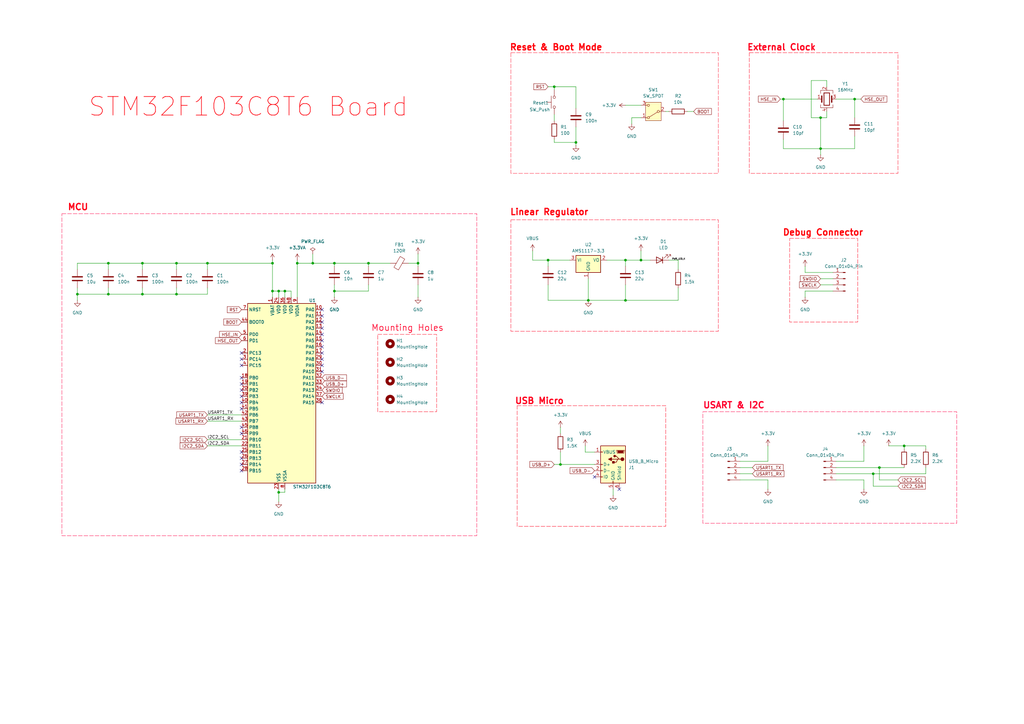
<source format=kicad_sch>
(kicad_sch
	(version 20231120)
	(generator "eeschema")
	(generator_version "8.0")
	(uuid "8dd291fa-2655-4d97-a10d-7a00a3d7c653")
	(paper "A3")
	(title_block
		(title "STM32F103C8T6 Board")
		(date "2025-02-02")
		(rev "0.1")
		(company "Nabil Hassan")
	)
	(lib_symbols
		(symbol "Connector:Conn_01x04_Pin"
			(pin_names
				(offset 1.016) hide)
			(exclude_from_sim no)
			(in_bom yes)
			(on_board yes)
			(property "Reference" "J"
				(at 0 5.08 0)
				(effects
					(font
						(size 1.27 1.27)
					)
				)
			)
			(property "Value" "Conn_01x04_Pin"
				(at 0 -7.62 0)
				(effects
					(font
						(size 1.27 1.27)
					)
				)
			)
			(property "Footprint" ""
				(at 0 0 0)
				(effects
					(font
						(size 1.27 1.27)
					)
					(hide yes)
				)
			)
			(property "Datasheet" "~"
				(at 0 0 0)
				(effects
					(font
						(size 1.27 1.27)
					)
					(hide yes)
				)
			)
			(property "Description" "Generic connector, single row, 01x04, script generated"
				(at 0 0 0)
				(effects
					(font
						(size 1.27 1.27)
					)
					(hide yes)
				)
			)
			(property "ki_locked" ""
				(at 0 0 0)
				(effects
					(font
						(size 1.27 1.27)
					)
				)
			)
			(property "ki_keywords" "connector"
				(at 0 0 0)
				(effects
					(font
						(size 1.27 1.27)
					)
					(hide yes)
				)
			)
			(property "ki_fp_filters" "Connector*:*_1x??_*"
				(at 0 0 0)
				(effects
					(font
						(size 1.27 1.27)
					)
					(hide yes)
				)
			)
			(symbol "Conn_01x04_Pin_1_1"
				(polyline
					(pts
						(xy 1.27 -5.08) (xy 0.8636 -5.08)
					)
					(stroke
						(width 0.1524)
						(type default)
					)
					(fill
						(type none)
					)
				)
				(polyline
					(pts
						(xy 1.27 -2.54) (xy 0.8636 -2.54)
					)
					(stroke
						(width 0.1524)
						(type default)
					)
					(fill
						(type none)
					)
				)
				(polyline
					(pts
						(xy 1.27 0) (xy 0.8636 0)
					)
					(stroke
						(width 0.1524)
						(type default)
					)
					(fill
						(type none)
					)
				)
				(polyline
					(pts
						(xy 1.27 2.54) (xy 0.8636 2.54)
					)
					(stroke
						(width 0.1524)
						(type default)
					)
					(fill
						(type none)
					)
				)
				(rectangle
					(start 0.8636 -4.953)
					(end 0 -5.207)
					(stroke
						(width 0.1524)
						(type default)
					)
					(fill
						(type outline)
					)
				)
				(rectangle
					(start 0.8636 -2.413)
					(end 0 -2.667)
					(stroke
						(width 0.1524)
						(type default)
					)
					(fill
						(type outline)
					)
				)
				(rectangle
					(start 0.8636 0.127)
					(end 0 -0.127)
					(stroke
						(width 0.1524)
						(type default)
					)
					(fill
						(type outline)
					)
				)
				(rectangle
					(start 0.8636 2.667)
					(end 0 2.413)
					(stroke
						(width 0.1524)
						(type default)
					)
					(fill
						(type outline)
					)
				)
				(pin passive line
					(at 5.08 2.54 180)
					(length 3.81)
					(name "Pin_1"
						(effects
							(font
								(size 1.27 1.27)
							)
						)
					)
					(number "1"
						(effects
							(font
								(size 1.27 1.27)
							)
						)
					)
				)
				(pin passive line
					(at 5.08 0 180)
					(length 3.81)
					(name "Pin_2"
						(effects
							(font
								(size 1.27 1.27)
							)
						)
					)
					(number "2"
						(effects
							(font
								(size 1.27 1.27)
							)
						)
					)
				)
				(pin passive line
					(at 5.08 -2.54 180)
					(length 3.81)
					(name "Pin_3"
						(effects
							(font
								(size 1.27 1.27)
							)
						)
					)
					(number "3"
						(effects
							(font
								(size 1.27 1.27)
							)
						)
					)
				)
				(pin passive line
					(at 5.08 -5.08 180)
					(length 3.81)
					(name "Pin_4"
						(effects
							(font
								(size 1.27 1.27)
							)
						)
					)
					(number "4"
						(effects
							(font
								(size 1.27 1.27)
							)
						)
					)
				)
			)
		)
		(symbol "Connector:USB_B_Micro"
			(pin_names
				(offset 1.016)
			)
			(exclude_from_sim no)
			(in_bom yes)
			(on_board yes)
			(property "Reference" "J"
				(at -5.08 11.43 0)
				(effects
					(font
						(size 1.27 1.27)
					)
					(justify left)
				)
			)
			(property "Value" "USB_B_Micro"
				(at -5.08 8.89 0)
				(effects
					(font
						(size 1.27 1.27)
					)
					(justify left)
				)
			)
			(property "Footprint" ""
				(at 3.81 -1.27 0)
				(effects
					(font
						(size 1.27 1.27)
					)
					(hide yes)
				)
			)
			(property "Datasheet" "~"
				(at 3.81 -1.27 0)
				(effects
					(font
						(size 1.27 1.27)
					)
					(hide yes)
				)
			)
			(property "Description" "USB Micro Type B connector"
				(at 0 0 0)
				(effects
					(font
						(size 1.27 1.27)
					)
					(hide yes)
				)
			)
			(property "ki_keywords" "connector USB micro"
				(at 0 0 0)
				(effects
					(font
						(size 1.27 1.27)
					)
					(hide yes)
				)
			)
			(property "ki_fp_filters" "USB*"
				(at 0 0 0)
				(effects
					(font
						(size 1.27 1.27)
					)
					(hide yes)
				)
			)
			(symbol "USB_B_Micro_0_1"
				(rectangle
					(start -5.08 -7.62)
					(end 5.08 7.62)
					(stroke
						(width 0.254)
						(type default)
					)
					(fill
						(type background)
					)
				)
				(circle
					(center -3.81 2.159)
					(radius 0.635)
					(stroke
						(width 0.254)
						(type default)
					)
					(fill
						(type outline)
					)
				)
				(circle
					(center -0.635 3.429)
					(radius 0.381)
					(stroke
						(width 0.254)
						(type default)
					)
					(fill
						(type outline)
					)
				)
				(rectangle
					(start -0.127 -7.62)
					(end 0.127 -6.858)
					(stroke
						(width 0)
						(type default)
					)
					(fill
						(type none)
					)
				)
				(polyline
					(pts
						(xy -1.905 2.159) (xy 0.635 2.159)
					)
					(stroke
						(width 0.254)
						(type default)
					)
					(fill
						(type none)
					)
				)
				(polyline
					(pts
						(xy -3.175 2.159) (xy -2.54 2.159) (xy -1.27 3.429) (xy -0.635 3.429)
					)
					(stroke
						(width 0.254)
						(type default)
					)
					(fill
						(type none)
					)
				)
				(polyline
					(pts
						(xy -2.54 2.159) (xy -1.905 2.159) (xy -1.27 0.889) (xy 0 0.889)
					)
					(stroke
						(width 0.254)
						(type default)
					)
					(fill
						(type none)
					)
				)
				(polyline
					(pts
						(xy 0.635 2.794) (xy 0.635 1.524) (xy 1.905 2.159) (xy 0.635 2.794)
					)
					(stroke
						(width 0.254)
						(type default)
					)
					(fill
						(type outline)
					)
				)
				(polyline
					(pts
						(xy -4.318 5.588) (xy -1.778 5.588) (xy -2.032 4.826) (xy -4.064 4.826) (xy -4.318 5.588)
					)
					(stroke
						(width 0)
						(type default)
					)
					(fill
						(type outline)
					)
				)
				(polyline
					(pts
						(xy -4.699 5.842) (xy -4.699 5.588) (xy -4.445 4.826) (xy -4.445 4.572) (xy -1.651 4.572) (xy -1.651 4.826)
						(xy -1.397 5.588) (xy -1.397 5.842) (xy -4.699 5.842)
					)
					(stroke
						(width 0)
						(type default)
					)
					(fill
						(type none)
					)
				)
				(rectangle
					(start 0.254 1.27)
					(end -0.508 0.508)
					(stroke
						(width 0.254)
						(type default)
					)
					(fill
						(type outline)
					)
				)
				(rectangle
					(start 5.08 -5.207)
					(end 4.318 -4.953)
					(stroke
						(width 0)
						(type default)
					)
					(fill
						(type none)
					)
				)
				(rectangle
					(start 5.08 -2.667)
					(end 4.318 -2.413)
					(stroke
						(width 0)
						(type default)
					)
					(fill
						(type none)
					)
				)
				(rectangle
					(start 5.08 -0.127)
					(end 4.318 0.127)
					(stroke
						(width 0)
						(type default)
					)
					(fill
						(type none)
					)
				)
				(rectangle
					(start 5.08 4.953)
					(end 4.318 5.207)
					(stroke
						(width 0)
						(type default)
					)
					(fill
						(type none)
					)
				)
			)
			(symbol "USB_B_Micro_1_1"
				(pin power_out line
					(at 7.62 5.08 180)
					(length 2.54)
					(name "VBUS"
						(effects
							(font
								(size 1.27 1.27)
							)
						)
					)
					(number "1"
						(effects
							(font
								(size 1.27 1.27)
							)
						)
					)
				)
				(pin bidirectional line
					(at 7.62 -2.54 180)
					(length 2.54)
					(name "D-"
						(effects
							(font
								(size 1.27 1.27)
							)
						)
					)
					(number "2"
						(effects
							(font
								(size 1.27 1.27)
							)
						)
					)
				)
				(pin bidirectional line
					(at 7.62 0 180)
					(length 2.54)
					(name "D+"
						(effects
							(font
								(size 1.27 1.27)
							)
						)
					)
					(number "3"
						(effects
							(font
								(size 1.27 1.27)
							)
						)
					)
				)
				(pin passive line
					(at 7.62 -5.08 180)
					(length 2.54)
					(name "ID"
						(effects
							(font
								(size 1.27 1.27)
							)
						)
					)
					(number "4"
						(effects
							(font
								(size 1.27 1.27)
							)
						)
					)
				)
				(pin power_out line
					(at 0 -10.16 90)
					(length 2.54)
					(name "GND"
						(effects
							(font
								(size 1.27 1.27)
							)
						)
					)
					(number "5"
						(effects
							(font
								(size 1.27 1.27)
							)
						)
					)
				)
				(pin passive line
					(at -2.54 -10.16 90)
					(length 2.54)
					(name "Shield"
						(effects
							(font
								(size 1.27 1.27)
							)
						)
					)
					(number "6"
						(effects
							(font
								(size 1.27 1.27)
							)
						)
					)
				)
			)
		)
		(symbol "Device:C"
			(pin_numbers hide)
			(pin_names
				(offset 0.254)
			)
			(exclude_from_sim no)
			(in_bom yes)
			(on_board yes)
			(property "Reference" "C"
				(at 0.635 2.54 0)
				(effects
					(font
						(size 1.27 1.27)
					)
					(justify left)
				)
			)
			(property "Value" "C"
				(at 0.635 -2.54 0)
				(effects
					(font
						(size 1.27 1.27)
					)
					(justify left)
				)
			)
			(property "Footprint" ""
				(at 0.9652 -3.81 0)
				(effects
					(font
						(size 1.27 1.27)
					)
					(hide yes)
				)
			)
			(property "Datasheet" "~"
				(at 0 0 0)
				(effects
					(font
						(size 1.27 1.27)
					)
					(hide yes)
				)
			)
			(property "Description" "Unpolarized capacitor"
				(at 0 0 0)
				(effects
					(font
						(size 1.27 1.27)
					)
					(hide yes)
				)
			)
			(property "ki_keywords" "cap capacitor"
				(at 0 0 0)
				(effects
					(font
						(size 1.27 1.27)
					)
					(hide yes)
				)
			)
			(property "ki_fp_filters" "C_*"
				(at 0 0 0)
				(effects
					(font
						(size 1.27 1.27)
					)
					(hide yes)
				)
			)
			(symbol "C_0_1"
				(polyline
					(pts
						(xy -2.032 -0.762) (xy 2.032 -0.762)
					)
					(stroke
						(width 0.508)
						(type default)
					)
					(fill
						(type none)
					)
				)
				(polyline
					(pts
						(xy -2.032 0.762) (xy 2.032 0.762)
					)
					(stroke
						(width 0.508)
						(type default)
					)
					(fill
						(type none)
					)
				)
			)
			(symbol "C_1_1"
				(pin passive line
					(at 0 3.81 270)
					(length 2.794)
					(name "~"
						(effects
							(font
								(size 1.27 1.27)
							)
						)
					)
					(number "1"
						(effects
							(font
								(size 1.27 1.27)
							)
						)
					)
				)
				(pin passive line
					(at 0 -3.81 90)
					(length 2.794)
					(name "~"
						(effects
							(font
								(size 1.27 1.27)
							)
						)
					)
					(number "2"
						(effects
							(font
								(size 1.27 1.27)
							)
						)
					)
				)
			)
		)
		(symbol "Device:Crystal_GND24"
			(pin_names
				(offset 1.016) hide)
			(exclude_from_sim no)
			(in_bom yes)
			(on_board yes)
			(property "Reference" "Y"
				(at 3.175 5.08 0)
				(effects
					(font
						(size 1.27 1.27)
					)
					(justify left)
				)
			)
			(property "Value" "Crystal_GND24"
				(at 3.175 3.175 0)
				(effects
					(font
						(size 1.27 1.27)
					)
					(justify left)
				)
			)
			(property "Footprint" ""
				(at 0 0 0)
				(effects
					(font
						(size 1.27 1.27)
					)
					(hide yes)
				)
			)
			(property "Datasheet" "~"
				(at 0 0 0)
				(effects
					(font
						(size 1.27 1.27)
					)
					(hide yes)
				)
			)
			(property "Description" "Four pin crystal, GND on pins 2 and 4"
				(at 0 0 0)
				(effects
					(font
						(size 1.27 1.27)
					)
					(hide yes)
				)
			)
			(property "ki_keywords" "quartz ceramic resonator oscillator"
				(at 0 0 0)
				(effects
					(font
						(size 1.27 1.27)
					)
					(hide yes)
				)
			)
			(property "ki_fp_filters" "Crystal*"
				(at 0 0 0)
				(effects
					(font
						(size 1.27 1.27)
					)
					(hide yes)
				)
			)
			(symbol "Crystal_GND24_0_1"
				(rectangle
					(start -1.143 2.54)
					(end 1.143 -2.54)
					(stroke
						(width 0.3048)
						(type default)
					)
					(fill
						(type none)
					)
				)
				(polyline
					(pts
						(xy -2.54 0) (xy -2.032 0)
					)
					(stroke
						(width 0)
						(type default)
					)
					(fill
						(type none)
					)
				)
				(polyline
					(pts
						(xy -2.032 -1.27) (xy -2.032 1.27)
					)
					(stroke
						(width 0.508)
						(type default)
					)
					(fill
						(type none)
					)
				)
				(polyline
					(pts
						(xy 0 -3.81) (xy 0 -3.556)
					)
					(stroke
						(width 0)
						(type default)
					)
					(fill
						(type none)
					)
				)
				(polyline
					(pts
						(xy 0 3.556) (xy 0 3.81)
					)
					(stroke
						(width 0)
						(type default)
					)
					(fill
						(type none)
					)
				)
				(polyline
					(pts
						(xy 2.032 -1.27) (xy 2.032 1.27)
					)
					(stroke
						(width 0.508)
						(type default)
					)
					(fill
						(type none)
					)
				)
				(polyline
					(pts
						(xy 2.032 0) (xy 2.54 0)
					)
					(stroke
						(width 0)
						(type default)
					)
					(fill
						(type none)
					)
				)
				(polyline
					(pts
						(xy -2.54 -2.286) (xy -2.54 -3.556) (xy 2.54 -3.556) (xy 2.54 -2.286)
					)
					(stroke
						(width 0)
						(type default)
					)
					(fill
						(type none)
					)
				)
				(polyline
					(pts
						(xy -2.54 2.286) (xy -2.54 3.556) (xy 2.54 3.556) (xy 2.54 2.286)
					)
					(stroke
						(width 0)
						(type default)
					)
					(fill
						(type none)
					)
				)
			)
			(symbol "Crystal_GND24_1_1"
				(pin passive line
					(at -3.81 0 0)
					(length 1.27)
					(name "1"
						(effects
							(font
								(size 1.27 1.27)
							)
						)
					)
					(number "1"
						(effects
							(font
								(size 1.27 1.27)
							)
						)
					)
				)
				(pin passive line
					(at 0 5.08 270)
					(length 1.27)
					(name "2"
						(effects
							(font
								(size 1.27 1.27)
							)
						)
					)
					(number "2"
						(effects
							(font
								(size 1.27 1.27)
							)
						)
					)
				)
				(pin passive line
					(at 3.81 0 180)
					(length 1.27)
					(name "3"
						(effects
							(font
								(size 1.27 1.27)
							)
						)
					)
					(number "3"
						(effects
							(font
								(size 1.27 1.27)
							)
						)
					)
				)
				(pin passive line
					(at 0 -5.08 90)
					(length 1.27)
					(name "4"
						(effects
							(font
								(size 1.27 1.27)
							)
						)
					)
					(number "4"
						(effects
							(font
								(size 1.27 1.27)
							)
						)
					)
				)
			)
		)
		(symbol "Device:FerriteBead"
			(pin_numbers hide)
			(pin_names
				(offset 0)
			)
			(exclude_from_sim no)
			(in_bom yes)
			(on_board yes)
			(property "Reference" "FB"
				(at -3.81 0.635 90)
				(effects
					(font
						(size 1.27 1.27)
					)
				)
			)
			(property "Value" "FerriteBead"
				(at 3.81 0 90)
				(effects
					(font
						(size 1.27 1.27)
					)
				)
			)
			(property "Footprint" ""
				(at -1.778 0 90)
				(effects
					(font
						(size 1.27 1.27)
					)
					(hide yes)
				)
			)
			(property "Datasheet" "~"
				(at 0 0 0)
				(effects
					(font
						(size 1.27 1.27)
					)
					(hide yes)
				)
			)
			(property "Description" "Ferrite bead"
				(at 0 0 0)
				(effects
					(font
						(size 1.27 1.27)
					)
					(hide yes)
				)
			)
			(property "ki_keywords" "L ferrite bead inductor filter"
				(at 0 0 0)
				(effects
					(font
						(size 1.27 1.27)
					)
					(hide yes)
				)
			)
			(property "ki_fp_filters" "Inductor_* L_* *Ferrite*"
				(at 0 0 0)
				(effects
					(font
						(size 1.27 1.27)
					)
					(hide yes)
				)
			)
			(symbol "FerriteBead_0_1"
				(polyline
					(pts
						(xy 0 -1.27) (xy 0 -1.2192)
					)
					(stroke
						(width 0)
						(type default)
					)
					(fill
						(type none)
					)
				)
				(polyline
					(pts
						(xy 0 1.27) (xy 0 1.2954)
					)
					(stroke
						(width 0)
						(type default)
					)
					(fill
						(type none)
					)
				)
				(polyline
					(pts
						(xy -2.7686 0.4064) (xy -1.7018 2.2606) (xy 2.7686 -0.3048) (xy 1.6764 -2.159) (xy -2.7686 0.4064)
					)
					(stroke
						(width 0)
						(type default)
					)
					(fill
						(type none)
					)
				)
			)
			(symbol "FerriteBead_1_1"
				(pin passive line
					(at 0 3.81 270)
					(length 2.54)
					(name "~"
						(effects
							(font
								(size 1.27 1.27)
							)
						)
					)
					(number "1"
						(effects
							(font
								(size 1.27 1.27)
							)
						)
					)
				)
				(pin passive line
					(at 0 -3.81 90)
					(length 2.54)
					(name "~"
						(effects
							(font
								(size 1.27 1.27)
							)
						)
					)
					(number "2"
						(effects
							(font
								(size 1.27 1.27)
							)
						)
					)
				)
			)
		)
		(symbol "Device:LED"
			(pin_numbers hide)
			(pin_names
				(offset 1.016) hide)
			(exclude_from_sim no)
			(in_bom yes)
			(on_board yes)
			(property "Reference" "D"
				(at 0 2.54 0)
				(effects
					(font
						(size 1.27 1.27)
					)
				)
			)
			(property "Value" "LED"
				(at 0 -2.54 0)
				(effects
					(font
						(size 1.27 1.27)
					)
				)
			)
			(property "Footprint" ""
				(at 0 0 0)
				(effects
					(font
						(size 1.27 1.27)
					)
					(hide yes)
				)
			)
			(property "Datasheet" "~"
				(at 0 0 0)
				(effects
					(font
						(size 1.27 1.27)
					)
					(hide yes)
				)
			)
			(property "Description" "Light emitting diode"
				(at 0 0 0)
				(effects
					(font
						(size 1.27 1.27)
					)
					(hide yes)
				)
			)
			(property "ki_keywords" "LED diode"
				(at 0 0 0)
				(effects
					(font
						(size 1.27 1.27)
					)
					(hide yes)
				)
			)
			(property "ki_fp_filters" "LED* LED_SMD:* LED_THT:*"
				(at 0 0 0)
				(effects
					(font
						(size 1.27 1.27)
					)
					(hide yes)
				)
			)
			(symbol "LED_0_1"
				(polyline
					(pts
						(xy -1.27 -1.27) (xy -1.27 1.27)
					)
					(stroke
						(width 0.254)
						(type default)
					)
					(fill
						(type none)
					)
				)
				(polyline
					(pts
						(xy -1.27 0) (xy 1.27 0)
					)
					(stroke
						(width 0)
						(type default)
					)
					(fill
						(type none)
					)
				)
				(polyline
					(pts
						(xy 1.27 -1.27) (xy 1.27 1.27) (xy -1.27 0) (xy 1.27 -1.27)
					)
					(stroke
						(width 0.254)
						(type default)
					)
					(fill
						(type none)
					)
				)
				(polyline
					(pts
						(xy -3.048 -0.762) (xy -4.572 -2.286) (xy -3.81 -2.286) (xy -4.572 -2.286) (xy -4.572 -1.524)
					)
					(stroke
						(width 0)
						(type default)
					)
					(fill
						(type none)
					)
				)
				(polyline
					(pts
						(xy -1.778 -0.762) (xy -3.302 -2.286) (xy -2.54 -2.286) (xy -3.302 -2.286) (xy -3.302 -1.524)
					)
					(stroke
						(width 0)
						(type default)
					)
					(fill
						(type none)
					)
				)
			)
			(symbol "LED_1_1"
				(pin passive line
					(at -3.81 0 0)
					(length 2.54)
					(name "K"
						(effects
							(font
								(size 1.27 1.27)
							)
						)
					)
					(number "1"
						(effects
							(font
								(size 1.27 1.27)
							)
						)
					)
				)
				(pin passive line
					(at 3.81 0 180)
					(length 2.54)
					(name "A"
						(effects
							(font
								(size 1.27 1.27)
							)
						)
					)
					(number "2"
						(effects
							(font
								(size 1.27 1.27)
							)
						)
					)
				)
			)
		)
		(symbol "Device:R"
			(pin_numbers hide)
			(pin_names
				(offset 0)
			)
			(exclude_from_sim no)
			(in_bom yes)
			(on_board yes)
			(property "Reference" "R"
				(at 2.032 0 90)
				(effects
					(font
						(size 1.27 1.27)
					)
				)
			)
			(property "Value" "R"
				(at 0 0 90)
				(effects
					(font
						(size 1.27 1.27)
					)
				)
			)
			(property "Footprint" ""
				(at -1.778 0 90)
				(effects
					(font
						(size 1.27 1.27)
					)
					(hide yes)
				)
			)
			(property "Datasheet" "~"
				(at 0 0 0)
				(effects
					(font
						(size 1.27 1.27)
					)
					(hide yes)
				)
			)
			(property "Description" "Resistor"
				(at 0 0 0)
				(effects
					(font
						(size 1.27 1.27)
					)
					(hide yes)
				)
			)
			(property "ki_keywords" "R res resistor"
				(at 0 0 0)
				(effects
					(font
						(size 1.27 1.27)
					)
					(hide yes)
				)
			)
			(property "ki_fp_filters" "R_*"
				(at 0 0 0)
				(effects
					(font
						(size 1.27 1.27)
					)
					(hide yes)
				)
			)
			(symbol "R_0_1"
				(rectangle
					(start -1.016 -2.54)
					(end 1.016 2.54)
					(stroke
						(width 0.254)
						(type default)
					)
					(fill
						(type none)
					)
				)
			)
			(symbol "R_1_1"
				(pin passive line
					(at 0 3.81 270)
					(length 1.27)
					(name "~"
						(effects
							(font
								(size 1.27 1.27)
							)
						)
					)
					(number "1"
						(effects
							(font
								(size 1.27 1.27)
							)
						)
					)
				)
				(pin passive line
					(at 0 -3.81 90)
					(length 1.27)
					(name "~"
						(effects
							(font
								(size 1.27 1.27)
							)
						)
					)
					(number "2"
						(effects
							(font
								(size 1.27 1.27)
							)
						)
					)
				)
			)
		)
		(symbol "MCU_ST_STM32F1:STM32F103C8Tx"
			(exclude_from_sim no)
			(in_bom yes)
			(on_board yes)
			(property "Reference" "U"
				(at -12.7 39.37 0)
				(effects
					(font
						(size 1.27 1.27)
					)
					(justify left)
				)
			)
			(property "Value" "STM32F103C8Tx"
				(at 10.16 39.37 0)
				(effects
					(font
						(size 1.27 1.27)
					)
					(justify left)
				)
			)
			(property "Footprint" "Package_QFP:LQFP-48_7x7mm_P0.5mm"
				(at -12.7 -35.56 0)
				(effects
					(font
						(size 1.27 1.27)
					)
					(justify right)
					(hide yes)
				)
			)
			(property "Datasheet" "https://www.st.com/resource/en/datasheet/stm32f103c8.pdf"
				(at 0 0 0)
				(effects
					(font
						(size 1.27 1.27)
					)
					(hide yes)
				)
			)
			(property "Description" "STMicroelectronics Arm Cortex-M3 MCU, 64KB flash, 20KB RAM, 72 MHz, 2.0-3.6V, 37 GPIO, LQFP48"
				(at 0 0 0)
				(effects
					(font
						(size 1.27 1.27)
					)
					(hide yes)
				)
			)
			(property "ki_locked" ""
				(at 0 0 0)
				(effects
					(font
						(size 1.27 1.27)
					)
				)
			)
			(property "ki_keywords" "Arm Cortex-M3 STM32F1 STM32F103"
				(at 0 0 0)
				(effects
					(font
						(size 1.27 1.27)
					)
					(hide yes)
				)
			)
			(property "ki_fp_filters" "LQFP*7x7mm*P0.5mm*"
				(at 0 0 0)
				(effects
					(font
						(size 1.27 1.27)
					)
					(hide yes)
				)
			)
			(symbol "STM32F103C8Tx_0_1"
				(rectangle
					(start -12.7 -35.56)
					(end 15.24 38.1)
					(stroke
						(width 0.254)
						(type default)
					)
					(fill
						(type background)
					)
				)
			)
			(symbol "STM32F103C8Tx_1_1"
				(pin power_in line
					(at -2.54 40.64 270)
					(length 2.54)
					(name "VBAT"
						(effects
							(font
								(size 1.27 1.27)
							)
						)
					)
					(number "1"
						(effects
							(font
								(size 1.27 1.27)
							)
						)
					)
				)
				(pin bidirectional line
					(at 17.78 35.56 180)
					(length 2.54)
					(name "PA0"
						(effects
							(font
								(size 1.27 1.27)
							)
						)
					)
					(number "10"
						(effects
							(font
								(size 1.27 1.27)
							)
						)
					)
					(alternate "ADC1_IN0" bidirectional line)
					(alternate "ADC2_IN0" bidirectional line)
					(alternate "SYS_WKUP" bidirectional line)
					(alternate "TIM2_CH1" bidirectional line)
					(alternate "TIM2_ETR" bidirectional line)
					(alternate "USART2_CTS" bidirectional line)
				)
				(pin bidirectional line
					(at 17.78 33.02 180)
					(length 2.54)
					(name "PA1"
						(effects
							(font
								(size 1.27 1.27)
							)
						)
					)
					(number "11"
						(effects
							(font
								(size 1.27 1.27)
							)
						)
					)
					(alternate "ADC1_IN1" bidirectional line)
					(alternate "ADC2_IN1" bidirectional line)
					(alternate "TIM2_CH2" bidirectional line)
					(alternate "USART2_RTS" bidirectional line)
				)
				(pin bidirectional line
					(at 17.78 30.48 180)
					(length 2.54)
					(name "PA2"
						(effects
							(font
								(size 1.27 1.27)
							)
						)
					)
					(number "12"
						(effects
							(font
								(size 1.27 1.27)
							)
						)
					)
					(alternate "ADC1_IN2" bidirectional line)
					(alternate "ADC2_IN2" bidirectional line)
					(alternate "TIM2_CH3" bidirectional line)
					(alternate "USART2_TX" bidirectional line)
				)
				(pin bidirectional line
					(at 17.78 27.94 180)
					(length 2.54)
					(name "PA3"
						(effects
							(font
								(size 1.27 1.27)
							)
						)
					)
					(number "13"
						(effects
							(font
								(size 1.27 1.27)
							)
						)
					)
					(alternate "ADC1_IN3" bidirectional line)
					(alternate "ADC2_IN3" bidirectional line)
					(alternate "TIM2_CH4" bidirectional line)
					(alternate "USART2_RX" bidirectional line)
				)
				(pin bidirectional line
					(at 17.78 25.4 180)
					(length 2.54)
					(name "PA4"
						(effects
							(font
								(size 1.27 1.27)
							)
						)
					)
					(number "14"
						(effects
							(font
								(size 1.27 1.27)
							)
						)
					)
					(alternate "ADC1_IN4" bidirectional line)
					(alternate "ADC2_IN4" bidirectional line)
					(alternate "SPI1_NSS" bidirectional line)
					(alternate "USART2_CK" bidirectional line)
				)
				(pin bidirectional line
					(at 17.78 22.86 180)
					(length 2.54)
					(name "PA5"
						(effects
							(font
								(size 1.27 1.27)
							)
						)
					)
					(number "15"
						(effects
							(font
								(size 1.27 1.27)
							)
						)
					)
					(alternate "ADC1_IN5" bidirectional line)
					(alternate "ADC2_IN5" bidirectional line)
					(alternate "SPI1_SCK" bidirectional line)
				)
				(pin bidirectional line
					(at 17.78 20.32 180)
					(length 2.54)
					(name "PA6"
						(effects
							(font
								(size 1.27 1.27)
							)
						)
					)
					(number "16"
						(effects
							(font
								(size 1.27 1.27)
							)
						)
					)
					(alternate "ADC1_IN6" bidirectional line)
					(alternate "ADC2_IN6" bidirectional line)
					(alternate "SPI1_MISO" bidirectional line)
					(alternate "TIM1_BKIN" bidirectional line)
					(alternate "TIM3_CH1" bidirectional line)
				)
				(pin bidirectional line
					(at 17.78 17.78 180)
					(length 2.54)
					(name "PA7"
						(effects
							(font
								(size 1.27 1.27)
							)
						)
					)
					(number "17"
						(effects
							(font
								(size 1.27 1.27)
							)
						)
					)
					(alternate "ADC1_IN7" bidirectional line)
					(alternate "ADC2_IN7" bidirectional line)
					(alternate "SPI1_MOSI" bidirectional line)
					(alternate "TIM1_CH1N" bidirectional line)
					(alternate "TIM3_CH2" bidirectional line)
				)
				(pin bidirectional line
					(at -15.24 7.62 0)
					(length 2.54)
					(name "PB0"
						(effects
							(font
								(size 1.27 1.27)
							)
						)
					)
					(number "18"
						(effects
							(font
								(size 1.27 1.27)
							)
						)
					)
					(alternate "ADC1_IN8" bidirectional line)
					(alternate "ADC2_IN8" bidirectional line)
					(alternate "TIM1_CH2N" bidirectional line)
					(alternate "TIM3_CH3" bidirectional line)
				)
				(pin bidirectional line
					(at -15.24 5.08 0)
					(length 2.54)
					(name "PB1"
						(effects
							(font
								(size 1.27 1.27)
							)
						)
					)
					(number "19"
						(effects
							(font
								(size 1.27 1.27)
							)
						)
					)
					(alternate "ADC1_IN9" bidirectional line)
					(alternate "ADC2_IN9" bidirectional line)
					(alternate "TIM1_CH3N" bidirectional line)
					(alternate "TIM3_CH4" bidirectional line)
				)
				(pin bidirectional line
					(at -15.24 17.78 0)
					(length 2.54)
					(name "PC13"
						(effects
							(font
								(size 1.27 1.27)
							)
						)
					)
					(number "2"
						(effects
							(font
								(size 1.27 1.27)
							)
						)
					)
					(alternate "RTC_OUT" bidirectional line)
					(alternate "RTC_TAMPER" bidirectional line)
				)
				(pin bidirectional line
					(at -15.24 2.54 0)
					(length 2.54)
					(name "PB2"
						(effects
							(font
								(size 1.27 1.27)
							)
						)
					)
					(number "20"
						(effects
							(font
								(size 1.27 1.27)
							)
						)
					)
				)
				(pin bidirectional line
					(at -15.24 -17.78 0)
					(length 2.54)
					(name "PB10"
						(effects
							(font
								(size 1.27 1.27)
							)
						)
					)
					(number "21"
						(effects
							(font
								(size 1.27 1.27)
							)
						)
					)
					(alternate "I2C2_SCL" bidirectional line)
					(alternate "TIM2_CH3" bidirectional line)
					(alternate "USART3_TX" bidirectional line)
				)
				(pin bidirectional line
					(at -15.24 -20.32 0)
					(length 2.54)
					(name "PB11"
						(effects
							(font
								(size 1.27 1.27)
							)
						)
					)
					(number "22"
						(effects
							(font
								(size 1.27 1.27)
							)
						)
					)
					(alternate "ADC1_EXTI11" bidirectional line)
					(alternate "ADC2_EXTI11" bidirectional line)
					(alternate "I2C2_SDA" bidirectional line)
					(alternate "TIM2_CH4" bidirectional line)
					(alternate "USART3_RX" bidirectional line)
				)
				(pin power_in line
					(at 0 -38.1 90)
					(length 2.54)
					(name "VSS"
						(effects
							(font
								(size 1.27 1.27)
							)
						)
					)
					(number "23"
						(effects
							(font
								(size 1.27 1.27)
							)
						)
					)
				)
				(pin power_in line
					(at 0 40.64 270)
					(length 2.54)
					(name "VDD"
						(effects
							(font
								(size 1.27 1.27)
							)
						)
					)
					(number "24"
						(effects
							(font
								(size 1.27 1.27)
							)
						)
					)
				)
				(pin bidirectional line
					(at -15.24 -22.86 0)
					(length 2.54)
					(name "PB12"
						(effects
							(font
								(size 1.27 1.27)
							)
						)
					)
					(number "25"
						(effects
							(font
								(size 1.27 1.27)
							)
						)
					)
					(alternate "I2C2_SMBA" bidirectional line)
					(alternate "SPI2_NSS" bidirectional line)
					(alternate "TIM1_BKIN" bidirectional line)
					(alternate "USART3_CK" bidirectional line)
				)
				(pin bidirectional line
					(at -15.24 -25.4 0)
					(length 2.54)
					(name "PB13"
						(effects
							(font
								(size 1.27 1.27)
							)
						)
					)
					(number "26"
						(effects
							(font
								(size 1.27 1.27)
							)
						)
					)
					(alternate "SPI2_SCK" bidirectional line)
					(alternate "TIM1_CH1N" bidirectional line)
					(alternate "USART3_CTS" bidirectional line)
				)
				(pin bidirectional line
					(at -15.24 -27.94 0)
					(length 2.54)
					(name "PB14"
						(effects
							(font
								(size 1.27 1.27)
							)
						)
					)
					(number "27"
						(effects
							(font
								(size 1.27 1.27)
							)
						)
					)
					(alternate "SPI2_MISO" bidirectional line)
					(alternate "TIM1_CH2N" bidirectional line)
					(alternate "USART3_RTS" bidirectional line)
				)
				(pin bidirectional line
					(at -15.24 -30.48 0)
					(length 2.54)
					(name "PB15"
						(effects
							(font
								(size 1.27 1.27)
							)
						)
					)
					(number "28"
						(effects
							(font
								(size 1.27 1.27)
							)
						)
					)
					(alternate "ADC1_EXTI15" bidirectional line)
					(alternate "ADC2_EXTI15" bidirectional line)
					(alternate "SPI2_MOSI" bidirectional line)
					(alternate "TIM1_CH3N" bidirectional line)
				)
				(pin bidirectional line
					(at 17.78 15.24 180)
					(length 2.54)
					(name "PA8"
						(effects
							(font
								(size 1.27 1.27)
							)
						)
					)
					(number "29"
						(effects
							(font
								(size 1.27 1.27)
							)
						)
					)
					(alternate "RCC_MCO" bidirectional line)
					(alternate "TIM1_CH1" bidirectional line)
					(alternate "USART1_CK" bidirectional line)
				)
				(pin bidirectional line
					(at -15.24 15.24 0)
					(length 2.54)
					(name "PC14"
						(effects
							(font
								(size 1.27 1.27)
							)
						)
					)
					(number "3"
						(effects
							(font
								(size 1.27 1.27)
							)
						)
					)
					(alternate "RCC_OSC32_IN" bidirectional line)
				)
				(pin bidirectional line
					(at 17.78 12.7 180)
					(length 2.54)
					(name "PA9"
						(effects
							(font
								(size 1.27 1.27)
							)
						)
					)
					(number "30"
						(effects
							(font
								(size 1.27 1.27)
							)
						)
					)
					(alternate "TIM1_CH2" bidirectional line)
					(alternate "USART1_TX" bidirectional line)
				)
				(pin bidirectional line
					(at 17.78 10.16 180)
					(length 2.54)
					(name "PA10"
						(effects
							(font
								(size 1.27 1.27)
							)
						)
					)
					(number "31"
						(effects
							(font
								(size 1.27 1.27)
							)
						)
					)
					(alternate "TIM1_CH3" bidirectional line)
					(alternate "USART1_RX" bidirectional line)
				)
				(pin bidirectional line
					(at 17.78 7.62 180)
					(length 2.54)
					(name "PA11"
						(effects
							(font
								(size 1.27 1.27)
							)
						)
					)
					(number "32"
						(effects
							(font
								(size 1.27 1.27)
							)
						)
					)
					(alternate "ADC1_EXTI11" bidirectional line)
					(alternate "ADC2_EXTI11" bidirectional line)
					(alternate "CAN_RX" bidirectional line)
					(alternate "TIM1_CH4" bidirectional line)
					(alternate "USART1_CTS" bidirectional line)
					(alternate "USB_DM" bidirectional line)
				)
				(pin bidirectional line
					(at 17.78 5.08 180)
					(length 2.54)
					(name "PA12"
						(effects
							(font
								(size 1.27 1.27)
							)
						)
					)
					(number "33"
						(effects
							(font
								(size 1.27 1.27)
							)
						)
					)
					(alternate "CAN_TX" bidirectional line)
					(alternate "TIM1_ETR" bidirectional line)
					(alternate "USART1_RTS" bidirectional line)
					(alternate "USB_DP" bidirectional line)
				)
				(pin bidirectional line
					(at 17.78 2.54 180)
					(length 2.54)
					(name "PA13"
						(effects
							(font
								(size 1.27 1.27)
							)
						)
					)
					(number "34"
						(effects
							(font
								(size 1.27 1.27)
							)
						)
					)
					(alternate "SYS_JTMS-SWDIO" bidirectional line)
				)
				(pin passive line
					(at 0 -38.1 90)
					(length 2.54) hide
					(name "VSS"
						(effects
							(font
								(size 1.27 1.27)
							)
						)
					)
					(number "35"
						(effects
							(font
								(size 1.27 1.27)
							)
						)
					)
				)
				(pin power_in line
					(at 2.54 40.64 270)
					(length 2.54)
					(name "VDD"
						(effects
							(font
								(size 1.27 1.27)
							)
						)
					)
					(number "36"
						(effects
							(font
								(size 1.27 1.27)
							)
						)
					)
				)
				(pin bidirectional line
					(at 17.78 0 180)
					(length 2.54)
					(name "PA14"
						(effects
							(font
								(size 1.27 1.27)
							)
						)
					)
					(number "37"
						(effects
							(font
								(size 1.27 1.27)
							)
						)
					)
					(alternate "SYS_JTCK-SWCLK" bidirectional line)
				)
				(pin bidirectional line
					(at 17.78 -2.54 180)
					(length 2.54)
					(name "PA15"
						(effects
							(font
								(size 1.27 1.27)
							)
						)
					)
					(number "38"
						(effects
							(font
								(size 1.27 1.27)
							)
						)
					)
					(alternate "ADC1_EXTI15" bidirectional line)
					(alternate "ADC2_EXTI15" bidirectional line)
					(alternate "SPI1_NSS" bidirectional line)
					(alternate "SYS_JTDI" bidirectional line)
					(alternate "TIM2_CH1" bidirectional line)
					(alternate "TIM2_ETR" bidirectional line)
				)
				(pin bidirectional line
					(at -15.24 0 0)
					(length 2.54)
					(name "PB3"
						(effects
							(font
								(size 1.27 1.27)
							)
						)
					)
					(number "39"
						(effects
							(font
								(size 1.27 1.27)
							)
						)
					)
					(alternate "SPI1_SCK" bidirectional line)
					(alternate "SYS_JTDO-TRACESWO" bidirectional line)
					(alternate "TIM2_CH2" bidirectional line)
				)
				(pin bidirectional line
					(at -15.24 12.7 0)
					(length 2.54)
					(name "PC15"
						(effects
							(font
								(size 1.27 1.27)
							)
						)
					)
					(number "4"
						(effects
							(font
								(size 1.27 1.27)
							)
						)
					)
					(alternate "ADC1_EXTI15" bidirectional line)
					(alternate "ADC2_EXTI15" bidirectional line)
					(alternate "RCC_OSC32_OUT" bidirectional line)
				)
				(pin bidirectional line
					(at -15.24 -2.54 0)
					(length 2.54)
					(name "PB4"
						(effects
							(font
								(size 1.27 1.27)
							)
						)
					)
					(number "40"
						(effects
							(font
								(size 1.27 1.27)
							)
						)
					)
					(alternate "SPI1_MISO" bidirectional line)
					(alternate "SYS_NJTRST" bidirectional line)
					(alternate "TIM3_CH1" bidirectional line)
				)
				(pin bidirectional line
					(at -15.24 -5.08 0)
					(length 2.54)
					(name "PB5"
						(effects
							(font
								(size 1.27 1.27)
							)
						)
					)
					(number "41"
						(effects
							(font
								(size 1.27 1.27)
							)
						)
					)
					(alternate "I2C1_SMBA" bidirectional line)
					(alternate "SPI1_MOSI" bidirectional line)
					(alternate "TIM3_CH2" bidirectional line)
				)
				(pin bidirectional line
					(at -15.24 -7.62 0)
					(length 2.54)
					(name "PB6"
						(effects
							(font
								(size 1.27 1.27)
							)
						)
					)
					(number "42"
						(effects
							(font
								(size 1.27 1.27)
							)
						)
					)
					(alternate "I2C1_SCL" bidirectional line)
					(alternate "TIM4_CH1" bidirectional line)
					(alternate "USART1_TX" bidirectional line)
				)
				(pin bidirectional line
					(at -15.24 -10.16 0)
					(length 2.54)
					(name "PB7"
						(effects
							(font
								(size 1.27 1.27)
							)
						)
					)
					(number "43"
						(effects
							(font
								(size 1.27 1.27)
							)
						)
					)
					(alternate "I2C1_SDA" bidirectional line)
					(alternate "TIM4_CH2" bidirectional line)
					(alternate "USART1_RX" bidirectional line)
				)
				(pin input line
					(at -15.24 30.48 0)
					(length 2.54)
					(name "BOOT0"
						(effects
							(font
								(size 1.27 1.27)
							)
						)
					)
					(number "44"
						(effects
							(font
								(size 1.27 1.27)
							)
						)
					)
				)
				(pin bidirectional line
					(at -15.24 -12.7 0)
					(length 2.54)
					(name "PB8"
						(effects
							(font
								(size 1.27 1.27)
							)
						)
					)
					(number "45"
						(effects
							(font
								(size 1.27 1.27)
							)
						)
					)
					(alternate "CAN_RX" bidirectional line)
					(alternate "I2C1_SCL" bidirectional line)
					(alternate "TIM4_CH3" bidirectional line)
				)
				(pin bidirectional line
					(at -15.24 -15.24 0)
					(length 2.54)
					(name "PB9"
						(effects
							(font
								(size 1.27 1.27)
							)
						)
					)
					(number "46"
						(effects
							(font
								(size 1.27 1.27)
							)
						)
					)
					(alternate "CAN_TX" bidirectional line)
					(alternate "I2C1_SDA" bidirectional line)
					(alternate "TIM4_CH4" bidirectional line)
				)
				(pin passive line
					(at 0 -38.1 90)
					(length 2.54) hide
					(name "VSS"
						(effects
							(font
								(size 1.27 1.27)
							)
						)
					)
					(number "47"
						(effects
							(font
								(size 1.27 1.27)
							)
						)
					)
				)
				(pin power_in line
					(at 5.08 40.64 270)
					(length 2.54)
					(name "VDD"
						(effects
							(font
								(size 1.27 1.27)
							)
						)
					)
					(number "48"
						(effects
							(font
								(size 1.27 1.27)
							)
						)
					)
				)
				(pin bidirectional line
					(at -15.24 25.4 0)
					(length 2.54)
					(name "PD0"
						(effects
							(font
								(size 1.27 1.27)
							)
						)
					)
					(number "5"
						(effects
							(font
								(size 1.27 1.27)
							)
						)
					)
					(alternate "RCC_OSC_IN" bidirectional line)
				)
				(pin bidirectional line
					(at -15.24 22.86 0)
					(length 2.54)
					(name "PD1"
						(effects
							(font
								(size 1.27 1.27)
							)
						)
					)
					(number "6"
						(effects
							(font
								(size 1.27 1.27)
							)
						)
					)
					(alternate "RCC_OSC_OUT" bidirectional line)
				)
				(pin input line
					(at -15.24 35.56 0)
					(length 2.54)
					(name "NRST"
						(effects
							(font
								(size 1.27 1.27)
							)
						)
					)
					(number "7"
						(effects
							(font
								(size 1.27 1.27)
							)
						)
					)
				)
				(pin power_in line
					(at 2.54 -38.1 90)
					(length 2.54)
					(name "VSSA"
						(effects
							(font
								(size 1.27 1.27)
							)
						)
					)
					(number "8"
						(effects
							(font
								(size 1.27 1.27)
							)
						)
					)
				)
				(pin power_in line
					(at 7.62 40.64 270)
					(length 2.54)
					(name "VDDA"
						(effects
							(font
								(size 1.27 1.27)
							)
						)
					)
					(number "9"
						(effects
							(font
								(size 1.27 1.27)
							)
						)
					)
				)
			)
		)
		(symbol "Mechanical:MountingHole"
			(pin_names
				(offset 1.016)
			)
			(exclude_from_sim yes)
			(in_bom no)
			(on_board yes)
			(property "Reference" "H"
				(at 0 5.08 0)
				(effects
					(font
						(size 1.27 1.27)
					)
				)
			)
			(property "Value" "MountingHole"
				(at 0 3.175 0)
				(effects
					(font
						(size 1.27 1.27)
					)
				)
			)
			(property "Footprint" ""
				(at 0 0 0)
				(effects
					(font
						(size 1.27 1.27)
					)
					(hide yes)
				)
			)
			(property "Datasheet" "~"
				(at 0 0 0)
				(effects
					(font
						(size 1.27 1.27)
					)
					(hide yes)
				)
			)
			(property "Description" "Mounting Hole without connection"
				(at 0 0 0)
				(effects
					(font
						(size 1.27 1.27)
					)
					(hide yes)
				)
			)
			(property "ki_keywords" "mounting hole"
				(at 0 0 0)
				(effects
					(font
						(size 1.27 1.27)
					)
					(hide yes)
				)
			)
			(property "ki_fp_filters" "MountingHole*"
				(at 0 0 0)
				(effects
					(font
						(size 1.27 1.27)
					)
					(hide yes)
				)
			)
			(symbol "MountingHole_0_1"
				(circle
					(center 0 0)
					(radius 1.27)
					(stroke
						(width 1.27)
						(type default)
					)
					(fill
						(type none)
					)
				)
			)
		)
		(symbol "Regulator_Linear:AMS1117-3.3"
			(exclude_from_sim no)
			(in_bom yes)
			(on_board yes)
			(property "Reference" "U"
				(at -3.81 3.175 0)
				(effects
					(font
						(size 1.27 1.27)
					)
				)
			)
			(property "Value" "AMS1117-3.3"
				(at 0 3.175 0)
				(effects
					(font
						(size 1.27 1.27)
					)
					(justify left)
				)
			)
			(property "Footprint" "Package_TO_SOT_SMD:SOT-223-3_TabPin2"
				(at 0 5.08 0)
				(effects
					(font
						(size 1.27 1.27)
					)
					(hide yes)
				)
			)
			(property "Datasheet" "http://www.advanced-monolithic.com/pdf/ds1117.pdf"
				(at 2.54 -6.35 0)
				(effects
					(font
						(size 1.27 1.27)
					)
					(hide yes)
				)
			)
			(property "Description" "1A Low Dropout regulator, positive, 3.3V fixed output, SOT-223"
				(at 0 0 0)
				(effects
					(font
						(size 1.27 1.27)
					)
					(hide yes)
				)
			)
			(property "ki_keywords" "linear regulator ldo fixed positive"
				(at 0 0 0)
				(effects
					(font
						(size 1.27 1.27)
					)
					(hide yes)
				)
			)
			(property "ki_fp_filters" "SOT?223*TabPin2*"
				(at 0 0 0)
				(effects
					(font
						(size 1.27 1.27)
					)
					(hide yes)
				)
			)
			(symbol "AMS1117-3.3_0_1"
				(rectangle
					(start -5.08 -5.08)
					(end 5.08 1.905)
					(stroke
						(width 0.254)
						(type default)
					)
					(fill
						(type background)
					)
				)
			)
			(symbol "AMS1117-3.3_1_1"
				(pin power_in line
					(at 0 -7.62 90)
					(length 2.54)
					(name "GND"
						(effects
							(font
								(size 1.27 1.27)
							)
						)
					)
					(number "1"
						(effects
							(font
								(size 1.27 1.27)
							)
						)
					)
				)
				(pin power_out line
					(at 7.62 0 180)
					(length 2.54)
					(name "VO"
						(effects
							(font
								(size 1.27 1.27)
							)
						)
					)
					(number "2"
						(effects
							(font
								(size 1.27 1.27)
							)
						)
					)
				)
				(pin power_in line
					(at -7.62 0 0)
					(length 2.54)
					(name "VI"
						(effects
							(font
								(size 1.27 1.27)
							)
						)
					)
					(number "3"
						(effects
							(font
								(size 1.27 1.27)
							)
						)
					)
				)
			)
		)
		(symbol "Switch:SW_Push"
			(pin_numbers hide)
			(pin_names
				(offset 1.016) hide)
			(exclude_from_sim no)
			(in_bom yes)
			(on_board yes)
			(property "Reference" "SW"
				(at 1.27 2.54 0)
				(effects
					(font
						(size 1.27 1.27)
					)
					(justify left)
				)
			)
			(property "Value" "SW_Push"
				(at 0 -1.524 0)
				(effects
					(font
						(size 1.27 1.27)
					)
				)
			)
			(property "Footprint" ""
				(at 0 5.08 0)
				(effects
					(font
						(size 1.27 1.27)
					)
					(hide yes)
				)
			)
			(property "Datasheet" "~"
				(at 0 5.08 0)
				(effects
					(font
						(size 1.27 1.27)
					)
					(hide yes)
				)
			)
			(property "Description" "Push button switch, generic, two pins"
				(at 0 0 0)
				(effects
					(font
						(size 1.27 1.27)
					)
					(hide yes)
				)
			)
			(property "ki_keywords" "switch normally-open pushbutton push-button"
				(at 0 0 0)
				(effects
					(font
						(size 1.27 1.27)
					)
					(hide yes)
				)
			)
			(symbol "SW_Push_0_1"
				(circle
					(center -2.032 0)
					(radius 0.508)
					(stroke
						(width 0)
						(type default)
					)
					(fill
						(type none)
					)
				)
				(polyline
					(pts
						(xy 0 1.27) (xy 0 3.048)
					)
					(stroke
						(width 0)
						(type default)
					)
					(fill
						(type none)
					)
				)
				(polyline
					(pts
						(xy 2.54 1.27) (xy -2.54 1.27)
					)
					(stroke
						(width 0)
						(type default)
					)
					(fill
						(type none)
					)
				)
				(circle
					(center 2.032 0)
					(radius 0.508)
					(stroke
						(width 0)
						(type default)
					)
					(fill
						(type none)
					)
				)
				(pin passive line
					(at -5.08 0 0)
					(length 2.54)
					(name "1"
						(effects
							(font
								(size 1.27 1.27)
							)
						)
					)
					(number "1"
						(effects
							(font
								(size 1.27 1.27)
							)
						)
					)
				)
				(pin passive line
					(at 5.08 0 180)
					(length 2.54)
					(name "2"
						(effects
							(font
								(size 1.27 1.27)
							)
						)
					)
					(number "2"
						(effects
							(font
								(size 1.27 1.27)
							)
						)
					)
				)
			)
		)
		(symbol "Switch:SW_SPDT"
			(pin_names
				(offset 0) hide)
			(exclude_from_sim no)
			(in_bom yes)
			(on_board yes)
			(property "Reference" "SW"
				(at 0 5.08 0)
				(effects
					(font
						(size 1.27 1.27)
					)
				)
			)
			(property "Value" "SW_SPDT"
				(at 0 -5.08 0)
				(effects
					(font
						(size 1.27 1.27)
					)
				)
			)
			(property "Footprint" ""
				(at 0 0 0)
				(effects
					(font
						(size 1.27 1.27)
					)
					(hide yes)
				)
			)
			(property "Datasheet" "~"
				(at 0 -7.62 0)
				(effects
					(font
						(size 1.27 1.27)
					)
					(hide yes)
				)
			)
			(property "Description" "Switch, single pole double throw"
				(at 0 0 0)
				(effects
					(font
						(size 1.27 1.27)
					)
					(hide yes)
				)
			)
			(property "ki_keywords" "switch single-pole double-throw spdt ON-ON"
				(at 0 0 0)
				(effects
					(font
						(size 1.27 1.27)
					)
					(hide yes)
				)
			)
			(symbol "SW_SPDT_0_1"
				(circle
					(center -2.032 0)
					(radius 0.4572)
					(stroke
						(width 0)
						(type default)
					)
					(fill
						(type none)
					)
				)
				(polyline
					(pts
						(xy -1.651 0.254) (xy 1.651 2.286)
					)
					(stroke
						(width 0)
						(type default)
					)
					(fill
						(type none)
					)
				)
				(circle
					(center 2.032 -2.54)
					(radius 0.4572)
					(stroke
						(width 0)
						(type default)
					)
					(fill
						(type none)
					)
				)
				(circle
					(center 2.032 2.54)
					(radius 0.4572)
					(stroke
						(width 0)
						(type default)
					)
					(fill
						(type none)
					)
				)
			)
			(symbol "SW_SPDT_1_1"
				(rectangle
					(start -3.175 3.81)
					(end 3.175 -3.81)
					(stroke
						(width 0)
						(type default)
					)
					(fill
						(type background)
					)
				)
				(pin passive line
					(at 5.08 2.54 180)
					(length 2.54)
					(name "A"
						(effects
							(font
								(size 1.27 1.27)
							)
						)
					)
					(number "1"
						(effects
							(font
								(size 1.27 1.27)
							)
						)
					)
				)
				(pin passive line
					(at -5.08 0 0)
					(length 2.54)
					(name "B"
						(effects
							(font
								(size 1.27 1.27)
							)
						)
					)
					(number "2"
						(effects
							(font
								(size 1.27 1.27)
							)
						)
					)
				)
				(pin passive line
					(at 5.08 -2.54 180)
					(length 2.54)
					(name "C"
						(effects
							(font
								(size 1.27 1.27)
							)
						)
					)
					(number "3"
						(effects
							(font
								(size 1.27 1.27)
							)
						)
					)
				)
			)
		)
		(symbol "power:+3.3V"
			(power)
			(pin_numbers hide)
			(pin_names
				(offset 0) hide)
			(exclude_from_sim no)
			(in_bom yes)
			(on_board yes)
			(property "Reference" "#PWR"
				(at 0 -3.81 0)
				(effects
					(font
						(size 1.27 1.27)
					)
					(hide yes)
				)
			)
			(property "Value" "+3.3V"
				(at 0 3.556 0)
				(effects
					(font
						(size 1.27 1.27)
					)
				)
			)
			(property "Footprint" ""
				(at 0 0 0)
				(effects
					(font
						(size 1.27 1.27)
					)
					(hide yes)
				)
			)
			(property "Datasheet" ""
				(at 0 0 0)
				(effects
					(font
						(size 1.27 1.27)
					)
					(hide yes)
				)
			)
			(property "Description" "Power symbol creates a global label with name \"+3.3V\""
				(at 0 0 0)
				(effects
					(font
						(size 1.27 1.27)
					)
					(hide yes)
				)
			)
			(property "ki_keywords" "global power"
				(at 0 0 0)
				(effects
					(font
						(size 1.27 1.27)
					)
					(hide yes)
				)
			)
			(symbol "+3.3V_0_1"
				(polyline
					(pts
						(xy -0.762 1.27) (xy 0 2.54)
					)
					(stroke
						(width 0)
						(type default)
					)
					(fill
						(type none)
					)
				)
				(polyline
					(pts
						(xy 0 0) (xy 0 2.54)
					)
					(stroke
						(width 0)
						(type default)
					)
					(fill
						(type none)
					)
				)
				(polyline
					(pts
						(xy 0 2.54) (xy 0.762 1.27)
					)
					(stroke
						(width 0)
						(type default)
					)
					(fill
						(type none)
					)
				)
			)
			(symbol "+3.3V_1_1"
				(pin power_in line
					(at 0 0 90)
					(length 0)
					(name "~"
						(effects
							(font
								(size 1.27 1.27)
							)
						)
					)
					(number "1"
						(effects
							(font
								(size 1.27 1.27)
							)
						)
					)
				)
			)
		)
		(symbol "power:+3.3VA"
			(power)
			(pin_numbers hide)
			(pin_names
				(offset 0) hide)
			(exclude_from_sim no)
			(in_bom yes)
			(on_board yes)
			(property "Reference" "#PWR"
				(at 0 -3.81 0)
				(effects
					(font
						(size 1.27 1.27)
					)
					(hide yes)
				)
			)
			(property "Value" "+3.3VA"
				(at 0 3.556 0)
				(effects
					(font
						(size 1.27 1.27)
					)
				)
			)
			(property "Footprint" ""
				(at 0 0 0)
				(effects
					(font
						(size 1.27 1.27)
					)
					(hide yes)
				)
			)
			(property "Datasheet" ""
				(at 0 0 0)
				(effects
					(font
						(size 1.27 1.27)
					)
					(hide yes)
				)
			)
			(property "Description" "Power symbol creates a global label with name \"+3.3VA\""
				(at 0 0 0)
				(effects
					(font
						(size 1.27 1.27)
					)
					(hide yes)
				)
			)
			(property "ki_keywords" "global power"
				(at 0 0 0)
				(effects
					(font
						(size 1.27 1.27)
					)
					(hide yes)
				)
			)
			(symbol "+3.3VA_0_1"
				(polyline
					(pts
						(xy -0.762 1.27) (xy 0 2.54)
					)
					(stroke
						(width 0)
						(type default)
					)
					(fill
						(type none)
					)
				)
				(polyline
					(pts
						(xy 0 0) (xy 0 2.54)
					)
					(stroke
						(width 0)
						(type default)
					)
					(fill
						(type none)
					)
				)
				(polyline
					(pts
						(xy 0 2.54) (xy 0.762 1.27)
					)
					(stroke
						(width 0)
						(type default)
					)
					(fill
						(type none)
					)
				)
			)
			(symbol "+3.3VA_1_1"
				(pin power_in line
					(at 0 0 90)
					(length 0)
					(name "~"
						(effects
							(font
								(size 1.27 1.27)
							)
						)
					)
					(number "1"
						(effects
							(font
								(size 1.27 1.27)
							)
						)
					)
				)
			)
		)
		(symbol "power:GND"
			(power)
			(pin_numbers hide)
			(pin_names
				(offset 0) hide)
			(exclude_from_sim no)
			(in_bom yes)
			(on_board yes)
			(property "Reference" "#PWR"
				(at 0 -6.35 0)
				(effects
					(font
						(size 1.27 1.27)
					)
					(hide yes)
				)
			)
			(property "Value" "GND"
				(at 0 -3.81 0)
				(effects
					(font
						(size 1.27 1.27)
					)
				)
			)
			(property "Footprint" ""
				(at 0 0 0)
				(effects
					(font
						(size 1.27 1.27)
					)
					(hide yes)
				)
			)
			(property "Datasheet" ""
				(at 0 0 0)
				(effects
					(font
						(size 1.27 1.27)
					)
					(hide yes)
				)
			)
			(property "Description" "Power symbol creates a global label with name \"GND\" , ground"
				(at 0 0 0)
				(effects
					(font
						(size 1.27 1.27)
					)
					(hide yes)
				)
			)
			(property "ki_keywords" "global power"
				(at 0 0 0)
				(effects
					(font
						(size 1.27 1.27)
					)
					(hide yes)
				)
			)
			(symbol "GND_0_1"
				(polyline
					(pts
						(xy 0 0) (xy 0 -1.27) (xy 1.27 -1.27) (xy 0 -2.54) (xy -1.27 -1.27) (xy 0 -1.27)
					)
					(stroke
						(width 0)
						(type default)
					)
					(fill
						(type none)
					)
				)
			)
			(symbol "GND_1_1"
				(pin power_in line
					(at 0 0 270)
					(length 0)
					(name "~"
						(effects
							(font
								(size 1.27 1.27)
							)
						)
					)
					(number "1"
						(effects
							(font
								(size 1.27 1.27)
							)
						)
					)
				)
			)
		)
		(symbol "power:PWR_FLAG"
			(power)
			(pin_numbers hide)
			(pin_names
				(offset 0) hide)
			(exclude_from_sim no)
			(in_bom yes)
			(on_board yes)
			(property "Reference" "#FLG"
				(at 0 1.905 0)
				(effects
					(font
						(size 1.27 1.27)
					)
					(hide yes)
				)
			)
			(property "Value" "PWR_FLAG"
				(at 0 3.81 0)
				(effects
					(font
						(size 1.27 1.27)
					)
				)
			)
			(property "Footprint" ""
				(at 0 0 0)
				(effects
					(font
						(size 1.27 1.27)
					)
					(hide yes)
				)
			)
			(property "Datasheet" "~"
				(at 0 0 0)
				(effects
					(font
						(size 1.27 1.27)
					)
					(hide yes)
				)
			)
			(property "Description" "Special symbol for telling ERC where power comes from"
				(at 0 0 0)
				(effects
					(font
						(size 1.27 1.27)
					)
					(hide yes)
				)
			)
			(property "ki_keywords" "flag power"
				(at 0 0 0)
				(effects
					(font
						(size 1.27 1.27)
					)
					(hide yes)
				)
			)
			(symbol "PWR_FLAG_0_0"
				(pin power_out line
					(at 0 0 90)
					(length 0)
					(name "~"
						(effects
							(font
								(size 1.27 1.27)
							)
						)
					)
					(number "1"
						(effects
							(font
								(size 1.27 1.27)
							)
						)
					)
				)
			)
			(symbol "PWR_FLAG_0_1"
				(polyline
					(pts
						(xy 0 0) (xy 0 1.27) (xy -1.016 1.905) (xy 0 2.54) (xy 1.016 1.905) (xy 0 1.27)
					)
					(stroke
						(width 0)
						(type default)
					)
					(fill
						(type none)
					)
				)
			)
		)
		(symbol "power:VBUS"
			(power)
			(pin_numbers hide)
			(pin_names
				(offset 0) hide)
			(exclude_from_sim no)
			(in_bom yes)
			(on_board yes)
			(property "Reference" "#PWR"
				(at 0 -3.81 0)
				(effects
					(font
						(size 1.27 1.27)
					)
					(hide yes)
				)
			)
			(property "Value" "VBUS"
				(at 0 3.556 0)
				(effects
					(font
						(size 1.27 1.27)
					)
				)
			)
			(property "Footprint" ""
				(at 0 0 0)
				(effects
					(font
						(size 1.27 1.27)
					)
					(hide yes)
				)
			)
			(property "Datasheet" ""
				(at 0 0 0)
				(effects
					(font
						(size 1.27 1.27)
					)
					(hide yes)
				)
			)
			(property "Description" "Power symbol creates a global label with name \"VBUS\""
				(at 0 0 0)
				(effects
					(font
						(size 1.27 1.27)
					)
					(hide yes)
				)
			)
			(property "ki_keywords" "global power"
				(at 0 0 0)
				(effects
					(font
						(size 1.27 1.27)
					)
					(hide yes)
				)
			)
			(symbol "VBUS_0_1"
				(polyline
					(pts
						(xy -0.762 1.27) (xy 0 2.54)
					)
					(stroke
						(width 0)
						(type default)
					)
					(fill
						(type none)
					)
				)
				(polyline
					(pts
						(xy 0 0) (xy 0 2.54)
					)
					(stroke
						(width 0)
						(type default)
					)
					(fill
						(type none)
					)
				)
				(polyline
					(pts
						(xy 0 2.54) (xy 0.762 1.27)
					)
					(stroke
						(width 0)
						(type default)
					)
					(fill
						(type none)
					)
				)
			)
			(symbol "VBUS_1_1"
				(pin power_in line
					(at 0 0 90)
					(length 0)
					(name "~"
						(effects
							(font
								(size 1.27 1.27)
							)
						)
					)
					(number "1"
						(effects
							(font
								(size 1.27 1.27)
							)
						)
					)
				)
			)
		)
	)
	(junction
		(at 358.14 194.31)
		(diameter 0)
		(color 0 0 0 0)
		(uuid "00e49cce-9a72-4bc3-b79f-a4af7ec88e0b")
	)
	(junction
		(at 44.45 120.65)
		(diameter 0)
		(color 0 0 0 0)
		(uuid "0148b701-e8e2-45a1-9d6e-da45a81fbc44")
	)
	(junction
		(at 85.09 107.95)
		(diameter 0)
		(color 0 0 0 0)
		(uuid "06454dab-772b-4ea6-a1b2-72b396e19d8e")
	)
	(junction
		(at 111.76 107.95)
		(diameter 0)
		(color 0 0 0 0)
		(uuid "0d274cbc-d750-4ce6-8dd1-d62dae3213e3")
	)
	(junction
		(at 321.31 40.64)
		(diameter 0)
		(color 0 0 0 0)
		(uuid "0fe8a528-53b3-4acc-8bc2-e5322f08e0a4")
	)
	(junction
		(at 111.76 119.38)
		(diameter 0)
		(color 0 0 0 0)
		(uuid "1c656126-577e-4d48-b143-96986cd8a945")
	)
	(junction
		(at 241.3 123.19)
		(diameter 0)
		(color 0 0 0 0)
		(uuid "1d3383a3-5fba-42c9-8545-5270903de53c")
	)
	(junction
		(at 114.3 201.93)
		(diameter 0)
		(color 0 0 0 0)
		(uuid "206360ab-ceb0-4135-aa5f-597a188027e4")
	)
	(junction
		(at 58.42 107.95)
		(diameter 0)
		(color 0 0 0 0)
		(uuid "2e47d981-75d8-4d81-a5de-661a9e790b20")
	)
	(junction
		(at 360.68 191.77)
		(diameter 0)
		(color 0 0 0 0)
		(uuid "3a332ab3-a416-4048-9628-4818d97e3606")
	)
	(junction
		(at 350.52 40.64)
		(diameter 0)
		(color 0 0 0 0)
		(uuid "3f964bab-1d76-4553-b61c-6a3178ea99b3")
	)
	(junction
		(at 114.3 119.38)
		(diameter 0)
		(color 0 0 0 0)
		(uuid "422bce37-59b8-4948-8f59-0d63c88a88b9")
	)
	(junction
		(at 227.33 35.56)
		(diameter 0)
		(color 0 0 0 0)
		(uuid "466826d0-247e-4d04-be57-876a05c9bf1b")
	)
	(junction
		(at 58.42 120.65)
		(diameter 0)
		(color 0 0 0 0)
		(uuid "48c6dec3-4ab1-4d26-9d9e-fa0adf676677")
	)
	(junction
		(at 31.75 120.65)
		(diameter 0)
		(color 0 0 0 0)
		(uuid "5ae57b75-95fe-4f6f-b495-6ab9306cfe86")
	)
	(junction
		(at 336.55 48.26)
		(diameter 0)
		(color 0 0 0 0)
		(uuid "6f2104af-fe36-4c12-b1fa-5af7451ac548")
	)
	(junction
		(at 336.55 60.96)
		(diameter 0)
		(color 0 0 0 0)
		(uuid "7553ddf5-0b1c-4eac-9eef-5dd7d494f7a8")
	)
	(junction
		(at 229.87 190.5)
		(diameter 0)
		(color 0 0 0 0)
		(uuid "7cf53c6a-2b6a-49aa-840d-08cd2858f857")
	)
	(junction
		(at 370.84 182.88)
		(diameter 0)
		(color 0 0 0 0)
		(uuid "839a6164-f723-4f00-9b9b-febdc959a2c2")
	)
	(junction
		(at 128.27 107.95)
		(diameter 0)
		(color 0 0 0 0)
		(uuid "90e5c3d8-6f26-4bab-abf4-5bdd82bdf6ec")
	)
	(junction
		(at 72.39 120.65)
		(diameter 0)
		(color 0 0 0 0)
		(uuid "9b8ed221-8aa0-469a-9194-81a0f263136f")
	)
	(junction
		(at 256.54 106.68)
		(diameter 0)
		(color 0 0 0 0)
		(uuid "a1d0959f-95c4-49b2-ab4f-b7a2edae8bb2")
	)
	(junction
		(at 171.45 107.95)
		(diameter 0)
		(color 0 0 0 0)
		(uuid "ada93c52-64f9-4ac8-99de-ef44f00af444")
	)
	(junction
		(at 256.54 123.19)
		(diameter 0)
		(color 0 0 0 0)
		(uuid "b23f99c5-7aac-4222-8c82-6605e71c9635")
	)
	(junction
		(at 72.39 107.95)
		(diameter 0)
		(color 0 0 0 0)
		(uuid "b2a71e01-738c-4917-ace0-4a58c5c36ba7")
	)
	(junction
		(at 262.89 106.68)
		(diameter 0)
		(color 0 0 0 0)
		(uuid "b4282eff-3fbd-4d6e-925d-f20f5edb34c1")
	)
	(junction
		(at 44.45 107.95)
		(diameter 0)
		(color 0 0 0 0)
		(uuid "c1aa5587-e1b4-4138-832d-c96eedabb01d")
	)
	(junction
		(at 151.13 107.95)
		(diameter 0)
		(color 0 0 0 0)
		(uuid "c2ab6396-440b-4eed-8035-f0f83cb73fe9")
	)
	(junction
		(at 137.16 107.95)
		(diameter 0)
		(color 0 0 0 0)
		(uuid "cdd40f14-76a6-474b-bdec-14c6c9a247f3")
	)
	(junction
		(at 224.79 106.68)
		(diameter 0)
		(color 0 0 0 0)
		(uuid "d6770ec3-1b69-4b27-affb-dd2e80dabe94")
	)
	(junction
		(at 137.16 119.38)
		(diameter 0)
		(color 0 0 0 0)
		(uuid "d764892e-ef98-4ba7-aa61-90fa0da2213d")
	)
	(junction
		(at 116.84 119.38)
		(diameter 0)
		(color 0 0 0 0)
		(uuid "d7673180-b0f8-42b4-a5ba-695bc4553649")
	)
	(junction
		(at 121.92 107.95)
		(diameter 0)
		(color 0 0 0 0)
		(uuid "df2dda76-2d01-403a-8047-b2ecb3c52807")
	)
	(junction
		(at 236.22 58.42)
		(diameter 0)
		(color 0 0 0 0)
		(uuid "f1f6b04a-fad3-44af-86e6-446b97d327d0")
	)
	(no_connect
		(at 99.06 154.94)
		(uuid "002ccc40-37ee-4f21-96d3-01025e91d486")
	)
	(no_connect
		(at 132.08 142.24)
		(uuid "03dc663f-e6bb-4b8e-a058-7b06b181805d")
	)
	(no_connect
		(at 254 200.66)
		(uuid "09755a56-5bc8-4f1d-9193-8b700caca555")
	)
	(no_connect
		(at 99.06 167.64)
		(uuid "13d612de-8bd9-4499-a890-e1fa02bcb7ad")
	)
	(no_connect
		(at 132.08 144.78)
		(uuid "19346485-b3ae-4810-808e-020688935ff2")
	)
	(no_connect
		(at 99.06 160.02)
		(uuid "26fd5048-afeb-48c7-a94a-0a1981f1edaf")
	)
	(no_connect
		(at 99.06 175.26)
		(uuid "3e244b05-7d0f-4b7c-8ef9-1b299367bc91")
	)
	(no_connect
		(at 243.84 195.58)
		(uuid "428e4453-a4b1-4090-a8c0-92bbc5d6dfcc")
	)
	(no_connect
		(at 132.08 129.54)
		(uuid "517ae1fd-c672-46d3-8c36-da9f4faece09")
	)
	(no_connect
		(at 99.06 190.5)
		(uuid "61302c65-c58a-4b24-a1ff-ae6ea456144c")
	)
	(no_connect
		(at 99.06 147.32)
		(uuid "617da958-96ee-441c-bfff-b51b089cf9ab")
	)
	(no_connect
		(at 132.08 147.32)
		(uuid "6393d6f6-2421-4aeb-bc6a-cbd8001ca6b2")
	)
	(no_connect
		(at 99.06 185.42)
		(uuid "670373c4-644d-4717-85ad-83130431d780")
	)
	(no_connect
		(at 99.06 144.78)
		(uuid "69c0a79b-a9b4-418d-9ef2-1c73d02b4d79")
	)
	(no_connect
		(at 132.08 139.7)
		(uuid "7a79a291-67ed-4ca2-9915-eef343f9aff5")
	)
	(no_connect
		(at 132.08 134.62)
		(uuid "8068af77-df2d-4620-beba-ade7fb7d7584")
	)
	(no_connect
		(at 99.06 165.1)
		(uuid "843cd36a-2580-461d-a016-53f8636b73b3")
	)
	(no_connect
		(at 132.08 137.16)
		(uuid "8586d682-68ab-4112-b447-704457cc0cae")
	)
	(no_connect
		(at 132.08 165.1)
		(uuid "8cbc04b0-26cd-4c6f-b96f-240f4dccd761")
	)
	(no_connect
		(at 132.08 149.86)
		(uuid "92d1126f-55b0-45f2-9787-98c1e6a7f4f0")
	)
	(no_connect
		(at 99.06 157.48)
		(uuid "acc6ae29-2ea9-4a0d-9e81-a725a2c33054")
	)
	(no_connect
		(at 132.08 152.4)
		(uuid "b6fe630b-732a-450e-bb2a-973c7991159d")
	)
	(no_connect
		(at 99.06 193.04)
		(uuid "d94d8e8d-f31c-4314-b3db-34bac9e8aae6")
	)
	(no_connect
		(at 132.08 127)
		(uuid "dc2fcec2-5df7-4cd6-9800-e8876d77a3b1")
	)
	(no_connect
		(at 99.06 177.8)
		(uuid "de83c849-0ec3-43fd-925b-ce5fcf5368ce")
	)
	(no_connect
		(at 99.06 187.96)
		(uuid "e4e1c8fd-5e31-458c-928b-aae1844805c4")
	)
	(no_connect
		(at 99.06 162.56)
		(uuid "e7698d35-99cd-4d9b-9327-239cf91fa0f7")
	)
	(no_connect
		(at 132.08 132.08)
		(uuid "ec9dbd66-b549-4b0a-a75c-3e05015a1499")
	)
	(no_connect
		(at 99.06 149.86)
		(uuid "fbd08cad-651c-4097-9666-fcdcd9b2df47")
	)
	(wire
		(pts
			(xy 350.52 55.88) (xy 350.52 60.96)
		)
		(stroke
			(width 0)
			(type default)
		)
		(uuid "00234f10-a249-4dc0-8ff2-10f077cbf81c")
	)
	(wire
		(pts
			(xy 229.87 175.26) (xy 229.87 177.8)
		)
		(stroke
			(width 0)
			(type default)
		)
		(uuid "01ebfe55-08f9-4774-a302-244c5f74ddf0")
	)
	(wire
		(pts
			(xy 137.16 119.38) (xy 137.16 121.92)
		)
		(stroke
			(width 0)
			(type default)
		)
		(uuid "02783a6c-a4b1-4cc1-995a-13a5a461fa1c")
	)
	(wire
		(pts
			(xy 354.33 182.88) (xy 354.33 189.23)
		)
		(stroke
			(width 0)
			(type default)
		)
		(uuid "052053e4-2db2-4361-99aa-2f9298d63b41")
	)
	(wire
		(pts
			(xy 278.13 106.68) (xy 278.13 110.49)
		)
		(stroke
			(width 0)
			(type default)
		)
		(uuid "076823b0-91ca-4fa4-85c7-b41a748e959d")
	)
	(wire
		(pts
			(xy 72.39 120.65) (xy 85.09 120.65)
		)
		(stroke
			(width 0)
			(type default)
		)
		(uuid "0cbedb22-e3a9-453a-a54b-eac88aca9d98")
	)
	(wire
		(pts
			(xy 274.32 106.68) (xy 278.13 106.68)
		)
		(stroke
			(width 0)
			(type default)
		)
		(uuid "0cc725ba-df33-4cc4-9153-ac3902109127")
	)
	(wire
		(pts
			(xy 44.45 107.95) (xy 31.75 107.95)
		)
		(stroke
			(width 0)
			(type default)
		)
		(uuid "0ce513bf-de2f-4e9d-a09a-92e4326d2c53")
	)
	(wire
		(pts
			(xy 379.73 182.88) (xy 379.73 184.15)
		)
		(stroke
			(width 0)
			(type default)
		)
		(uuid "0e1f80a9-081a-4018-9349-0a7235eab913")
	)
	(wire
		(pts
			(xy 342.9 40.64) (xy 350.52 40.64)
		)
		(stroke
			(width 0)
			(type default)
		)
		(uuid "0f520f8f-6ae2-455f-81bc-bb3edbb2370c")
	)
	(wire
		(pts
			(xy 379.73 191.77) (xy 379.73 194.31)
		)
		(stroke
			(width 0)
			(type default)
		)
		(uuid "121e4ab3-7fbf-441e-961c-f5e05a96f276")
	)
	(wire
		(pts
			(xy 72.39 107.95) (xy 72.39 110.49)
		)
		(stroke
			(width 0)
			(type default)
		)
		(uuid "133c2673-10f3-43dd-aa0a-fabefa06b89d")
	)
	(wire
		(pts
			(xy 229.87 185.42) (xy 229.87 190.5)
		)
		(stroke
			(width 0)
			(type default)
		)
		(uuid "1384b37f-c752-49cc-9b1d-95050d8667ef")
	)
	(wire
		(pts
			(xy 236.22 35.56) (xy 236.22 44.45)
		)
		(stroke
			(width 0)
			(type default)
		)
		(uuid "14a2d180-0b13-4886-970e-5ca18c30461a")
	)
	(wire
		(pts
			(xy 128.27 104.14) (xy 128.27 107.95)
		)
		(stroke
			(width 0)
			(type default)
		)
		(uuid "182e832c-14b1-4e49-8daa-1152612fbee6")
	)
	(wire
		(pts
			(xy 116.84 201.93) (xy 114.3 201.93)
		)
		(stroke
			(width 0)
			(type default)
		)
		(uuid "1ab6949a-6670-45f8-ac03-c1fe1fefb6b6")
	)
	(wire
		(pts
			(xy 256.54 109.22) (xy 256.54 106.68)
		)
		(stroke
			(width 0)
			(type default)
		)
		(uuid "1b8bd252-5b5c-4546-af56-4cc1ebffb199")
	)
	(wire
		(pts
			(xy 308.61 194.31) (xy 303.53 194.31)
		)
		(stroke
			(width 0)
			(type default)
		)
		(uuid "1e3483b7-b1c2-4b4e-b65c-8c10e7516ae1")
	)
	(wire
		(pts
			(xy 240.03 182.88) (xy 240.03 185.42)
		)
		(stroke
			(width 0)
			(type default)
		)
		(uuid "1f26b289-fdb5-4e4b-bdf3-0126aad20345")
	)
	(wire
		(pts
			(xy 370.84 182.88) (xy 370.84 184.15)
		)
		(stroke
			(width 0)
			(type default)
		)
		(uuid "2099b8cd-99a1-4046-9cbe-c5557781bebb")
	)
	(wire
		(pts
			(xy 227.33 58.42) (xy 236.22 58.42)
		)
		(stroke
			(width 0)
			(type default)
		)
		(uuid "20af6df0-b398-41b1-bf25-71fa6a70340b")
	)
	(wire
		(pts
			(xy 233.68 106.68) (xy 224.79 106.68)
		)
		(stroke
			(width 0)
			(type default)
		)
		(uuid "221225e1-6700-4189-8cbc-a2671ed80c7e")
	)
	(wire
		(pts
			(xy 58.42 107.95) (xy 58.42 110.49)
		)
		(stroke
			(width 0)
			(type default)
		)
		(uuid "248d0430-894b-421d-997a-a973e7047811")
	)
	(wire
		(pts
			(xy 256.54 106.68) (xy 262.89 106.68)
		)
		(stroke
			(width 0)
			(type default)
		)
		(uuid "25f592e7-0cb0-4a13-884f-837bd432939a")
	)
	(wire
		(pts
			(xy 224.79 35.56) (xy 227.33 35.56)
		)
		(stroke
			(width 0)
			(type default)
		)
		(uuid "292d7c5f-b348-4e79-a323-164d87158617")
	)
	(wire
		(pts
			(xy 273.05 45.72) (xy 274.32 45.72)
		)
		(stroke
			(width 0)
			(type default)
		)
		(uuid "2b19536b-4373-4ac3-803e-10981d154a8b")
	)
	(wire
		(pts
			(xy 336.55 116.84) (xy 341.63 116.84)
		)
		(stroke
			(width 0)
			(type default)
		)
		(uuid "2c5af049-f295-4cad-906a-2047373d1878")
	)
	(wire
		(pts
			(xy 227.33 190.5) (xy 229.87 190.5)
		)
		(stroke
			(width 0)
			(type default)
		)
		(uuid "31d39c7f-2f3a-4569-ab92-e3cbf019918e")
	)
	(wire
		(pts
			(xy 256.54 123.19) (xy 241.3 123.19)
		)
		(stroke
			(width 0)
			(type default)
		)
		(uuid "3393ffa1-85e6-47e4-b3fb-bb0924b9a1a9")
	)
	(wire
		(pts
			(xy 336.55 48.26) (xy 339.09 48.26)
		)
		(stroke
			(width 0)
			(type default)
		)
		(uuid "34f00c86-7fe1-47b8-b5bd-7367cf83101b")
	)
	(wire
		(pts
			(xy 281.94 45.72) (xy 284.48 45.72)
		)
		(stroke
			(width 0)
			(type default)
		)
		(uuid "352060f2-7bc2-4e99-8269-16aaed6b49d3")
	)
	(wire
		(pts
			(xy 114.3 119.38) (xy 114.3 121.92)
		)
		(stroke
			(width 0)
			(type default)
		)
		(uuid "358b2bca-85e2-4495-bb5f-ecfdcf776997")
	)
	(wire
		(pts
			(xy 339.09 35.56) (xy 339.09 33.02)
		)
		(stroke
			(width 0)
			(type default)
		)
		(uuid "36304459-74da-4586-9037-8821facd5dcd")
	)
	(wire
		(pts
			(xy 31.75 118.11) (xy 31.75 120.65)
		)
		(stroke
			(width 0)
			(type default)
		)
		(uuid "39d663ba-9439-4ab6-8bd9-63860459cec5")
	)
	(wire
		(pts
			(xy 342.9 194.31) (xy 358.14 194.31)
		)
		(stroke
			(width 0)
			(type default)
		)
		(uuid "3a6005f2-5955-4250-b125-cfe13a7bc1fd")
	)
	(wire
		(pts
			(xy 119.38 121.92) (xy 119.38 119.38)
		)
		(stroke
			(width 0)
			(type default)
		)
		(uuid "3c585cf5-427b-476b-882a-4cafac717ae0")
	)
	(wire
		(pts
			(xy 262.89 102.87) (xy 262.89 106.68)
		)
		(stroke
			(width 0)
			(type default)
		)
		(uuid "3d5075d7-b9db-4d75-8a64-a0c818649658")
	)
	(wire
		(pts
			(xy 256.54 43.18) (xy 262.89 43.18)
		)
		(stroke
			(width 0)
			(type default)
		)
		(uuid "3fbe2091-9077-4e85-b9d1-6a91ef1f4ce0")
	)
	(wire
		(pts
			(xy 358.14 194.31) (xy 379.73 194.31)
		)
		(stroke
			(width 0)
			(type default)
		)
		(uuid "4185fe1c-3a2c-47d2-b956-9ae45852ee1e")
	)
	(wire
		(pts
			(xy 85.09 182.88) (xy 99.06 182.88)
		)
		(stroke
			(width 0)
			(type default)
		)
		(uuid "4411c6a8-3343-49fb-9481-f24320372476")
	)
	(wire
		(pts
			(xy 336.55 60.96) (xy 336.55 63.5)
		)
		(stroke
			(width 0)
			(type default)
		)
		(uuid "47bbfac2-9d98-4cf8-9de2-e4bc9a19460b")
	)
	(wire
		(pts
			(xy 256.54 116.84) (xy 256.54 123.19)
		)
		(stroke
			(width 0)
			(type default)
		)
		(uuid "4820608e-58f7-47f4-a5e9-84e420260e40")
	)
	(wire
		(pts
			(xy 44.45 120.65) (xy 58.42 120.65)
		)
		(stroke
			(width 0)
			(type default)
		)
		(uuid "49198a87-731a-45e4-974e-6bace69ed5f8")
	)
	(wire
		(pts
			(xy 332.74 33.02) (xy 332.74 48.26)
		)
		(stroke
			(width 0)
			(type default)
		)
		(uuid "4a75ebef-e926-402a-930e-d34c1d282619")
	)
	(wire
		(pts
			(xy 350.52 40.64) (xy 350.52 48.26)
		)
		(stroke
			(width 0)
			(type default)
		)
		(uuid "4dff610e-396b-47cf-a1c0-a88ac462c69c")
	)
	(wire
		(pts
			(xy 308.61 191.77) (xy 303.53 191.77)
		)
		(stroke
			(width 0)
			(type default)
		)
		(uuid "4f1061ee-8e27-4803-9a8c-85c32aa566b8")
	)
	(wire
		(pts
			(xy 128.27 107.95) (xy 137.16 107.95)
		)
		(stroke
			(width 0)
			(type default)
		)
		(uuid "5006d0de-8eb2-48dc-a837-aa48f4ad4d6b")
	)
	(wire
		(pts
			(xy 44.45 107.95) (xy 44.45 110.49)
		)
		(stroke
			(width 0)
			(type default)
		)
		(uuid "506f9201-e959-4bfd-854a-67ef9f4a096a")
	)
	(wire
		(pts
			(xy 336.55 48.26) (xy 336.55 60.96)
		)
		(stroke
			(width 0)
			(type default)
		)
		(uuid "5180085a-468e-45d1-b085-2b5d9a275abf")
	)
	(wire
		(pts
			(xy 116.84 119.38) (xy 114.3 119.38)
		)
		(stroke
			(width 0)
			(type default)
		)
		(uuid "523aee52-0748-4955-917d-ae39a9550afe")
	)
	(wire
		(pts
			(xy 227.33 57.15) (xy 227.33 58.42)
		)
		(stroke
			(width 0)
			(type default)
		)
		(uuid "5693c7c4-da77-4084-a512-229f61c3f869")
	)
	(wire
		(pts
			(xy 111.76 106.68) (xy 111.76 107.95)
		)
		(stroke
			(width 0)
			(type default)
		)
		(uuid "58418c2e-41e7-4b5d-bf17-bc7aa1ed5b73")
	)
	(wire
		(pts
			(xy 151.13 116.84) (xy 151.13 119.38)
		)
		(stroke
			(width 0)
			(type default)
		)
		(uuid "5a4327e2-2aae-4491-b62f-827f7932ac98")
	)
	(wire
		(pts
			(xy 354.33 196.85) (xy 354.33 200.66)
		)
		(stroke
			(width 0)
			(type default)
		)
		(uuid "5a4a6581-fe04-4b97-9a0f-94eefe1c012c")
	)
	(wire
		(pts
			(xy 31.75 120.65) (xy 31.75 123.19)
		)
		(stroke
			(width 0)
			(type default)
		)
		(uuid "5e03d678-d6e0-47ab-afd1-ac887908a5e3")
	)
	(wire
		(pts
			(xy 85.09 170.18) (xy 99.06 170.18)
		)
		(stroke
			(width 0)
			(type default)
		)
		(uuid "5f05db62-12eb-4f20-a74f-91fa866dd96a")
	)
	(wire
		(pts
			(xy 330.2 111.76) (xy 341.63 111.76)
		)
		(stroke
			(width 0)
			(type default)
		)
		(uuid "604e7234-9f87-4c6b-b5f9-549da239ab7c")
	)
	(wire
		(pts
			(xy 111.76 119.38) (xy 111.76 121.92)
		)
		(stroke
			(width 0)
			(type default)
		)
		(uuid "6228317b-d497-4f05-b8c8-62eeb4e5be42")
	)
	(wire
		(pts
			(xy 251.46 200.66) (xy 251.46 203.2)
		)
		(stroke
			(width 0)
			(type default)
		)
		(uuid "6456e03c-5219-4c34-a219-d8c95d2ba5d3")
	)
	(wire
		(pts
			(xy 314.96 182.88) (xy 314.96 189.23)
		)
		(stroke
			(width 0)
			(type default)
		)
		(uuid "645e17a2-1cdc-4eb1-8a00-b910b29f247c")
	)
	(wire
		(pts
			(xy 278.13 123.19) (xy 256.54 123.19)
		)
		(stroke
			(width 0)
			(type default)
		)
		(uuid "6515abb1-688a-4d59-bbfa-e13504259fcb")
	)
	(wire
		(pts
			(xy 58.42 107.95) (xy 44.45 107.95)
		)
		(stroke
			(width 0)
			(type default)
		)
		(uuid "6e899c0d-6564-4506-ba66-54b876ef0c20")
	)
	(wire
		(pts
			(xy 368.3 199.39) (xy 358.14 199.39)
		)
		(stroke
			(width 0)
			(type default)
		)
		(uuid "6f4d3248-2193-421b-bce3-80832322a508")
	)
	(wire
		(pts
			(xy 151.13 107.95) (xy 160.02 107.95)
		)
		(stroke
			(width 0)
			(type default)
		)
		(uuid "6fc2a27f-ebb0-4a2f-94f6-ed61901fd901")
	)
	(wire
		(pts
			(xy 320.04 40.64) (xy 321.31 40.64)
		)
		(stroke
			(width 0)
			(type default)
		)
		(uuid "6ff0cc94-e7e6-4849-bb45-962c21bc6b9a")
	)
	(wire
		(pts
			(xy 111.76 107.95) (xy 111.76 119.38)
		)
		(stroke
			(width 0)
			(type default)
		)
		(uuid "705ff910-63e3-421e-ae33-dc1392538d4b")
	)
	(wire
		(pts
			(xy 224.79 106.68) (xy 224.79 109.22)
		)
		(stroke
			(width 0)
			(type default)
		)
		(uuid "70e797df-a5e0-438c-8c64-2bff9821c4ef")
	)
	(wire
		(pts
			(xy 171.45 109.22) (xy 171.45 107.95)
		)
		(stroke
			(width 0)
			(type default)
		)
		(uuid "71ede152-d2b7-4cb5-89e8-2ac1519cd79f")
	)
	(wire
		(pts
			(xy 350.52 60.96) (xy 336.55 60.96)
		)
		(stroke
			(width 0)
			(type default)
		)
		(uuid "71f213f7-bbaa-4014-bc33-024eada3c3c2")
	)
	(wire
		(pts
			(xy 85.09 107.95) (xy 72.39 107.95)
		)
		(stroke
			(width 0)
			(type default)
		)
		(uuid "72e8a811-91f5-459f-8706-a77b4c410926")
	)
	(wire
		(pts
			(xy 121.92 107.95) (xy 128.27 107.95)
		)
		(stroke
			(width 0)
			(type default)
		)
		(uuid "7352f355-c752-4e3d-a37d-1dab0602e992")
	)
	(wire
		(pts
			(xy 85.09 120.65) (xy 85.09 118.11)
		)
		(stroke
			(width 0)
			(type default)
		)
		(uuid "754ca4e3-acc3-4e45-b48d-61f13f01138f")
	)
	(wire
		(pts
			(xy 336.55 114.3) (xy 341.63 114.3)
		)
		(stroke
			(width 0)
			(type default)
		)
		(uuid "76105d65-96a6-4c01-8014-24c5a1cd004e")
	)
	(wire
		(pts
			(xy 85.09 180.34) (xy 99.06 180.34)
		)
		(stroke
			(width 0)
			(type default)
		)
		(uuid "7682dcb9-7b2d-43b3-b41a-1733e2d0859a")
	)
	(wire
		(pts
			(xy 342.9 196.85) (xy 354.33 196.85)
		)
		(stroke
			(width 0)
			(type default)
		)
		(uuid "780a80c6-eb5a-4c1e-a28a-608d992c9d49")
	)
	(wire
		(pts
			(xy 321.31 40.64) (xy 335.28 40.64)
		)
		(stroke
			(width 0)
			(type default)
		)
		(uuid "78111723-770e-4c6f-9bbf-65b707485f76")
	)
	(wire
		(pts
			(xy 339.09 33.02) (xy 332.74 33.02)
		)
		(stroke
			(width 0)
			(type default)
		)
		(uuid "7bc6ad1d-dd32-448c-be2d-0617e790eda2")
	)
	(wire
		(pts
			(xy 342.9 191.77) (xy 360.68 191.77)
		)
		(stroke
			(width 0)
			(type default)
		)
		(uuid "7c0cafee-c926-48c5-81a9-014a44179a5a")
	)
	(wire
		(pts
			(xy 227.33 36.83) (xy 227.33 35.56)
		)
		(stroke
			(width 0)
			(type default)
		)
		(uuid "7e0b927a-7b2c-49b3-bcb8-5b7f100cd126")
	)
	(wire
		(pts
			(xy 171.45 116.84) (xy 171.45 121.92)
		)
		(stroke
			(width 0)
			(type default)
		)
		(uuid "83dc4fd2-938d-4004-980c-807d018ac50b")
	)
	(wire
		(pts
			(xy 137.16 107.95) (xy 151.13 107.95)
		)
		(stroke
			(width 0)
			(type default)
		)
		(uuid "84b31e67-46a5-4225-b64a-b2adeaba3e1e")
	)
	(wire
		(pts
			(xy 224.79 123.19) (xy 241.3 123.19)
		)
		(stroke
			(width 0)
			(type default)
		)
		(uuid "8605c93c-e03a-4269-83fa-d13c0656fe76")
	)
	(wire
		(pts
			(xy 137.16 109.22) (xy 137.16 107.95)
		)
		(stroke
			(width 0)
			(type default)
		)
		(uuid "88a47490-f93e-4b03-b023-43e36a03a528")
	)
	(wire
		(pts
			(xy 119.38 119.38) (xy 116.84 119.38)
		)
		(stroke
			(width 0)
			(type default)
		)
		(uuid "89c7db8f-454c-4841-b7f7-556eee89b7ba")
	)
	(wire
		(pts
			(xy 171.45 107.95) (xy 167.64 107.95)
		)
		(stroke
			(width 0)
			(type default)
		)
		(uuid "8ac1fce6-7487-486e-b19a-fb78941f0678")
	)
	(wire
		(pts
			(xy 236.22 58.42) (xy 236.22 59.69)
		)
		(stroke
			(width 0)
			(type default)
		)
		(uuid "8be6a770-067e-4a72-857a-9e4fa67bd96c")
	)
	(wire
		(pts
			(xy 303.53 189.23) (xy 314.96 189.23)
		)
		(stroke
			(width 0)
			(type default)
		)
		(uuid "8ea218f1-d479-4971-b1e6-e28c36b72560")
	)
	(wire
		(pts
			(xy 137.16 116.84) (xy 137.16 119.38)
		)
		(stroke
			(width 0)
			(type default)
		)
		(uuid "8fd49e84-1f29-4a3c-baa2-41af4443e638")
	)
	(wire
		(pts
			(xy 229.87 190.5) (xy 243.84 190.5)
		)
		(stroke
			(width 0)
			(type default)
		)
		(uuid "903cb2df-14fb-4275-bfc1-90e949c1465e")
	)
	(wire
		(pts
			(xy 332.74 48.26) (xy 336.55 48.26)
		)
		(stroke
			(width 0)
			(type default)
		)
		(uuid "91a22d16-147b-4621-a18e-d30319ca10e9")
	)
	(wire
		(pts
			(xy 321.31 60.96) (xy 321.31 57.15)
		)
		(stroke
			(width 0)
			(type default)
		)
		(uuid "93b4d510-c7f9-423a-9729-ad2c6842f2cf")
	)
	(wire
		(pts
			(xy 31.75 120.65) (xy 44.45 120.65)
		)
		(stroke
			(width 0)
			(type default)
		)
		(uuid "9678d2af-1bb9-4ef6-af75-0a5ec14ff306")
	)
	(wire
		(pts
			(xy 227.33 35.56) (xy 236.22 35.56)
		)
		(stroke
			(width 0)
			(type default)
		)
		(uuid "96cbb891-7e92-4126-8b41-0383491a4c04")
	)
	(wire
		(pts
			(xy 85.09 172.72) (xy 99.06 172.72)
		)
		(stroke
			(width 0)
			(type default)
		)
		(uuid "99edd4e9-0340-497d-b1b9-9a4fe7fa9bee")
	)
	(wire
		(pts
			(xy 224.79 106.68) (xy 218.44 106.68)
		)
		(stroke
			(width 0)
			(type default)
		)
		(uuid "9d34ba89-a8fc-4cb2-916d-3f1bf955df42")
	)
	(wire
		(pts
			(xy 364.49 182.88) (xy 370.84 182.88)
		)
		(stroke
			(width 0)
			(type default)
		)
		(uuid "9e262a7e-19f9-4d38-9947-67cd47eaae9c")
	)
	(wire
		(pts
			(xy 241.3 114.3) (xy 241.3 123.19)
		)
		(stroke
			(width 0)
			(type default)
		)
		(uuid "a1d7c7c0-b0fc-448f-ac3d-af505616998b")
	)
	(wire
		(pts
			(xy 227.33 46.99) (xy 227.33 49.53)
		)
		(stroke
			(width 0)
			(type default)
		)
		(uuid "a1f1f48e-441c-421b-a60c-2ce6e4146e66")
	)
	(wire
		(pts
			(xy 224.79 116.84) (xy 224.79 123.19)
		)
		(stroke
			(width 0)
			(type default)
		)
		(uuid "a5f683d4-1b59-4ab1-9f4b-ac790ebb865a")
	)
	(wire
		(pts
			(xy 114.3 119.38) (xy 111.76 119.38)
		)
		(stroke
			(width 0)
			(type default)
		)
		(uuid "a9ad0784-aa3e-4c26-a953-4209489285d7")
	)
	(wire
		(pts
			(xy 114.3 200.66) (xy 114.3 201.93)
		)
		(stroke
			(width 0)
			(type default)
		)
		(uuid "ab2e0905-fb3b-4158-8143-d39608865e24")
	)
	(wire
		(pts
			(xy 256.54 106.68) (xy 248.92 106.68)
		)
		(stroke
			(width 0)
			(type default)
		)
		(uuid "ab6031de-0ee9-4fc3-b1e3-c20712bf7bb7")
	)
	(wire
		(pts
			(xy 262.89 106.68) (xy 266.7 106.68)
		)
		(stroke
			(width 0)
			(type default)
		)
		(uuid "ac3ea2e7-3d65-4a29-90de-e7b49ac75bb0")
	)
	(wire
		(pts
			(xy 278.13 118.11) (xy 278.13 123.19)
		)
		(stroke
			(width 0)
			(type default)
		)
		(uuid "b0f1fe7b-d03f-4dde-aa03-800f42341a4e")
	)
	(wire
		(pts
			(xy 44.45 118.11) (xy 44.45 120.65)
		)
		(stroke
			(width 0)
			(type default)
		)
		(uuid "b293e829-4ece-491a-83f8-89c0eb9b7a14")
	)
	(wire
		(pts
			(xy 121.92 106.68) (xy 121.92 107.95)
		)
		(stroke
			(width 0)
			(type default)
		)
		(uuid "b6b3cfa2-cfa0-4505-a680-39a5f1260f47")
	)
	(wire
		(pts
			(xy 314.96 196.85) (xy 314.96 200.66)
		)
		(stroke
			(width 0)
			(type default)
		)
		(uuid "b79eb0f1-5b70-45ec-b982-e3d48c88de23")
	)
	(wire
		(pts
			(xy 114.3 201.93) (xy 114.3 205.74)
		)
		(stroke
			(width 0)
			(type default)
		)
		(uuid "b7d9117c-36c1-473e-945a-3b36557596ac")
	)
	(wire
		(pts
			(xy 336.55 60.96) (xy 321.31 60.96)
		)
		(stroke
			(width 0)
			(type default)
		)
		(uuid "b89ea108-e7af-4af8-8470-737a8793928b")
	)
	(wire
		(pts
			(xy 259.08 50.8) (xy 259.08 48.26)
		)
		(stroke
			(width 0)
			(type default)
		)
		(uuid "be48f711-873c-4132-b8b6-ca6aecc02916")
	)
	(wire
		(pts
			(xy 58.42 118.11) (xy 58.42 120.65)
		)
		(stroke
			(width 0)
			(type default)
		)
		(uuid "bf0f4e61-8388-4f49-8068-eb5276636e1e")
	)
	(wire
		(pts
			(xy 330.2 111.76) (xy 330.2 109.22)
		)
		(stroke
			(width 0)
			(type default)
		)
		(uuid "c3d0103f-b98b-4eea-b38f-b4e06255f62e")
	)
	(wire
		(pts
			(xy 360.68 191.77) (xy 370.84 191.77)
		)
		(stroke
			(width 0)
			(type default)
		)
		(uuid "c469348b-0eb1-482b-8fe6-8e857a8ab444")
	)
	(wire
		(pts
			(xy 72.39 107.95) (xy 58.42 107.95)
		)
		(stroke
			(width 0)
			(type default)
		)
		(uuid "c4d40a47-2401-416d-b583-71236e3a0de0")
	)
	(wire
		(pts
			(xy 330.2 119.38) (xy 330.2 121.92)
		)
		(stroke
			(width 0)
			(type default)
		)
		(uuid "ca5e3977-f933-4126-beb3-c6b203a6c50c")
	)
	(wire
		(pts
			(xy 58.42 120.65) (xy 72.39 120.65)
		)
		(stroke
			(width 0)
			(type default)
		)
		(uuid "cd0f3bbc-373c-40ec-89da-0451c7409486")
	)
	(wire
		(pts
			(xy 116.84 200.66) (xy 116.84 201.93)
		)
		(stroke
			(width 0)
			(type default)
		)
		(uuid "ce1a9b8f-5372-4dd0-9765-e7dde25ac6e8")
	)
	(wire
		(pts
			(xy 330.2 119.38) (xy 341.63 119.38)
		)
		(stroke
			(width 0)
			(type default)
		)
		(uuid "cf75468f-8aca-40fd-9858-1cf6706f884e")
	)
	(wire
		(pts
			(xy 240.03 185.42) (xy 243.84 185.42)
		)
		(stroke
			(width 0)
			(type default)
		)
		(uuid "d2f48098-17be-485b-9bfe-08d31b895da7")
	)
	(wire
		(pts
			(xy 259.08 48.26) (xy 262.89 48.26)
		)
		(stroke
			(width 0)
			(type default)
		)
		(uuid "d68f2ab1-842a-4e11-a845-97d4d0530ced")
	)
	(wire
		(pts
			(xy 72.39 118.11) (xy 72.39 120.65)
		)
		(stroke
			(width 0)
			(type default)
		)
		(uuid "da4693be-e77d-4461-931d-cb8f6fcf01c9")
	)
	(wire
		(pts
			(xy 368.3 196.85) (xy 360.68 196.85)
		)
		(stroke
			(width 0)
			(type default)
		)
		(uuid "db1484f4-ad63-4360-8d26-f98263bf513b")
	)
	(wire
		(pts
			(xy 342.9 189.23) (xy 354.33 189.23)
		)
		(stroke
			(width 0)
			(type default)
		)
		(uuid "dfa42100-3610-4c4d-8c19-366003fbecf9")
	)
	(wire
		(pts
			(xy 151.13 119.38) (xy 137.16 119.38)
		)
		(stroke
			(width 0)
			(type default)
		)
		(uuid "e096eeee-dffb-4adb-901d-6cffd397e88f")
	)
	(wire
		(pts
			(xy 350.52 40.64) (xy 353.06 40.64)
		)
		(stroke
			(width 0)
			(type default)
		)
		(uuid "e10783a9-93ea-4057-b596-d184b4808b6c")
	)
	(wire
		(pts
			(xy 151.13 109.22) (xy 151.13 107.95)
		)
		(stroke
			(width 0)
			(type default)
		)
		(uuid "e3796029-19e0-4893-a08b-688308e261a0")
	)
	(wire
		(pts
			(xy 85.09 110.49) (xy 85.09 107.95)
		)
		(stroke
			(width 0)
			(type default)
		)
		(uuid "e3d5021c-27bf-43bb-b15c-175bff8ecc51")
	)
	(wire
		(pts
			(xy 321.31 40.64) (xy 321.31 49.53)
		)
		(stroke
			(width 0)
			(type default)
		)
		(uuid "e42ac58a-df04-4ce2-b416-2ac61c5e204e")
	)
	(wire
		(pts
			(xy 171.45 104.14) (xy 171.45 107.95)
		)
		(stroke
			(width 0)
			(type default)
		)
		(uuid "e45efce5-95fe-4d4b-8c6b-5894197f4cbd")
	)
	(wire
		(pts
			(xy 85.09 107.95) (xy 111.76 107.95)
		)
		(stroke
			(width 0)
			(type default)
		)
		(uuid "e63c9cd4-3190-4720-9b10-90a20d01a0c6")
	)
	(wire
		(pts
			(xy 218.44 102.87) (xy 218.44 106.68)
		)
		(stroke
			(width 0)
			(type default)
		)
		(uuid "eba37b72-7994-49fd-be79-201883de393d")
	)
	(wire
		(pts
			(xy 339.09 48.26) (xy 339.09 45.72)
		)
		(stroke
			(width 0)
			(type default)
		)
		(uuid "ebdd6438-9296-447e-aba4-ab5418c2f2ec")
	)
	(wire
		(pts
			(xy 360.68 196.85) (xy 360.68 191.77)
		)
		(stroke
			(width 0)
			(type default)
		)
		(uuid "ec9cd100-82f5-4c63-a494-e833efe334f0")
	)
	(wire
		(pts
			(xy 116.84 119.38) (xy 116.84 121.92)
		)
		(stroke
			(width 0)
			(type default)
		)
		(uuid "eefe600c-3bf7-4959-972d-22ce21070473")
	)
	(wire
		(pts
			(xy 370.84 182.88) (xy 379.73 182.88)
		)
		(stroke
			(width 0)
			(type default)
		)
		(uuid "eff8a3f0-a3e6-451c-8c48-c235a6336e6a")
	)
	(wire
		(pts
			(xy 303.53 196.85) (xy 314.96 196.85)
		)
		(stroke
			(width 0)
			(type default)
		)
		(uuid "f5897e1a-bea7-48a3-9c73-aefbb0761999")
	)
	(wire
		(pts
			(xy 236.22 52.07) (xy 236.22 58.42)
		)
		(stroke
			(width 0)
			(type default)
		)
		(uuid "f6360858-f873-4836-85bd-da3fcdcc0327")
	)
	(wire
		(pts
			(xy 31.75 107.95) (xy 31.75 110.49)
		)
		(stroke
			(width 0)
			(type default)
		)
		(uuid "f7fbdc67-399b-420f-a66b-10fcc7727499")
	)
	(wire
		(pts
			(xy 121.92 107.95) (xy 121.92 121.92)
		)
		(stroke
			(width 0)
			(type default)
		)
		(uuid "f99632ca-fdd0-4438-9347-2fab45661955")
	)
	(wire
		(pts
			(xy 358.14 199.39) (xy 358.14 194.31)
		)
		(stroke
			(width 0)
			(type default)
		)
		(uuid "fee07d80-ecc5-426d-90de-3fc42293b5ae")
	)
	(rectangle
		(start 323.85 97.79)
		(end 351.79 132.08)
		(stroke
			(width 0)
			(type dash)
			(color 255 0 26 1)
		)
		(fill
			(type none)
		)
		(uuid 143f51a0-d6b2-4202-9e32-cd474a98eb0c)
	)
	(rectangle
		(start 212.09 166.37)
		(end 273.05 215.9)
		(stroke
			(width 0)
			(type dash)
			(color 255 2 29 1)
		)
		(fill
			(type none)
		)
		(uuid 2929aed4-1666-465b-8a0c-f1aad2e9c924)
	)
	(rectangle
		(start 288.29 168.91)
		(end 392.43 214.63)
		(stroke
			(width 0)
			(type dash)
			(color 255 0 71 1)
		)
		(fill
			(type none)
		)
		(uuid 586f67dd-4b93-4b3c-81c3-5b9fa4e3912d)
	)
	(rectangle
		(start 25.4 87.63)
		(end 195.58 219.71)
		(stroke
			(width 0)
			(type dash)
			(color 255 0 70 1)
		)
		(fill
			(type none)
		)
		(uuid 9907207f-ecc9-48b0-9a81-b81ca0690094)
	)
	(rectangle
		(start 355.6 71.12)
		(end 355.6 71.12)
		(stroke
			(width 0)
			(type default)
		)
		(fill
			(type none)
		)
		(uuid b0e6ba39-6bda-48ca-89f4-fa481efe40ec)
	)
	(rectangle
		(start 307.34 21.59)
		(end 368.3 71.12)
		(stroke
			(width 0)
			(type dash)
			(color 255 2 29 1)
		)
		(fill
			(type none)
		)
		(uuid bba910a8-23ff-4d5a-96ed-28c500a65196)
	)
	(rectangle
		(start 209.55 90.17)
		(end 294.64 135.89)
		(stroke
			(width 0)
			(type dash)
			(color 255 0 34 1)
		)
		(fill
			(type none)
		)
		(uuid c69af43c-e164-4d2c-ae1d-72603e57cd7f)
	)
	(rectangle
		(start 351.79 129.54)
		(end 351.79 129.54)
		(stroke
			(width 0)
			(type default)
		)
		(fill
			(type none)
		)
		(uuid d118e4ef-e68c-4d67-87e4-beb0c91f6eeb)
	)
	(rectangle
		(start 209.55 21.59)
		(end 294.64 71.12)
		(stroke
			(width 0)
			(type dash)
			(color 255 22 49 1)
		)
		(fill
			(type none)
		)
		(uuid dbcd1e13-f7b2-4e85-b7f8-f5bd4a227725)
	)
	(rectangle
		(start 154.94 137.16)
		(end 179.07 168.91)
		(stroke
			(width 0)
			(type dash)
			(color 255 0 26 1)
		)
		(fill
			(type none)
		)
		(uuid ec56f272-34dc-48f4-8a92-214a320b06b7)
	)
	(text "STM32F103C8T6 Board"
		(exclude_from_sim no)
		(at 101.854 43.942 0)
		(effects
			(font
				(size 7.62 7.62)
				(thickness 0.254)
				(bold yes)
				(color 255 0 11 1)
			)
		)
		(uuid "0a66f928-5c48-41ee-af9b-ab8cf2ef7322")
	)
	(text "Linear Regulator"
		(exclude_from_sim no)
		(at 225.298 87.122 0)
		(effects
			(font
				(size 2.54 2.54)
				(thickness 0.508)
				(bold yes)
				(color 255 0 11 1)
			)
		)
		(uuid "277b779d-4ac8-416b-b6ac-822e31264a7b")
	)
	(text "USART & I2C"
		(exclude_from_sim no)
		(at 300.99 166.37 0)
		(effects
			(font
				(size 2.54 2.54)
				(thickness 0.508)
				(bold yes)
				(color 255 0 43 1)
			)
		)
		(uuid "4d191377-a2f4-4cba-a89f-e95d59a14270")
	)
	(text "Reset & Boot Mode"
		(exclude_from_sim no)
		(at 228.092 19.558 0)
		(effects
			(font
				(size 2.54 2.54)
				(thickness 0.508)
				(bold yes)
				(color 255 0 7 1)
			)
		)
		(uuid "66b530c1-de98-47f4-81fd-2ff3da9cca4f")
	)
	(text "External Clock\n"
		(exclude_from_sim no)
		(at 320.548 19.558 0)
		(effects
			(font
				(size 2.54 2.54)
				(thickness 0.508)
				(bold yes)
				(color 255 0 26 1)
			)
		)
		(uuid "a11797d2-c61e-4e47-9086-3d4bd952189e")
	)
	(text "MCU"
		(exclude_from_sim no)
		(at 32.004 85.09 0)
		(effects
			(font
				(size 2.54 2.54)
				(thickness 0.508)
				(bold yes)
				(color 255 0 19 1)
			)
		)
		(uuid "a5391ba1-313c-437f-bf59-4c6c7eb785d3")
	)
	(text "USB Micro"
		(exclude_from_sim no)
		(at 221.234 164.592 0)
		(effects
			(font
				(size 2.54 2.54)
				(thickness 0.508)
				(bold yes)
				(color 255 0 26 1)
			)
		)
		(uuid "d5127051-e83b-4bb7-9945-954d92e7722f")
	)
	(text "Mounting Holes"
		(exclude_from_sim no)
		(at 167.132 134.62 0)
		(effects
			(font
				(size 2.54 2.54)
				(thickness 0.254)
				(bold yes)
				(color 255 0 41 1)
			)
		)
		(uuid "d93ab04d-4e7c-419c-ae7e-39d8c6e5c82e")
	)
	(text "Debug Connector\n"
		(exclude_from_sim no)
		(at 337.566 95.504 0)
		(effects
			(font
				(size 2.54 2.54)
				(thickness 0.508)
				(bold yes)
				(color 255 0 6 1)
			)
		)
		(uuid "ee3f06ac-2773-43eb-aef3-206fa470b05e")
	)
	(label "I2C2_SDA"
		(at 85.09 182.88 0)
		(fields_autoplaced yes)
		(effects
			(font
				(size 1.27 1.27)
			)
			(justify left bottom)
		)
		(uuid "49daf8f0-3838-4809-9329-0dbc6ec0cf27")
	)
	(label "USART1_TX"
		(at 85.09 170.18 0)
		(fields_autoplaced yes)
		(effects
			(font
				(size 1.27 1.27)
			)
			(justify left bottom)
		)
		(uuid "79c09936-494c-4ca8-8e0a-b53764325bab")
	)
	(label "I2C2_SCL"
		(at 85.09 180.34 0)
		(fields_autoplaced yes)
		(effects
			(font
				(size 1.27 1.27)
			)
			(justify left bottom)
		)
		(uuid "9c9a82b8-339e-4981-8246-946ea117b46b")
	)
	(label "PWR_LED_K"
		(at 275.59 106.68 0)
		(fields_autoplaced yes)
		(effects
			(font
				(size 0.635 0.635)
			)
			(justify left bottom)
		)
		(uuid "be88c58e-301b-426d-b343-60e02e62865d")
	)
	(label "USART1_RX"
		(at 85.09 172.72 0)
		(fields_autoplaced yes)
		(effects
			(font
				(size 1.27 1.27)
			)
			(justify left bottom)
		)
		(uuid "cc32c865-645f-4ab1-bbc7-bde27041e532")
	)
	(global_label "BOOT"
		(shape input)
		(at 99.06 132.08 180)
		(fields_autoplaced yes)
		(effects
			(font
				(size 1.27 1.27)
			)
			(justify right)
		)
		(uuid "10a9cc58-a987-48d7-b426-afd2ff961a11")
		(property "Intersheetrefs" "${INTERSHEET_REFS}"
			(at 91.1762 132.08 0)
			(effects
				(font
					(size 1.27 1.27)
				)
				(justify right)
				(hide yes)
			)
		)
	)
	(global_label "I2C2_SDA"
		(shape input)
		(at 85.09 182.88 180)
		(fields_autoplaced yes)
		(effects
			(font
				(size 1.27 1.27)
			)
			(justify right)
		)
		(uuid "110b5fca-f3f5-45e6-99a5-33d89d5598dc")
		(property "Intersheetrefs" "${INTERSHEET_REFS}"
			(at 73.2753 182.88 0)
			(effects
				(font
					(size 1.27 1.27)
				)
				(justify right)
				(hide yes)
			)
		)
	)
	(global_label "BOOT"
		(shape input)
		(at 284.48 45.72 0)
		(fields_autoplaced yes)
		(effects
			(font
				(size 1.27 1.27)
			)
			(justify left)
		)
		(uuid "11642a55-e91a-41fd-ac41-f7b5abbc0f43")
		(property "Intersheetrefs" "${INTERSHEET_REFS}"
			(at 292.3638 45.72 0)
			(effects
				(font
					(size 1.27 1.27)
				)
				(justify left)
				(hide yes)
			)
		)
	)
	(global_label "I2C2_SDA"
		(shape input)
		(at 368.3 199.39 0)
		(fields_autoplaced yes)
		(effects
			(font
				(size 1.27 1.27)
			)
			(justify left)
		)
		(uuid "11a1d979-8129-4b82-8621-23049d8941b6")
		(property "Intersheetrefs" "${INTERSHEET_REFS}"
			(at 380.1147 199.39 0)
			(effects
				(font
					(size 1.27 1.27)
				)
				(justify left)
				(hide yes)
			)
		)
	)
	(global_label "SWCLK"
		(shape input)
		(at 132.08 162.56 0)
		(fields_autoplaced yes)
		(effects
			(font
				(size 1.27 1.27)
			)
			(justify left)
		)
		(uuid "298cc69a-0ad6-492f-b776-54035749d10a")
		(property "Intersheetrefs" "${INTERSHEET_REFS}"
			(at 141.2942 162.56 0)
			(effects
				(font
					(size 1.27 1.27)
				)
				(justify left)
				(hide yes)
			)
		)
	)
	(global_label "SWDIO"
		(shape input)
		(at 336.55 114.3 180)
		(effects
			(font
				(size 1.27 1.27)
			)
			(justify right)
		)
		(uuid "2bb6f8b0-01bd-4f69-85d4-f913a4becc06")
		(property "Intersheetrefs" "${INTERSHEET_REFS}"
			(at 340.3986 114.3 0)
			(effects
				(font
					(size 1.27 1.27)
				)
				(justify left)
				(hide yes)
			)
		)
	)
	(global_label "USB_D-"
		(shape input)
		(at 132.08 154.94 0)
		(fields_autoplaced yes)
		(effects
			(font
				(size 1.27 1.27)
			)
			(justify left)
		)
		(uuid "32b47c7c-dcc1-4ed0-ab97-04c2b2209fdd")
		(property "Intersheetrefs" "${INTERSHEET_REFS}"
			(at 142.6852 154.94 0)
			(effects
				(font
					(size 1.27 1.27)
				)
				(justify left)
				(hide yes)
			)
		)
	)
	(global_label "SWCLK"
		(shape input)
		(at 336.55 116.84 180)
		(effects
			(font
				(size 1.27 1.27)
			)
			(justify right)
		)
		(uuid "4e1339fc-9b62-4e1d-b60c-dbe11c9274d1")
		(property "Intersheetrefs" "${INTERSHEET_REFS}"
			(at 340.0358 116.84 0)
			(effects
				(font
					(size 1.27 1.27)
				)
				(justify left)
				(hide yes)
			)
		)
	)
	(global_label "HSE_IN"
		(shape input)
		(at 99.06 137.16 180)
		(fields_autoplaced yes)
		(effects
			(font
				(size 1.27 1.27)
			)
			(justify right)
		)
		(uuid "5979cb26-f55e-408a-9c2c-12e5b50d17b6")
		(property "Intersheetrefs" "${INTERSHEET_REFS}"
			(at 89.4829 137.16 0)
			(effects
				(font
					(size 1.27 1.27)
				)
				(justify right)
				(hide yes)
			)
		)
	)
	(global_label "I2C2_SCL"
		(shape input)
		(at 85.09 180.34 180)
		(fields_autoplaced yes)
		(effects
			(font
				(size 1.27 1.27)
			)
			(justify right)
		)
		(uuid "71bf0ad5-ad17-4fdb-bb3d-f9c22644f689")
		(property "Intersheetrefs" "${INTERSHEET_REFS}"
			(at 73.3358 180.34 0)
			(effects
				(font
					(size 1.27 1.27)
				)
				(justify right)
				(hide yes)
			)
		)
	)
	(global_label "HSE_OUT"
		(shape input)
		(at 353.06 40.64 0)
		(fields_autoplaced yes)
		(effects
			(font
				(size 1.27 1.27)
			)
			(justify left)
		)
		(uuid "72a52a72-9aee-4f69-9165-41c17c86fb99")
		(property "Intersheetrefs" "${INTERSHEET_REFS}"
			(at 364.3304 40.64 0)
			(effects
				(font
					(size 1.27 1.27)
				)
				(justify left)
				(hide yes)
			)
		)
	)
	(global_label "RST"
		(shape input)
		(at 99.06 127 180)
		(fields_autoplaced yes)
		(effects
			(font
				(size 1.27 1.27)
			)
			(justify right)
		)
		(uuid "94486969-45cd-424a-ae01-28d0441460d9")
		(property "Intersheetrefs" "${INTERSHEET_REFS}"
			(at 92.6277 127 0)
			(effects
				(font
					(size 1.27 1.27)
				)
				(justify right)
				(hide yes)
			)
		)
	)
	(global_label "USB_D+"
		(shape input)
		(at 132.08 157.48 0)
		(fields_autoplaced yes)
		(effects
			(font
				(size 1.27 1.27)
			)
			(justify left)
		)
		(uuid "99cf0160-e22f-4aea-ba22-8d0cf9f6d4ec")
		(property "Intersheetrefs" "${INTERSHEET_REFS}"
			(at 142.6852 157.48 0)
			(effects
				(font
					(size 1.27 1.27)
				)
				(justify left)
				(hide yes)
			)
		)
	)
	(global_label "USB_D-"
		(shape input)
		(at 243.84 193.04 180)
		(fields_autoplaced yes)
		(effects
			(font
				(size 1.27 1.27)
			)
			(justify right)
		)
		(uuid "a945c42f-48e2-456b-b8d1-887c363f7cab")
		(property "Intersheetrefs" "${INTERSHEET_REFS}"
			(at 233.2348 193.04 0)
			(effects
				(font
					(size 1.27 1.27)
				)
				(justify right)
				(hide yes)
			)
		)
	)
	(global_label "HSE_OUT"
		(shape input)
		(at 99.06 139.7 180)
		(fields_autoplaced yes)
		(effects
			(font
				(size 1.27 1.27)
			)
			(justify right)
		)
		(uuid "aaa17dda-0e20-4925-b7d2-5cdfff0933ae")
		(property "Intersheetrefs" "${INTERSHEET_REFS}"
			(at 87.7896 139.7 0)
			(effects
				(font
					(size 1.27 1.27)
				)
				(justify right)
				(hide yes)
			)
		)
	)
	(global_label "USART1_RX"
		(shape input)
		(at 85.09 172.72 180)
		(fields_autoplaced yes)
		(effects
			(font
				(size 1.27 1.27)
			)
			(justify right)
		)
		(uuid "abb3a247-3f10-4c6f-bbd8-022f5fe02da4")
		(property "Intersheetrefs" "${INTERSHEET_REFS}"
			(at 71.582 172.72 0)
			(effects
				(font
					(size 1.27 1.27)
				)
				(justify right)
				(hide yes)
			)
		)
	)
	(global_label "USART1_TX"
		(shape input)
		(at 85.09 170.18 180)
		(fields_autoplaced yes)
		(effects
			(font
				(size 1.27 1.27)
			)
			(justify right)
		)
		(uuid "afde0ed1-ce54-435e-be42-35f104538e7b")
		(property "Intersheetrefs" "${INTERSHEET_REFS}"
			(at 71.8844 170.18 0)
			(effects
				(font
					(size 1.27 1.27)
				)
				(justify right)
				(hide yes)
			)
		)
	)
	(global_label "USART1_TX"
		(shape input)
		(at 308.61 191.77 0)
		(fields_autoplaced yes)
		(effects
			(font
				(size 1.27 1.27)
			)
			(justify left)
		)
		(uuid "b236ef2c-beaa-425e-b6b3-11340fa0b0e0")
		(property "Intersheetrefs" "${INTERSHEET_REFS}"
			(at 321.8156 191.77 0)
			(effects
				(font
					(size 1.27 1.27)
				)
				(justify left)
				(hide yes)
			)
		)
	)
	(global_label "HSE_IN"
		(shape input)
		(at 320.04 40.64 180)
		(fields_autoplaced yes)
		(effects
			(font
				(size 1.27 1.27)
			)
			(justify right)
		)
		(uuid "b522b304-12a5-4e75-8c0d-7cc448dd9535")
		(property "Intersheetrefs" "${INTERSHEET_REFS}"
			(at 310.4629 40.64 0)
			(effects
				(font
					(size 1.27 1.27)
				)
				(justify right)
				(hide yes)
			)
		)
	)
	(global_label "SWDIO"
		(shape input)
		(at 132.08 160.02 0)
		(fields_autoplaced yes)
		(effects
			(font
				(size 1.27 1.27)
			)
			(justify left)
		)
		(uuid "b78d9796-470f-4ad3-ba23-4271a5c6748e")
		(property "Intersheetrefs" "${INTERSHEET_REFS}"
			(at 140.9314 160.02 0)
			(effects
				(font
					(size 1.27 1.27)
				)
				(justify left)
				(hide yes)
			)
		)
	)
	(global_label "I2C2_SCL"
		(shape input)
		(at 368.3 196.85 0)
		(fields_autoplaced yes)
		(effects
			(font
				(size 1.27 1.27)
			)
			(justify left)
		)
		(uuid "b7bbdd99-22ef-40b4-9efb-045b9d031b0b")
		(property "Intersheetrefs" "${INTERSHEET_REFS}"
			(at 380.0542 196.85 0)
			(effects
				(font
					(size 1.27 1.27)
				)
				(justify left)
				(hide yes)
			)
		)
	)
	(global_label "RST"
		(shape input)
		(at 224.79 35.56 180)
		(fields_autoplaced yes)
		(effects
			(font
				(size 1.27 1.27)
			)
			(justify right)
		)
		(uuid "d0bc7f16-6459-4fff-88f2-8e7cca28b77a")
		(property "Intersheetrefs" "${INTERSHEET_REFS}"
			(at 218.3577 35.56 0)
			(effects
				(font
					(size 1.27 1.27)
				)
				(justify right)
				(hide yes)
			)
		)
	)
	(global_label "USB_D+"
		(shape input)
		(at 227.33 190.5 180)
		(fields_autoplaced yes)
		(effects
			(font
				(size 1.27 1.27)
			)
			(justify right)
		)
		(uuid "d61dc4bc-0b19-44ba-b6ff-2a7517c1c738")
		(property "Intersheetrefs" "${INTERSHEET_REFS}"
			(at 216.7248 190.5 0)
			(effects
				(font
					(size 1.27 1.27)
				)
				(justify right)
				(hide yes)
			)
		)
	)
	(global_label "USART1_RX"
		(shape input)
		(at 308.61 194.31 0)
		(fields_autoplaced yes)
		(effects
			(font
				(size 1.27 1.27)
			)
			(justify left)
		)
		(uuid "e58de0ef-af58-4c16-8f84-ae9d3ef866d2")
		(property "Intersheetrefs" "${INTERSHEET_REFS}"
			(at 322.118 194.31 0)
			(effects
				(font
					(size 1.27 1.27)
				)
				(justify left)
				(hide yes)
			)
		)
	)
	(symbol
		(lib_id "power:+3.3V")
		(at 229.87 175.26 0)
		(unit 1)
		(exclude_from_sim no)
		(in_bom yes)
		(on_board yes)
		(dnp no)
		(fields_autoplaced yes)
		(uuid "03f5ce12-86b2-45dc-ab46-09d84baf5dd9")
		(property "Reference" "#PWR014"
			(at 229.87 179.07 0)
			(effects
				(font
					(size 1.27 1.27)
				)
				(hide yes)
			)
		)
		(property "Value" "+3.3V"
			(at 229.87 170.18 0)
			(effects
				(font
					(size 1.27 1.27)
				)
			)
		)
		(property "Footprint" ""
			(at 229.87 175.26 0)
			(effects
				(font
					(size 1.27 1.27)
				)
				(hide yes)
			)
		)
		(property "Datasheet" ""
			(at 229.87 175.26 0)
			(effects
				(font
					(size 1.27 1.27)
				)
				(hide yes)
			)
		)
		(property "Description" "Power symbol creates a global label with name \"+3.3V\""
			(at 229.87 175.26 0)
			(effects
				(font
					(size 1.27 1.27)
				)
				(hide yes)
			)
		)
		(pin "1"
			(uuid "c288dbc0-7c7c-4151-9bd6-bdb7a466aa58")
		)
		(instances
			(project ""
				(path "/8dd291fa-2655-4d97-a10d-7a00a3d7c653"
					(reference "#PWR014")
					(unit 1)
				)
			)
		)
	)
	(symbol
		(lib_id "Device:C")
		(at 236.22 48.26 0)
		(unit 1)
		(exclude_from_sim no)
		(in_bom yes)
		(on_board yes)
		(dnp no)
		(fields_autoplaced yes)
		(uuid "05b6082f-4b02-4cc2-8090-a764aff99178")
		(property "Reference" "C9"
			(at 240.03 46.9899 0)
			(effects
				(font
					(size 1.27 1.27)
				)
				(justify left)
			)
		)
		(property "Value" "100n"
			(at 240.03 49.5299 0)
			(effects
				(font
					(size 1.27 1.27)
				)
				(justify left)
			)
		)
		(property "Footprint" "Capacitor_SMD:C_0402_1005Metric"
			(at 237.1852 52.07 0)
			(effects
				(font
					(size 1.27 1.27)
				)
				(hide yes)
			)
		)
		(property "Datasheet" "~"
			(at 236.22 48.26 0)
			(effects
				(font
					(size 1.27 1.27)
				)
				(hide yes)
			)
		)
		(property "Description" "Unpolarized capacitor"
			(at 236.22 48.26 0)
			(effects
				(font
					(size 1.27 1.27)
				)
				(hide yes)
			)
		)
		(pin "1"
			(uuid "93d95613-154d-403a-bd73-1434b2123aca")
		)
		(pin "2"
			(uuid "83d459aa-7478-447f-8b99-73e484a3c132")
		)
		(instances
			(project "STM32"
				(path "/8dd291fa-2655-4d97-a10d-7a00a3d7c653"
					(reference "C9")
					(unit 1)
				)
			)
		)
	)
	(symbol
		(lib_id "Device:FerriteBead")
		(at 163.83 107.95 90)
		(unit 1)
		(exclude_from_sim no)
		(in_bom yes)
		(on_board yes)
		(dnp no)
		(fields_autoplaced yes)
		(uuid "0dad0e2d-9c98-480b-a14b-a4687b75151b")
		(property "Reference" "FB1"
			(at 163.7792 100.33 90)
			(effects
				(font
					(size 1.27 1.27)
				)
			)
		)
		(property "Value" "120R"
			(at 163.7792 102.87 90)
			(effects
				(font
					(size 1.27 1.27)
				)
			)
		)
		(property "Footprint" "Inductor_SMD:L_0603_1608Metric"
			(at 163.83 109.728 90)
			(effects
				(font
					(size 1.27 1.27)
				)
				(hide yes)
			)
		)
		(property "Datasheet" "~"
			(at 163.83 107.95 0)
			(effects
				(font
					(size 1.27 1.27)
				)
				(hide yes)
			)
		)
		(property "Description" "Ferrite bead"
			(at 163.83 107.95 0)
			(effects
				(font
					(size 1.27 1.27)
				)
				(hide yes)
			)
		)
		(pin "2"
			(uuid "fe5a927c-604f-4317-a50c-dfdf4facfa00")
		)
		(pin "1"
			(uuid "cee9ea8e-940f-4aec-9b18-4489e7baedfa")
		)
		(instances
			(project ""
				(path "/8dd291fa-2655-4d97-a10d-7a00a3d7c653"
					(reference "FB1")
					(unit 1)
				)
			)
		)
	)
	(symbol
		(lib_id "power:GND")
		(at 330.2 121.92 0)
		(unit 1)
		(exclude_from_sim no)
		(in_bom yes)
		(on_board yes)
		(dnp no)
		(fields_autoplaced yes)
		(uuid "0f5863bf-e8cc-444a-85ea-eb0f8dd98e77")
		(property "Reference" "#PWR016"
			(at 330.2 128.27 0)
			(effects
				(font
					(size 1.27 1.27)
				)
				(hide yes)
			)
		)
		(property "Value" "GND"
			(at 330.2 127 0)
			(effects
				(font
					(size 1.27 1.27)
				)
			)
		)
		(property "Footprint" ""
			(at 330.2 121.92 0)
			(effects
				(font
					(size 1.27 1.27)
				)
				(hide yes)
			)
		)
		(property "Datasheet" ""
			(at 330.2 121.92 0)
			(effects
				(font
					(size 1.27 1.27)
				)
				(hide yes)
			)
		)
		(property "Description" "Power symbol creates a global label with name \"GND\" , ground"
			(at 330.2 121.92 0)
			(effects
				(font
					(size 1.27 1.27)
				)
				(hide yes)
			)
		)
		(pin "1"
			(uuid "c0cdc9ce-060c-4d52-b808-e92563cb0c5c")
		)
		(instances
			(project ""
				(path "/8dd291fa-2655-4d97-a10d-7a00a3d7c653"
					(reference "#PWR016")
					(unit 1)
				)
			)
		)
	)
	(symbol
		(lib_id "Device:C")
		(at 72.39 114.3 0)
		(unit 1)
		(exclude_from_sim no)
		(in_bom yes)
		(on_board yes)
		(dnp no)
		(fields_autoplaced yes)
		(uuid "1001a3c7-47e6-46a9-a0ef-3cd16c82cb28")
		(property "Reference" "C2"
			(at 76.2 113.0299 0)
			(effects
				(font
					(size 1.27 1.27)
				)
				(justify left)
			)
		)
		(property "Value" "100n"
			(at 76.2 115.5699 0)
			(effects
				(font
					(size 1.27 1.27)
				)
				(justify left)
			)
		)
		(property "Footprint" "Capacitor_SMD:C_0402_1005Metric"
			(at 73.3552 118.11 0)
			(effects
				(font
					(size 1.27 1.27)
				)
				(hide yes)
			)
		)
		(property "Datasheet" "~"
			(at 72.39 114.3 0)
			(effects
				(font
					(size 1.27 1.27)
				)
				(hide yes)
			)
		)
		(property "Description" "Unpolarized capacitor"
			(at 72.39 114.3 0)
			(effects
				(font
					(size 1.27 1.27)
				)
				(hide yes)
			)
		)
		(pin "1"
			(uuid "3eb5f4b5-ad79-4047-a54c-0eea27397b73")
		)
		(pin "2"
			(uuid "68d59bfc-3f42-42aa-869b-1ab8a5f43324")
		)
		(instances
			(project "STM32"
				(path "/8dd291fa-2655-4d97-a10d-7a00a3d7c653"
					(reference "C2")
					(unit 1)
				)
			)
		)
	)
	(symbol
		(lib_id "Device:C")
		(at 44.45 114.3 0)
		(unit 1)
		(exclude_from_sim no)
		(in_bom yes)
		(on_board yes)
		(dnp no)
		(fields_autoplaced yes)
		(uuid "1b76351d-d0d3-4202-979f-cb5b486ed577")
		(property "Reference" "C4"
			(at 48.26 113.0299 0)
			(effects
				(font
					(size 1.27 1.27)
				)
				(justify left)
			)
		)
		(property "Value" "100n"
			(at 48.26 115.5699 0)
			(effects
				(font
					(size 1.27 1.27)
				)
				(justify left)
			)
		)
		(property "Footprint" "Capacitor_SMD:C_0402_1005Metric"
			(at 45.4152 118.11 0)
			(effects
				(font
					(size 1.27 1.27)
				)
				(hide yes)
			)
		)
		(property "Datasheet" "~"
			(at 44.45 114.3 0)
			(effects
				(font
					(size 1.27 1.27)
				)
				(hide yes)
			)
		)
		(property "Description" "Unpolarized capacitor"
			(at 44.45 114.3 0)
			(effects
				(font
					(size 1.27 1.27)
				)
				(hide yes)
			)
		)
		(pin "1"
			(uuid "386cba98-6706-4102-9cf5-2c09a5351a95")
		)
		(pin "2"
			(uuid "b2976f3f-406b-4945-a4d5-520f965279d9")
		)
		(instances
			(project "STM32"
				(path "/8dd291fa-2655-4d97-a10d-7a00a3d7c653"
					(reference "C4")
					(unit 1)
				)
			)
		)
	)
	(symbol
		(lib_id "power:+3.3V")
		(at 330.2 109.22 0)
		(unit 1)
		(exclude_from_sim no)
		(in_bom yes)
		(on_board yes)
		(dnp no)
		(fields_autoplaced yes)
		(uuid "1f321651-b843-4044-8704-b7638385b53d")
		(property "Reference" "#PWR015"
			(at 330.2 113.03 0)
			(effects
				(font
					(size 1.27 1.27)
				)
				(hide yes)
			)
		)
		(property "Value" "+3.3V"
			(at 330.2 104.14 0)
			(effects
				(font
					(size 1.27 1.27)
				)
			)
		)
		(property "Footprint" ""
			(at 330.2 109.22 0)
			(effects
				(font
					(size 1.27 1.27)
				)
				(hide yes)
			)
		)
		(property "Datasheet" ""
			(at 330.2 109.22 0)
			(effects
				(font
					(size 1.27 1.27)
				)
				(hide yes)
			)
		)
		(property "Description" "Power symbol creates a global label with name \"+3.3V\""
			(at 330.2 109.22 0)
			(effects
				(font
					(size 1.27 1.27)
				)
				(hide yes)
			)
		)
		(pin "1"
			(uuid "b406a82e-7307-4d10-a29a-8cc4314feac7")
		)
		(instances
			(project ""
				(path "/8dd291fa-2655-4d97-a10d-7a00a3d7c653"
					(reference "#PWR015")
					(unit 1)
				)
			)
		)
	)
	(symbol
		(lib_id "Device:C")
		(at 256.54 113.03 0)
		(unit 1)
		(exclude_from_sim no)
		(in_bom yes)
		(on_board yes)
		(dnp no)
		(fields_autoplaced yes)
		(uuid "2247f16e-0239-4279-9d75-a20e1b1a1270")
		(property "Reference" "C13"
			(at 260.35 111.7599 0)
			(effects
				(font
					(size 1.27 1.27)
				)
				(justify left)
			)
		)
		(property "Value" "22u"
			(at 260.35 114.2999 0)
			(effects
				(font
					(size 1.27 1.27)
				)
				(justify left)
			)
		)
		(property "Footprint" "Capacitor_SMD:C_0805_2012Metric"
			(at 257.5052 116.84 0)
			(effects
				(font
					(size 1.27 1.27)
				)
				(hide yes)
			)
		)
		(property "Datasheet" "~"
			(at 256.54 113.03 0)
			(effects
				(font
					(size 1.27 1.27)
				)
				(hide yes)
			)
		)
		(property "Description" "Unpolarized capacitor"
			(at 256.54 113.03 0)
			(effects
				(font
					(size 1.27 1.27)
				)
				(hide yes)
			)
		)
		(pin "1"
			(uuid "74c7c270-aad4-42e0-a802-14f0c9f69dce")
		)
		(pin "2"
			(uuid "43469592-7865-414b-aed7-a7bdc1f5cd8e")
		)
		(instances
			(project "STM32"
				(path "/8dd291fa-2655-4d97-a10d-7a00a3d7c653"
					(reference "C13")
					(unit 1)
				)
			)
		)
	)
	(symbol
		(lib_id "Device:R")
		(at 278.13 45.72 90)
		(unit 1)
		(exclude_from_sim no)
		(in_bom yes)
		(on_board yes)
		(dnp no)
		(fields_autoplaced yes)
		(uuid "23f28d3c-11b7-4123-b9da-0ba46756bdb6")
		(property "Reference" "R2"
			(at 278.13 39.37 90)
			(effects
				(font
					(size 1.27 1.27)
				)
			)
		)
		(property "Value" "10k"
			(at 278.13 41.91 90)
			(effects
				(font
					(size 1.27 1.27)
				)
			)
		)
		(property "Footprint" "Resistor_SMD:R_0402_1005Metric"
			(at 278.13 47.498 90)
			(effects
				(font
					(size 1.27 1.27)
				)
				(hide yes)
			)
		)
		(property "Datasheet" "~"
			(at 278.13 45.72 0)
			(effects
				(font
					(size 1.27 1.27)
				)
				(hide yes)
			)
		)
		(property "Description" "Resistor"
			(at 278.13 45.72 0)
			(effects
				(font
					(size 1.27 1.27)
				)
				(hide yes)
			)
		)
		(pin "1"
			(uuid "7b8ca6f8-8245-40fa-9368-63664cbe6fa0")
		)
		(pin "2"
			(uuid "8d89776e-79cc-40f3-8ef7-a66ac8e27632")
		)
		(instances
			(project ""
				(path "/8dd291fa-2655-4d97-a10d-7a00a3d7c653"
					(reference "R2")
					(unit 1)
				)
			)
		)
	)
	(symbol
		(lib_id "power:+3.3VA")
		(at 121.92 106.68 0)
		(unit 1)
		(exclude_from_sim no)
		(in_bom yes)
		(on_board yes)
		(dnp no)
		(fields_autoplaced yes)
		(uuid "241ef987-fa68-4dea-a7ad-4eb1d857e5ed")
		(property "Reference" "#PWR04"
			(at 121.92 110.49 0)
			(effects
				(font
					(size 1.27 1.27)
				)
				(hide yes)
			)
		)
		(property "Value" "+3.3VA"
			(at 121.92 101.6 0)
			(effects
				(font
					(size 1.27 1.27)
				)
			)
		)
		(property "Footprint" ""
			(at 121.92 106.68 0)
			(effects
				(font
					(size 1.27 1.27)
				)
				(hide yes)
			)
		)
		(property "Datasheet" ""
			(at 121.92 106.68 0)
			(effects
				(font
					(size 1.27 1.27)
				)
				(hide yes)
			)
		)
		(property "Description" "Power symbol creates a global label with name \"+3.3VA\""
			(at 121.92 106.68 0)
			(effects
				(font
					(size 1.27 1.27)
				)
				(hide yes)
			)
		)
		(pin "1"
			(uuid "d90f7f2c-c8f1-4398-8798-3aa75a7d7853")
		)
		(instances
			(project ""
				(path "/8dd291fa-2655-4d97-a10d-7a00a3d7c653"
					(reference "#PWR04")
					(unit 1)
				)
			)
		)
	)
	(symbol
		(lib_id "power:+3.3V")
		(at 364.49 182.88 0)
		(unit 1)
		(exclude_from_sim no)
		(in_bom yes)
		(on_board yes)
		(dnp no)
		(fields_autoplaced yes)
		(uuid "25cc5b86-1516-4da2-82df-0f6431fc2520")
		(property "Reference" "#PWR024"
			(at 364.49 186.69 0)
			(effects
				(font
					(size 1.27 1.27)
				)
				(hide yes)
			)
		)
		(property "Value" "+3.3V"
			(at 364.49 177.8 0)
			(effects
				(font
					(size 1.27 1.27)
				)
			)
		)
		(property "Footprint" ""
			(at 364.49 182.88 0)
			(effects
				(font
					(size 1.27 1.27)
				)
				(hide yes)
			)
		)
		(property "Datasheet" ""
			(at 364.49 182.88 0)
			(effects
				(font
					(size 1.27 1.27)
				)
				(hide yes)
			)
		)
		(property "Description" "Power symbol creates a global label with name \"+3.3V\""
			(at 364.49 182.88 0)
			(effects
				(font
					(size 1.27 1.27)
				)
				(hide yes)
			)
		)
		(pin "1"
			(uuid "8cf21eb5-3db5-4c7d-bba1-7fcf8f58a036")
		)
		(instances
			(project "STM32"
				(path "/8dd291fa-2655-4d97-a10d-7a00a3d7c653"
					(reference "#PWR024")
					(unit 1)
				)
			)
		)
	)
	(symbol
		(lib_id "Mechanical:MountingHole")
		(at 160.02 156.21 0)
		(unit 1)
		(exclude_from_sim yes)
		(in_bom no)
		(on_board yes)
		(dnp no)
		(fields_autoplaced yes)
		(uuid "3e5e7a9d-5aef-41c8-bd5f-ef69123fb2c1")
		(property "Reference" "H3"
			(at 162.56 154.9399 0)
			(effects
				(font
					(size 1.27 1.27)
				)
				(justify left)
			)
		)
		(property "Value" "MountingHole"
			(at 162.56 157.4799 0)
			(effects
				(font
					(size 1.27 1.27)
				)
				(justify left)
			)
		)
		(property "Footprint" "MountingHole:MountingHole_2.2mm_M2"
			(at 160.02 156.21 0)
			(effects
				(font
					(size 1.27 1.27)
				)
				(hide yes)
			)
		)
		(property "Datasheet" "~"
			(at 160.02 156.21 0)
			(effects
				(font
					(size 1.27 1.27)
				)
				(hide yes)
			)
		)
		(property "Description" "Mounting Hole without connection"
			(at 160.02 156.21 0)
			(effects
				(font
					(size 1.27 1.27)
				)
				(hide yes)
			)
		)
		(instances
			(project "STM32"
				(path "/8dd291fa-2655-4d97-a10d-7a00a3d7c653"
					(reference "H3")
					(unit 1)
				)
			)
		)
	)
	(symbol
		(lib_id "Device:R")
		(at 229.87 181.61 0)
		(unit 1)
		(exclude_from_sim no)
		(in_bom yes)
		(on_board yes)
		(dnp no)
		(fields_autoplaced yes)
		(uuid "4bb3d4ba-1c08-4f99-ac1b-d5bd8443265b")
		(property "Reference" "R3"
			(at 232.41 180.3399 0)
			(effects
				(font
					(size 1.27 1.27)
				)
				(justify left)
			)
		)
		(property "Value" "1.5K"
			(at 232.41 182.8799 0)
			(effects
				(font
					(size 1.27 1.27)
				)
				(justify left)
			)
		)
		(property "Footprint" "Resistor_SMD:R_0402_1005Metric"
			(at 228.092 181.61 90)
			(effects
				(font
					(size 1.27 1.27)
				)
				(hide yes)
			)
		)
		(property "Datasheet" "~"
			(at 229.87 181.61 0)
			(effects
				(font
					(size 1.27 1.27)
				)
				(hide yes)
			)
		)
		(property "Description" "Resistor"
			(at 229.87 181.61 0)
			(effects
				(font
					(size 1.27 1.27)
				)
				(hide yes)
			)
		)
		(pin "1"
			(uuid "ebeef899-7a25-4018-8e1f-c372abf8ffcd")
		)
		(pin "2"
			(uuid "07400f5e-c6e7-44cc-aa0b-cb5a9654f878")
		)
		(instances
			(project ""
				(path "/8dd291fa-2655-4d97-a10d-7a00a3d7c653"
					(reference "R3")
					(unit 1)
				)
			)
		)
	)
	(symbol
		(lib_id "power:PWR_FLAG")
		(at 128.27 104.14 0)
		(unit 1)
		(exclude_from_sim no)
		(in_bom yes)
		(on_board yes)
		(dnp no)
		(fields_autoplaced yes)
		(uuid "505d9daa-dac8-4284-8d48-540367209dd3")
		(property "Reference" "#FLG01"
			(at 128.27 102.235 0)
			(effects
				(font
					(size 1.27 1.27)
				)
				(hide yes)
			)
		)
		(property "Value" "PWR_FLAG"
			(at 128.27 99.06 0)
			(effects
				(font
					(size 1.27 1.27)
				)
			)
		)
		(property "Footprint" ""
			(at 128.27 104.14 0)
			(effects
				(font
					(size 1.27 1.27)
				)
				(hide yes)
			)
		)
		(property "Datasheet" "~"
			(at 128.27 104.14 0)
			(effects
				(font
					(size 1.27 1.27)
				)
				(hide yes)
			)
		)
		(property "Description" "Special symbol for telling ERC where power comes from"
			(at 128.27 104.14 0)
			(effects
				(font
					(size 1.27 1.27)
				)
				(hide yes)
			)
		)
		(pin "1"
			(uuid "4dbbc90d-736d-452e-8a07-a54d600ea03d")
		)
		(instances
			(project ""
				(path "/8dd291fa-2655-4d97-a10d-7a00a3d7c653"
					(reference "#FLG01")
					(unit 1)
				)
			)
		)
	)
	(symbol
		(lib_id "power:GND")
		(at 31.75 123.19 0)
		(unit 1)
		(exclude_from_sim no)
		(in_bom yes)
		(on_board yes)
		(dnp no)
		(fields_autoplaced yes)
		(uuid "5667061d-bdb6-4503-9eb4-50a94cd2599e")
		(property "Reference" "#PWR03"
			(at 31.75 129.54 0)
			(effects
				(font
					(size 1.27 1.27)
				)
				(hide yes)
			)
		)
		(property "Value" "GND"
			(at 31.75 128.27 0)
			(effects
				(font
					(size 1.27 1.27)
				)
			)
		)
		(property "Footprint" ""
			(at 31.75 123.19 0)
			(effects
				(font
					(size 1.27 1.27)
				)
				(hide yes)
			)
		)
		(property "Datasheet" ""
			(at 31.75 123.19 0)
			(effects
				(font
					(size 1.27 1.27)
				)
				(hide yes)
			)
		)
		(property "Description" "Power symbol creates a global label with name \"GND\" , ground"
			(at 31.75 123.19 0)
			(effects
				(font
					(size 1.27 1.27)
				)
				(hide yes)
			)
		)
		(pin "1"
			(uuid "92465cb5-f55a-4c7c-b95a-ed203e234cd2")
		)
		(instances
			(project ""
				(path "/8dd291fa-2655-4d97-a10d-7a00a3d7c653"
					(reference "#PWR03")
					(unit 1)
				)
			)
		)
	)
	(symbol
		(lib_id "power:VBUS")
		(at 218.44 102.87 0)
		(unit 1)
		(exclude_from_sim no)
		(in_bom yes)
		(on_board yes)
		(dnp no)
		(fields_autoplaced yes)
		(uuid "59bd40d0-8ff7-473c-8a9a-cb00b5177688")
		(property "Reference" "#PWR019"
			(at 218.44 106.68 0)
			(effects
				(font
					(size 1.27 1.27)
				)
				(hide yes)
			)
		)
		(property "Value" "VBUS"
			(at 218.44 97.79 0)
			(effects
				(font
					(size 1.27 1.27)
				)
			)
		)
		(property "Footprint" ""
			(at 218.44 102.87 0)
			(effects
				(font
					(size 1.27 1.27)
				)
				(hide yes)
			)
		)
		(property "Datasheet" ""
			(at 218.44 102.87 0)
			(effects
				(font
					(size 1.27 1.27)
				)
				(hide yes)
			)
		)
		(property "Description" "Power symbol creates a global label with name \"VBUS\""
			(at 218.44 102.87 0)
			(effects
				(font
					(size 1.27 1.27)
				)
				(hide yes)
			)
		)
		(pin "1"
			(uuid "064718e1-a33e-4efc-a3d5-cf45407bfd71")
		)
		(instances
			(project ""
				(path "/8dd291fa-2655-4d97-a10d-7a00a3d7c653"
					(reference "#PWR019")
					(unit 1)
				)
			)
		)
	)
	(symbol
		(lib_id "power:GND")
		(at 336.55 63.5 0)
		(unit 1)
		(exclude_from_sim no)
		(in_bom yes)
		(on_board yes)
		(dnp no)
		(fields_autoplaced yes)
		(uuid "68ecee3b-d368-4375-be82-8d3196e6662e")
		(property "Reference" "#PWR011"
			(at 336.55 69.85 0)
			(effects
				(font
					(size 1.27 1.27)
				)
				(hide yes)
			)
		)
		(property "Value" "GND"
			(at 336.55 68.58 0)
			(effects
				(font
					(size 1.27 1.27)
				)
			)
		)
		(property "Footprint" ""
			(at 336.55 63.5 0)
			(effects
				(font
					(size 1.27 1.27)
				)
				(hide yes)
			)
		)
		(property "Datasheet" ""
			(at 336.55 63.5 0)
			(effects
				(font
					(size 1.27 1.27)
				)
				(hide yes)
			)
		)
		(property "Description" "Power symbol creates a global label with name \"GND\" , ground"
			(at 336.55 63.5 0)
			(effects
				(font
					(size 1.27 1.27)
				)
				(hide yes)
			)
		)
		(pin "1"
			(uuid "70ea2d89-ef40-41c9-8212-3081e6b5c7ca")
		)
		(instances
			(project ""
				(path "/8dd291fa-2655-4d97-a10d-7a00a3d7c653"
					(reference "#PWR011")
					(unit 1)
				)
			)
		)
	)
	(symbol
		(lib_id "power:+3.3V")
		(at 354.33 182.88 0)
		(unit 1)
		(exclude_from_sim no)
		(in_bom yes)
		(on_board yes)
		(dnp no)
		(fields_autoplaced yes)
		(uuid "6bcc469f-c5be-4fca-b962-c42564b6cf8a")
		(property "Reference" "#PWR022"
			(at 354.33 186.69 0)
			(effects
				(font
					(size 1.27 1.27)
				)
				(hide yes)
			)
		)
		(property "Value" "+3.3V"
			(at 354.33 177.8 0)
			(effects
				(font
					(size 1.27 1.27)
				)
			)
		)
		(property "Footprint" ""
			(at 354.33 182.88 0)
			(effects
				(font
					(size 1.27 1.27)
				)
				(hide yes)
			)
		)
		(property "Datasheet" ""
			(at 354.33 182.88 0)
			(effects
				(font
					(size 1.27 1.27)
				)
				(hide yes)
			)
		)
		(property "Description" "Power symbol creates a global label with name \"+3.3V\""
			(at 354.33 182.88 0)
			(effects
				(font
					(size 1.27 1.27)
				)
				(hide yes)
			)
		)
		(pin "1"
			(uuid "66277eed-4850-470e-aaa8-ed8845d57ff1")
		)
		(instances
			(project "STM32"
				(path "/8dd291fa-2655-4d97-a10d-7a00a3d7c653"
					(reference "#PWR022")
					(unit 1)
				)
			)
		)
	)
	(symbol
		(lib_id "power:GND")
		(at 314.96 200.66 0)
		(unit 1)
		(exclude_from_sim no)
		(in_bom yes)
		(on_board yes)
		(dnp no)
		(fields_autoplaced yes)
		(uuid "709b1981-7903-4bc7-ba51-01603bab367d")
		(property "Reference" "#PWR020"
			(at 314.96 207.01 0)
			(effects
				(font
					(size 1.27 1.27)
				)
				(hide yes)
			)
		)
		(property "Value" "GND"
			(at 314.96 205.74 0)
			(effects
				(font
					(size 1.27 1.27)
				)
			)
		)
		(property "Footprint" ""
			(at 314.96 200.66 0)
			(effects
				(font
					(size 1.27 1.27)
				)
				(hide yes)
			)
		)
		(property "Datasheet" ""
			(at 314.96 200.66 0)
			(effects
				(font
					(size 1.27 1.27)
				)
				(hide yes)
			)
		)
		(property "Description" "Power symbol creates a global label with name \"GND\" , ground"
			(at 314.96 200.66 0)
			(effects
				(font
					(size 1.27 1.27)
				)
				(hide yes)
			)
		)
		(pin "1"
			(uuid "b54738c7-5aef-471e-89ee-0522670a3e38")
		)
		(instances
			(project "STM32"
				(path "/8dd291fa-2655-4d97-a10d-7a00a3d7c653"
					(reference "#PWR020")
					(unit 1)
				)
			)
		)
	)
	(symbol
		(lib_id "Device:C")
		(at 321.31 53.34 0)
		(unit 1)
		(exclude_from_sim no)
		(in_bom yes)
		(on_board yes)
		(dnp no)
		(fields_autoplaced yes)
		(uuid "7221d703-aef3-4968-b9cb-5fd7363e9527")
		(property "Reference" "C10"
			(at 325.12 52.0699 0)
			(effects
				(font
					(size 1.27 1.27)
				)
				(justify left)
			)
		)
		(property "Value" "10pf"
			(at 325.12 54.6099 0)
			(effects
				(font
					(size 1.27 1.27)
				)
				(justify left)
			)
		)
		(property "Footprint" "Capacitor_SMD:C_0402_1005Metric"
			(at 322.2752 57.15 0)
			(effects
				(font
					(size 1.27 1.27)
				)
				(hide yes)
			)
		)
		(property "Datasheet" "~"
			(at 321.31 53.34 0)
			(effects
				(font
					(size 1.27 1.27)
				)
				(hide yes)
			)
		)
		(property "Description" "Unpolarized capacitor"
			(at 321.31 53.34 0)
			(effects
				(font
					(size 1.27 1.27)
				)
				(hide yes)
			)
		)
		(pin "2"
			(uuid "561851ca-ab01-4244-bd71-e71870288904")
		)
		(pin "1"
			(uuid "5671a156-c566-4ad4-8d67-88003f87710c")
		)
		(instances
			(project ""
				(path "/8dd291fa-2655-4d97-a10d-7a00a3d7c653"
					(reference "C10")
					(unit 1)
				)
			)
		)
	)
	(symbol
		(lib_id "Switch:SW_Push")
		(at 227.33 41.91 90)
		(unit 1)
		(exclude_from_sim no)
		(in_bom yes)
		(on_board yes)
		(dnp no)
		(uuid "791a34c7-b6b5-4be4-a554-8427b679439f")
		(property "Reference" "Reset1"
			(at 218.44 42.164 90)
			(effects
				(font
					(size 1.27 1.27)
				)
				(justify right)
			)
		)
		(property "Value" "SW_Push"
			(at 217.17 44.958 90)
			(effects
				(font
					(size 1.27 1.27)
				)
				(justify right)
			)
		)
		(property "Footprint" "Button_Switch_THT:SW_PUSH_6mm"
			(at 222.25 41.91 0)
			(effects
				(font
					(size 1.27 1.27)
				)
				(hide yes)
			)
		)
		(property "Datasheet" "~"
			(at 222.25 41.91 0)
			(effects
				(font
					(size 1.27 1.27)
				)
				(hide yes)
			)
		)
		(property "Description" "Push button switch, generic, two pins"
			(at 227.33 41.91 0)
			(effects
				(font
					(size 1.27 1.27)
				)
				(hide yes)
			)
		)
		(pin "1"
			(uuid "4b926982-7172-4533-9fef-74c4d5ce9bbf")
		)
		(pin "2"
			(uuid "d75de717-ef4c-49ea-8dc3-07d9c663807a")
		)
		(instances
			(project "STM32"
				(path "/8dd291fa-2655-4d97-a10d-7a00a3d7c653"
					(reference "Reset1")
					(unit 1)
				)
			)
		)
	)
	(symbol
		(lib_id "power:GND")
		(at 171.45 121.92 0)
		(unit 1)
		(exclude_from_sim no)
		(in_bom yes)
		(on_board yes)
		(dnp no)
		(fields_autoplaced yes)
		(uuid "79e31852-0afb-49df-a2bf-e8d7c9db9fe2")
		(property "Reference" "#PWR07"
			(at 171.45 128.27 0)
			(effects
				(font
					(size 1.27 1.27)
				)
				(hide yes)
			)
		)
		(property "Value" "GND"
			(at 171.45 127 0)
			(effects
				(font
					(size 1.27 1.27)
				)
			)
		)
		(property "Footprint" ""
			(at 171.45 121.92 0)
			(effects
				(font
					(size 1.27 1.27)
				)
				(hide yes)
			)
		)
		(property "Datasheet" ""
			(at 171.45 121.92 0)
			(effects
				(font
					(size 1.27 1.27)
				)
				(hide yes)
			)
		)
		(property "Description" "Power symbol creates a global label with name \"GND\" , ground"
			(at 171.45 121.92 0)
			(effects
				(font
					(size 1.27 1.27)
				)
				(hide yes)
			)
		)
		(pin "1"
			(uuid "2f07c4b2-acaa-41db-ae2d-f079c83d2861")
		)
		(instances
			(project "STM32"
				(path "/8dd291fa-2655-4d97-a10d-7a00a3d7c653"
					(reference "#PWR07")
					(unit 1)
				)
			)
		)
	)
	(symbol
		(lib_id "power:+3.3V")
		(at 262.89 102.87 0)
		(unit 1)
		(exclude_from_sim no)
		(in_bom yes)
		(on_board yes)
		(dnp no)
		(fields_autoplaced yes)
		(uuid "7b50033c-a602-4e24-8b37-2611dc3cfa94")
		(property "Reference" "#PWR018"
			(at 262.89 106.68 0)
			(effects
				(font
					(size 1.27 1.27)
				)
				(hide yes)
			)
		)
		(property "Value" "+3.3V"
			(at 262.89 97.79 0)
			(effects
				(font
					(size 1.27 1.27)
				)
			)
		)
		(property "Footprint" ""
			(at 262.89 102.87 0)
			(effects
				(font
					(size 1.27 1.27)
				)
				(hide yes)
			)
		)
		(property "Datasheet" ""
			(at 262.89 102.87 0)
			(effects
				(font
					(size 1.27 1.27)
				)
				(hide yes)
			)
		)
		(property "Description" "Power symbol creates a global label with name \"+3.3V\""
			(at 262.89 102.87 0)
			(effects
				(font
					(size 1.27 1.27)
				)
				(hide yes)
			)
		)
		(pin "1"
			(uuid "e8e381df-2779-4466-b554-132ca9d278f1")
		)
		(instances
			(project ""
				(path "/8dd291fa-2655-4d97-a10d-7a00a3d7c653"
					(reference "#PWR018")
					(unit 1)
				)
			)
		)
	)
	(symbol
		(lib_id "power:GND")
		(at 114.3 205.74 0)
		(unit 1)
		(exclude_from_sim no)
		(in_bom yes)
		(on_board yes)
		(dnp no)
		(fields_autoplaced yes)
		(uuid "80e7307a-ff80-4714-bdd6-0dcd2bba8896")
		(property "Reference" "#PWR01"
			(at 114.3 212.09 0)
			(effects
				(font
					(size 1.27 1.27)
				)
				(hide yes)
			)
		)
		(property "Value" "GND"
			(at 114.3 210.82 0)
			(effects
				(font
					(size 1.27 1.27)
				)
			)
		)
		(property "Footprint" ""
			(at 114.3 205.74 0)
			(effects
				(font
					(size 1.27 1.27)
				)
				(hide yes)
			)
		)
		(property "Datasheet" ""
			(at 114.3 205.74 0)
			(effects
				(font
					(size 1.27 1.27)
				)
				(hide yes)
			)
		)
		(property "Description" "Power symbol creates a global label with name \"GND\" , ground"
			(at 114.3 205.74 0)
			(effects
				(font
					(size 1.27 1.27)
				)
				(hide yes)
			)
		)
		(pin "1"
			(uuid "20a710fb-9564-451a-abcd-75656d8f1dd7")
		)
		(instances
			(project ""
				(path "/8dd291fa-2655-4d97-a10d-7a00a3d7c653"
					(reference "#PWR01")
					(unit 1)
				)
			)
		)
	)
	(symbol
		(lib_id "Device:C")
		(at 137.16 113.03 0)
		(unit 1)
		(exclude_from_sim no)
		(in_bom yes)
		(on_board yes)
		(dnp no)
		(fields_autoplaced yes)
		(uuid "845e550d-2031-488e-ace8-79dbfecf89d3")
		(property "Reference" "C6"
			(at 140.97 111.7599 0)
			(effects
				(font
					(size 1.27 1.27)
				)
				(justify left)
			)
		)
		(property "Value" "10n"
			(at 140.97 114.2999 0)
			(effects
				(font
					(size 1.27 1.27)
				)
				(justify left)
			)
		)
		(property "Footprint" "Capacitor_SMD:C_0402_1005Metric"
			(at 138.1252 116.84 0)
			(effects
				(font
					(size 1.27 1.27)
				)
				(hide yes)
			)
		)
		(property "Datasheet" "~"
			(at 137.16 113.03 0)
			(effects
				(font
					(size 1.27 1.27)
				)
				(hide yes)
			)
		)
		(property "Description" "Unpolarized capacitor"
			(at 137.16 113.03 0)
			(effects
				(font
					(size 1.27 1.27)
				)
				(hide yes)
			)
		)
		(pin "1"
			(uuid "2a190b44-72ca-4b6d-8abc-859215d0f298")
		)
		(pin "2"
			(uuid "b8a14512-d459-4293-9993-2da7ecb82ead")
		)
		(instances
			(project "STM32"
				(path "/8dd291fa-2655-4d97-a10d-7a00a3d7c653"
					(reference "C6")
					(unit 1)
				)
			)
		)
	)
	(symbol
		(lib_id "power:+3.3V")
		(at 314.96 182.88 0)
		(unit 1)
		(exclude_from_sim no)
		(in_bom yes)
		(on_board yes)
		(dnp no)
		(fields_autoplaced yes)
		(uuid "849ed529-824b-46b7-bfb9-67771d631add")
		(property "Reference" "#PWR021"
			(at 314.96 186.69 0)
			(effects
				(font
					(size 1.27 1.27)
				)
				(hide yes)
			)
		)
		(property "Value" "+3.3V"
			(at 314.96 177.8 0)
			(effects
				(font
					(size 1.27 1.27)
				)
			)
		)
		(property "Footprint" ""
			(at 314.96 182.88 0)
			(effects
				(font
					(size 1.27 1.27)
				)
				(hide yes)
			)
		)
		(property "Datasheet" ""
			(at 314.96 182.88 0)
			(effects
				(font
					(size 1.27 1.27)
				)
				(hide yes)
			)
		)
		(property "Description" "Power symbol creates a global label with name \"+3.3V\""
			(at 314.96 182.88 0)
			(effects
				(font
					(size 1.27 1.27)
				)
				(hide yes)
			)
		)
		(pin "1"
			(uuid "c7088bc8-f4bf-4110-b5d6-2083ec6a78ba")
		)
		(instances
			(project "STM32"
				(path "/8dd291fa-2655-4d97-a10d-7a00a3d7c653"
					(reference "#PWR021")
					(unit 1)
				)
			)
		)
	)
	(symbol
		(lib_id "Mechanical:MountingHole")
		(at 160.02 148.59 0)
		(unit 1)
		(exclude_from_sim yes)
		(in_bom no)
		(on_board yes)
		(dnp no)
		(fields_autoplaced yes)
		(uuid "8ca55972-85de-4c66-8860-a92505427181")
		(property "Reference" "H2"
			(at 162.56 147.3199 0)
			(effects
				(font
					(size 1.27 1.27)
				)
				(justify left)
			)
		)
		(property "Value" "MountingHole"
			(at 162.56 149.8599 0)
			(effects
				(font
					(size 1.27 1.27)
				)
				(justify left)
			)
		)
		(property "Footprint" "MountingHole:MountingHole_2.2mm_M2"
			(at 160.02 148.59 0)
			(effects
				(font
					(size 1.27 1.27)
				)
				(hide yes)
			)
		)
		(property "Datasheet" "~"
			(at 160.02 148.59 0)
			(effects
				(font
					(size 1.27 1.27)
				)
				(hide yes)
			)
		)
		(property "Description" "Mounting Hole without connection"
			(at 160.02 148.59 0)
			(effects
				(font
					(size 1.27 1.27)
				)
				(hide yes)
			)
		)
		(instances
			(project "STM32"
				(path "/8dd291fa-2655-4d97-a10d-7a00a3d7c653"
					(reference "H2")
					(unit 1)
				)
			)
		)
	)
	(symbol
		(lib_id "Device:C")
		(at 58.42 114.3 0)
		(unit 1)
		(exclude_from_sim no)
		(in_bom yes)
		(on_board yes)
		(dnp no)
		(fields_autoplaced yes)
		(uuid "8d46b1e2-2e50-4735-b163-fbcac83787fc")
		(property "Reference" "C3"
			(at 62.23 113.0299 0)
			(effects
				(font
					(size 1.27 1.27)
				)
				(justify left)
			)
		)
		(property "Value" "100n"
			(at 62.23 115.5699 0)
			(effects
				(font
					(size 1.27 1.27)
				)
				(justify left)
			)
		)
		(property "Footprint" "Capacitor_SMD:C_0402_1005Metric"
			(at 59.3852 118.11 0)
			(effects
				(font
					(size 1.27 1.27)
				)
				(hide yes)
			)
		)
		(property "Datasheet" "~"
			(at 58.42 114.3 0)
			(effects
				(font
					(size 1.27 1.27)
				)
				(hide yes)
			)
		)
		(property "Description" "Unpolarized capacitor"
			(at 58.42 114.3 0)
			(effects
				(font
					(size 1.27 1.27)
				)
				(hide yes)
			)
		)
		(pin "1"
			(uuid "239ba8ab-ba62-470f-8c18-0e78d4b30742")
		)
		(pin "2"
			(uuid "15fd9a18-5a31-4a56-aae7-1d92dcc16a4b")
		)
		(instances
			(project "STM32"
				(path "/8dd291fa-2655-4d97-a10d-7a00a3d7c653"
					(reference "C3")
					(unit 1)
				)
			)
		)
	)
	(symbol
		(lib_id "Regulator_Linear:AMS1117-3.3")
		(at 241.3 106.68 0)
		(unit 1)
		(exclude_from_sim no)
		(in_bom yes)
		(on_board yes)
		(dnp no)
		(fields_autoplaced yes)
		(uuid "95e28c19-d57c-48cf-91fe-c3d1a4f7b441")
		(property "Reference" "U2"
			(at 241.3 100.33 0)
			(effects
				(font
					(size 1.27 1.27)
				)
			)
		)
		(property "Value" "AMS1117-3.3"
			(at 241.3 102.87 0)
			(effects
				(font
					(size 1.27 1.27)
				)
			)
		)
		(property "Footprint" "Package_TO_SOT_SMD:SOT-223-3_TabPin2"
			(at 241.3 101.6 0)
			(effects
				(font
					(size 1.27 1.27)
				)
				(hide yes)
			)
		)
		(property "Datasheet" "http://www.advanced-monolithic.com/pdf/ds1117.pdf"
			(at 243.84 113.03 0)
			(effects
				(font
					(size 1.27 1.27)
				)
				(hide yes)
			)
		)
		(property "Description" "1A Low Dropout regulator, positive, 3.3V fixed output, SOT-223"
			(at 241.3 106.68 0)
			(effects
				(font
					(size 1.27 1.27)
				)
				(hide yes)
			)
		)
		(pin "1"
			(uuid "e0d49441-91e0-408b-ae5c-2373bb2a8b53")
		)
		(pin "2"
			(uuid "1ee8c036-20e3-4f0e-9d6e-8570e71bd73b")
		)
		(pin "3"
			(uuid "714c718e-6383-49a8-858b-98c9ce667ce5")
		)
		(instances
			(project ""
				(path "/8dd291fa-2655-4d97-a10d-7a00a3d7c653"
					(reference "U2")
					(unit 1)
				)
			)
		)
	)
	(symbol
		(lib_id "Device:C")
		(at 350.52 52.07 0)
		(unit 1)
		(exclude_from_sim no)
		(in_bom yes)
		(on_board yes)
		(dnp no)
		(fields_autoplaced yes)
		(uuid "96c0f607-96a3-4b66-8b60-1a7213018a14")
		(property "Reference" "C11"
			(at 354.33 50.7999 0)
			(effects
				(font
					(size 1.27 1.27)
				)
				(justify left)
			)
		)
		(property "Value" "10pf"
			(at 354.33 53.3399 0)
			(effects
				(font
					(size 1.27 1.27)
				)
				(justify left)
			)
		)
		(property "Footprint" "Capacitor_SMD:C_0402_1005Metric"
			(at 351.4852 55.88 0)
			(effects
				(font
					(size 1.27 1.27)
				)
				(hide yes)
			)
		)
		(property "Datasheet" "~"
			(at 350.52 52.07 0)
			(effects
				(font
					(size 1.27 1.27)
				)
				(hide yes)
			)
		)
		(property "Description" "Unpolarized capacitor"
			(at 350.52 52.07 0)
			(effects
				(font
					(size 1.27 1.27)
				)
				(hide yes)
			)
		)
		(pin "2"
			(uuid "561851ca-ab01-4244-bd71-e71870288904")
		)
		(pin "1"
			(uuid "5671a156-c566-4ad4-8d67-88003f87710c")
		)
		(instances
			(project ""
				(path "/8dd291fa-2655-4d97-a10d-7a00a3d7c653"
					(reference "C11")
					(unit 1)
				)
			)
		)
	)
	(symbol
		(lib_id "Device:LED")
		(at 270.51 106.68 180)
		(unit 1)
		(exclude_from_sim no)
		(in_bom yes)
		(on_board yes)
		(dnp no)
		(fields_autoplaced yes)
		(uuid "96eefc27-132f-435c-84ba-cf8a4d8ebf0b")
		(property "Reference" "D1"
			(at 272.0975 99.06 0)
			(effects
				(font
					(size 1.27 1.27)
				)
			)
		)
		(property "Value" "LED"
			(at 272.0975 101.6 0)
			(effects
				(font
					(size 1.27 1.27)
				)
			)
		)
		(property "Footprint" "LED_SMD:LED_0603_1608Metric"
			(at 270.51 106.68 0)
			(effects
				(font
					(size 1.27 1.27)
				)
				(hide yes)
			)
		)
		(property "Datasheet" "~"
			(at 270.51 106.68 0)
			(effects
				(font
					(size 1.27 1.27)
				)
				(hide yes)
			)
		)
		(property "Description" "Light emitting diode"
			(at 270.51 106.68 0)
			(effects
				(font
					(size 1.27 1.27)
				)
				(hide yes)
			)
		)
		(pin "2"
			(uuid "24e22d9b-f6c2-4c19-b115-b8d6fe84046b")
		)
		(pin "1"
			(uuid "28fbb9c8-e181-46d1-95d0-89e549e7304e")
		)
		(instances
			(project ""
				(path "/8dd291fa-2655-4d97-a10d-7a00a3d7c653"
					(reference "D1")
					(unit 1)
				)
			)
		)
	)
	(symbol
		(lib_id "Connector:Conn_01x04_Pin")
		(at 337.82 191.77 0)
		(unit 1)
		(exclude_from_sim no)
		(in_bom yes)
		(on_board yes)
		(dnp no)
		(uuid "9bc0fdde-265f-4bb7-91be-08864d96e600")
		(property "Reference" "J4"
			(at 338.455 184.15 0)
			(effects
				(font
					(size 1.27 1.27)
				)
			)
		)
		(property "Value" "Conn_01x04_Pin"
			(at 338.455 186.69 0)
			(effects
				(font
					(size 1.27 1.27)
				)
			)
		)
		(property "Footprint" "Connector_PinHeader_2.54mm:PinHeader_1x04_P2.54mm_Vertical"
			(at 337.82 191.77 0)
			(effects
				(font
					(size 1.27 1.27)
				)
				(hide yes)
			)
		)
		(property "Datasheet" "~"
			(at 337.82 191.77 0)
			(effects
				(font
					(size 1.27 1.27)
				)
				(hide yes)
			)
		)
		(property "Description" "Generic connector, single row, 01x04, script generated"
			(at 337.82 191.77 0)
			(effects
				(font
					(size 1.27 1.27)
				)
				(hide yes)
			)
		)
		(pin "3"
			(uuid "244ad4d8-3da8-4d90-9456-e791def8a6db")
		)
		(pin "1"
			(uuid "1f9b53a0-fffc-4b3e-9afd-62ce3449d378")
		)
		(pin "2"
			(uuid "79715c9f-eb82-4298-98bf-fa8968b836b1")
		)
		(pin "4"
			(uuid "420ed547-d36a-4c74-bbcd-d8336d540bb3")
		)
		(instances
			(project "STM32"
				(path "/8dd291fa-2655-4d97-a10d-7a00a3d7c653"
					(reference "J4")
					(unit 1)
				)
			)
		)
	)
	(symbol
		(lib_id "Device:C")
		(at 151.13 113.03 0)
		(unit 1)
		(exclude_from_sim no)
		(in_bom yes)
		(on_board yes)
		(dnp no)
		(fields_autoplaced yes)
		(uuid "a5d4ec70-afab-4914-bb32-e48b370b6352")
		(property "Reference" "C7"
			(at 154.94 111.7599 0)
			(effects
				(font
					(size 1.27 1.27)
				)
				(justify left)
			)
		)
		(property "Value" "1u"
			(at 154.94 114.2999 0)
			(effects
				(font
					(size 1.27 1.27)
				)
				(justify left)
			)
		)
		(property "Footprint" "Capacitor_SMD:C_0402_1005Metric"
			(at 152.0952 116.84 0)
			(effects
				(font
					(size 1.27 1.27)
				)
				(hide yes)
			)
		)
		(property "Datasheet" "~"
			(at 151.13 113.03 0)
			(effects
				(font
					(size 1.27 1.27)
				)
				(hide yes)
			)
		)
		(property "Description" "Unpolarized capacitor"
			(at 151.13 113.03 0)
			(effects
				(font
					(size 1.27 1.27)
				)
				(hide yes)
			)
		)
		(pin "1"
			(uuid "51110cdb-5914-486c-b184-1870a15d798a")
		)
		(pin "2"
			(uuid "4a7e88e5-0fba-4b9e-bd40-197c798230dc")
		)
		(instances
			(project "STM32"
				(path "/8dd291fa-2655-4d97-a10d-7a00a3d7c653"
					(reference "C7")
					(unit 1)
				)
			)
		)
	)
	(symbol
		(lib_id "MCU_ST_STM32F1:STM32F103C8Tx")
		(at 114.3 162.56 0)
		(unit 1)
		(exclude_from_sim no)
		(in_bom yes)
		(on_board yes)
		(dnp no)
		(uuid "a897f1b3-8fe6-42db-930a-1fe4dd7dced5")
		(property "Reference" "U1"
			(at 126.746 123.19 0)
			(effects
				(font
					(size 1.27 1.27)
				)
				(justify left)
			)
		)
		(property "Value" "STM32F103C8T6"
			(at 120.142 199.644 0)
			(effects
				(font
					(size 1.27 1.27)
				)
				(justify left)
			)
		)
		(property "Footprint" "Package_QFP:LQFP-48_7x7mm_P0.5mm"
			(at 101.6 198.12 0)
			(effects
				(font
					(size 1.27 1.27)
				)
				(justify right)
				(hide yes)
			)
		)
		(property "Datasheet" "https://www.st.com/resource/en/datasheet/stm32f103c8.pdf"
			(at 114.3 162.56 0)
			(effects
				(font
					(size 1.27 1.27)
				)
				(hide yes)
			)
		)
		(property "Description" "STMicroelectronics Arm Cortex-M3 MCU, 64KB flash, 20KB RAM, 72 MHz, 2.0-3.6V, 37 GPIO, LQFP48"
			(at 114.3 162.56 0)
			(effects
				(font
					(size 1.27 1.27)
				)
				(hide yes)
			)
		)
		(pin "12"
			(uuid "20909734-999e-4460-a83b-53d6080eddaa")
		)
		(pin "16"
			(uuid "81bd0e27-ba5f-4d75-9608-cdca0a2c3ae2")
		)
		(pin "23"
			(uuid "97105fa5-bd80-4d49-a055-9fbcf231984d")
		)
		(pin "11"
			(uuid "d1f24ee0-e17c-4e68-80db-c4c0b8295481")
		)
		(pin "18"
			(uuid "d095b168-7ab6-4f70-94cd-762ec737f979")
		)
		(pin "2"
			(uuid "0115b9b0-4194-4c68-9bbd-cc56f5db4d7e")
		)
		(pin "36"
			(uuid "88ae32c9-03fa-4bf9-8df8-3d9d0db7f018")
		)
		(pin "38"
			(uuid "6ff651fe-d081-42eb-a95a-7c4fb7ec9c6d")
		)
		(pin "29"
			(uuid "ec53e6dc-e2e5-4116-a370-c9b29918d7e7")
		)
		(pin "17"
			(uuid "6744917a-efb5-41d4-b6cb-e7aeeb61e967")
		)
		(pin "33"
			(uuid "a2fca08a-2ffc-4276-b0a3-8f6e83ae60aa")
		)
		(pin "21"
			(uuid "fd308601-d42a-4ebf-95ab-b1b983516eaa")
		)
		(pin "26"
			(uuid "7e50c8b1-d330-48f7-9e75-adce084200ce")
		)
		(pin "15"
			(uuid "f7400e52-c8bc-40a0-9175-9a7ff974fd52")
		)
		(pin "14"
			(uuid "e11892c4-d522-4867-8f38-0df7ba5df035")
		)
		(pin "31"
			(uuid "4308a069-43d3-427c-bf70-d2bdaadd594d")
		)
		(pin "34"
			(uuid "12f71b5d-ffdb-49cb-a255-8d0df9cc0a24")
		)
		(pin "22"
			(uuid "426ae6ad-bcad-4ccf-a29d-7b289e755a86")
		)
		(pin "1"
			(uuid "4752c77c-074d-44ad-835f-5d740b257244")
		)
		(pin "10"
			(uuid "0b535d9f-79e4-42ce-9a55-dc36a8ec304d")
		)
		(pin "13"
			(uuid "53c23024-44b9-492b-9167-f0fb1f7b33de")
		)
		(pin "19"
			(uuid "4fb09881-e106-455c-83e9-b66fdc86939f")
		)
		(pin "20"
			(uuid "f2efb52f-28d6-40ba-8a40-ddf65cd79faa")
		)
		(pin "24"
			(uuid "d24b20bf-91a9-4d90-adc6-deda7fe71052")
		)
		(pin "27"
			(uuid "e1794aa6-253a-4ece-b805-a3e1041fe158")
		)
		(pin "25"
			(uuid "2a35126a-3e9a-4b15-b4b9-c8ff2197f81e")
		)
		(pin "28"
			(uuid "4608b3e1-e633-4163-93ca-90ffc0b11d57")
		)
		(pin "30"
			(uuid "8360aca4-2510-452e-9942-38d2dd0aa4f0")
		)
		(pin "32"
			(uuid "78b7add1-b511-4107-9b86-34bcb7d18db3")
		)
		(pin "3"
			(uuid "00bcfccf-89f2-4b97-bc02-533637bfeefe")
		)
		(pin "35"
			(uuid "c5974c59-d2db-4315-9d81-70e11c7ddf05")
		)
		(pin "5"
			(uuid "71d6177d-3b24-49aa-adf9-3dc8564500f8")
		)
		(pin "37"
			(uuid "58dcc8cf-29cb-44bc-a2e6-5b0bf38df982")
		)
		(pin "39"
			(uuid "edac2412-647e-43a4-9026-0eb1320843b7")
		)
		(pin "9"
			(uuid "8d15a526-4e57-49d8-b0ed-d0fbc8523e07")
		)
		(pin "43"
			(uuid "95bd46dd-2197-4612-9d6e-0046d4e70b45")
		)
		(pin "8"
			(uuid "9799a1bb-5c93-4f93-808f-ba045eaf1d38")
		)
		(pin "7"
			(uuid "486ec64c-3bc9-44c5-b6da-9b5dca267cb4")
		)
		(pin "42"
			(uuid "1371bfaf-3f42-43df-94b1-9df6c02eef93")
		)
		(pin "6"
			(uuid "47be0ec1-86d5-4047-a901-96620bf190ca")
		)
		(pin "47"
			(uuid "2a14db28-6cdd-4ad8-9438-7db06c4fd8d1")
		)
		(pin "40"
			(uuid "0252e603-ee3f-4f9f-ba05-c989dfbc7610")
		)
		(pin "48"
			(uuid "45a98016-83b7-4195-b2ac-281fac88dc91")
		)
		(pin "41"
			(uuid "9541e968-2a14-45bd-887a-3e575cb265ed")
		)
		(pin "44"
			(uuid "c59832de-5899-4b99-9989-868113b0afb2")
		)
		(pin "4"
			(uuid "68a4231a-989e-4c69-b0c3-e28a3620cbb5")
		)
		(pin "45"
			(uuid "22588f67-0f21-4ee3-926b-c26cf80b3cb0")
		)
		(pin "46"
			(uuid "69997412-b113-4ba9-95fc-6f94a4366262")
		)
		(instances
			(project ""
				(path "/8dd291fa-2655-4d97-a10d-7a00a3d7c653"
					(reference "U1")
					(unit 1)
				)
			)
		)
	)
	(symbol
		(lib_id "power:GND")
		(at 259.08 50.8 0)
		(unit 1)
		(exclude_from_sim no)
		(in_bom yes)
		(on_board yes)
		(dnp no)
		(fields_autoplaced yes)
		(uuid "ba7c6cdc-8945-4376-a78b-6db58eeec0c5")
		(property "Reference" "#PWR09"
			(at 259.08 57.15 0)
			(effects
				(font
					(size 1.27 1.27)
				)
				(hide yes)
			)
		)
		(property "Value" "GND"
			(at 259.08 55.88 0)
			(effects
				(font
					(size 1.27 1.27)
				)
			)
		)
		(property "Footprint" ""
			(at 259.08 50.8 0)
			(effects
				(font
					(size 1.27 1.27)
				)
				(hide yes)
			)
		)
		(property "Datasheet" ""
			(at 259.08 50.8 0)
			(effects
				(font
					(size 1.27 1.27)
				)
				(hide yes)
			)
		)
		(property "Description" "Power symbol creates a global label with name \"GND\" , ground"
			(at 259.08 50.8 0)
			(effects
				(font
					(size 1.27 1.27)
				)
				(hide yes)
			)
		)
		(pin "1"
			(uuid "31631532-3380-41fe-b130-7eee5dbbcd29")
		)
		(instances
			(project ""
				(path "/8dd291fa-2655-4d97-a10d-7a00a3d7c653"
					(reference "#PWR09")
					(unit 1)
				)
			)
		)
	)
	(symbol
		(lib_id "Device:Crystal_GND24")
		(at 339.09 40.64 0)
		(unit 1)
		(exclude_from_sim no)
		(in_bom yes)
		(on_board yes)
		(dnp no)
		(fields_autoplaced yes)
		(uuid "bcb57db5-7e92-4e41-8428-7170ccc1ad6d")
		(property "Reference" "Y1"
			(at 346.71 34.3214 0)
			(effects
				(font
					(size 1.27 1.27)
				)
			)
		)
		(property "Value" "16MHz"
			(at 346.71 36.8614 0)
			(effects
				(font
					(size 1.27 1.27)
				)
			)
		)
		(property "Footprint" "Crystal:Crystal_SMD_3225-4Pin_3.2x2.5mm"
			(at 339.09 40.64 0)
			(effects
				(font
					(size 1.27 1.27)
				)
				(hide yes)
			)
		)
		(property "Datasheet" "~"
			(at 339.09 40.64 0)
			(effects
				(font
					(size 1.27 1.27)
				)
				(hide yes)
			)
		)
		(property "Description" "Four pin crystal, GND on pins 2 and 4"
			(at 339.09 40.64 0)
			(effects
				(font
					(size 1.27 1.27)
				)
				(hide yes)
			)
		)
		(pin "2"
			(uuid "248012aa-9ff9-4538-ac7e-a3a82035c043")
		)
		(pin "3"
			(uuid "3fe03dd4-71fb-434c-b9e1-fef15e2fc043")
		)
		(pin "4"
			(uuid "10423b45-0ad5-4aff-aabb-0899effa45ff")
		)
		(pin "1"
			(uuid "ed0644e7-2fbd-4bc8-9d04-ec63de6a7487")
		)
		(instances
			(project ""
				(path "/8dd291fa-2655-4d97-a10d-7a00a3d7c653"
					(reference "Y1")
					(unit 1)
				)
			)
		)
	)
	(symbol
		(lib_id "Device:C")
		(at 31.75 114.3 0)
		(unit 1)
		(exclude_from_sim no)
		(in_bom yes)
		(on_board yes)
		(dnp no)
		(fields_autoplaced yes)
		(uuid "bd60e691-005b-48ab-b5e9-3a2e097cf870")
		(property "Reference" "C5"
			(at 35.56 113.0299 0)
			(effects
				(font
					(size 1.27 1.27)
				)
				(justify left)
			)
		)
		(property "Value" "10u"
			(at 35.56 115.5699 0)
			(effects
				(font
					(size 1.27 1.27)
				)
				(justify left)
			)
		)
		(property "Footprint" "Capacitor_SMD:C_0603_1608Metric"
			(at 32.7152 118.11 0)
			(effects
				(font
					(size 1.27 1.27)
				)
				(hide yes)
			)
		)
		(property "Datasheet" "~"
			(at 31.75 114.3 0)
			(effects
				(font
					(size 1.27 1.27)
				)
				(hide yes)
			)
		)
		(property "Description" "Unpolarized capacitor"
			(at 31.75 114.3 0)
			(effects
				(font
					(size 1.27 1.27)
				)
				(hide yes)
			)
		)
		(pin "1"
			(uuid "f8853a0e-ea6a-4512-8d91-9619d8771576")
		)
		(pin "2"
			(uuid "3eaabac6-a08f-4b82-b3eb-a4e8d3ff4fa7")
		)
		(instances
			(project "STM32"
				(path "/8dd291fa-2655-4d97-a10d-7a00a3d7c653"
					(reference "C5")
					(unit 1)
				)
			)
		)
	)
	(symbol
		(lib_id "power:GND")
		(at 241.3 123.19 0)
		(unit 1)
		(exclude_from_sim no)
		(in_bom yes)
		(on_board yes)
		(dnp no)
		(fields_autoplaced yes)
		(uuid "c7baa6f0-836f-42ca-93bc-78de116207ed")
		(property "Reference" "#PWR017"
			(at 241.3 129.54 0)
			(effects
				(font
					(size 1.27 1.27)
				)
				(hide yes)
			)
		)
		(property "Value" "GND"
			(at 241.3 128.27 0)
			(effects
				(font
					(size 1.27 1.27)
				)
			)
		)
		(property "Footprint" ""
			(at 241.3 123.19 0)
			(effects
				(font
					(size 1.27 1.27)
				)
				(hide yes)
			)
		)
		(property "Datasheet" ""
			(at 241.3 123.19 0)
			(effects
				(font
					(size 1.27 1.27)
				)
				(hide yes)
			)
		)
		(property "Description" "Power symbol creates a global label with name \"GND\" , ground"
			(at 241.3 123.19 0)
			(effects
				(font
					(size 1.27 1.27)
				)
				(hide yes)
			)
		)
		(pin "1"
			(uuid "6ac7bae6-5b31-485b-a772-3bb0a1337c2f")
		)
		(instances
			(project ""
				(path "/8dd291fa-2655-4d97-a10d-7a00a3d7c653"
					(reference "#PWR017")
					(unit 1)
				)
			)
		)
	)
	(symbol
		(lib_id "Device:R")
		(at 379.73 187.96 0)
		(unit 1)
		(exclude_from_sim no)
		(in_bom yes)
		(on_board yes)
		(dnp no)
		(fields_autoplaced yes)
		(uuid "c8e993b0-2b54-4edb-be76-d419440abf1b")
		(property "Reference" "R6"
			(at 382.27 186.6899 0)
			(effects
				(font
					(size 1.27 1.27)
				)
				(justify left)
			)
		)
		(property "Value" "2.2K"
			(at 382.27 189.2299 0)
			(effects
				(font
					(size 1.27 1.27)
				)
				(justify left)
			)
		)
		(property "Footprint" "Resistor_SMD:R_0402_1005Metric"
			(at 377.952 187.96 90)
			(effects
				(font
					(size 1.27 1.27)
				)
				(hide yes)
			)
		)
		(property "Datasheet" "~"
			(at 379.73 187.96 0)
			(effects
				(font
					(size 1.27 1.27)
				)
				(hide yes)
			)
		)
		(property "Description" "Resistor"
			(at 379.73 187.96 0)
			(effects
				(font
					(size 1.27 1.27)
				)
				(hide yes)
			)
		)
		(pin "1"
			(uuid "59478fb8-1eb0-4920-87d6-fe5e91971a2d")
		)
		(pin "2"
			(uuid "fc63c60b-c4a5-4427-a158-d7a114c3ad5d")
		)
		(instances
			(project "STM32"
				(path "/8dd291fa-2655-4d97-a10d-7a00a3d7c653"
					(reference "R6")
					(unit 1)
				)
			)
		)
	)
	(symbol
		(lib_id "power:GND")
		(at 354.33 200.66 0)
		(unit 1)
		(exclude_from_sim no)
		(in_bom yes)
		(on_board yes)
		(dnp no)
		(fields_autoplaced yes)
		(uuid "c95390d5-e625-4e06-800f-c899760b2ce1")
		(property "Reference" "#PWR023"
			(at 354.33 207.01 0)
			(effects
				(font
					(size 1.27 1.27)
				)
				(hide yes)
			)
		)
		(property "Value" "GND"
			(at 354.33 205.74 0)
			(effects
				(font
					(size 1.27 1.27)
				)
			)
		)
		(property "Footprint" ""
			(at 354.33 200.66 0)
			(effects
				(font
					(size 1.27 1.27)
				)
				(hide yes)
			)
		)
		(property "Datasheet" ""
			(at 354.33 200.66 0)
			(effects
				(font
					(size 1.27 1.27)
				)
				(hide yes)
			)
		)
		(property "Description" "Power symbol creates a global label with name \"GND\" , ground"
			(at 354.33 200.66 0)
			(effects
				(font
					(size 1.27 1.27)
				)
				(hide yes)
			)
		)
		(pin "1"
			(uuid "e8dba93e-2789-4738-994d-7acd69f9ab65")
		)
		(instances
			(project "STM32"
				(path "/8dd291fa-2655-4d97-a10d-7a00a3d7c653"
					(reference "#PWR023")
					(unit 1)
				)
			)
		)
	)
	(symbol
		(lib_id "power:GND")
		(at 251.46 203.2 0)
		(unit 1)
		(exclude_from_sim no)
		(in_bom yes)
		(on_board yes)
		(dnp no)
		(fields_autoplaced yes)
		(uuid "cab1e433-eb63-418b-9016-1dfb5fb56ad6")
		(property "Reference" "#PWR012"
			(at 251.46 209.55 0)
			(effects
				(font
					(size 1.27 1.27)
				)
				(hide yes)
			)
		)
		(property "Value" "GND"
			(at 251.46 208.28 0)
			(effects
				(font
					(size 1.27 1.27)
				)
			)
		)
		(property "Footprint" ""
			(at 251.46 203.2 0)
			(effects
				(font
					(size 1.27 1.27)
				)
				(hide yes)
			)
		)
		(property "Datasheet" ""
			(at 251.46 203.2 0)
			(effects
				(font
					(size 1.27 1.27)
				)
				(hide yes)
			)
		)
		(property "Description" "Power symbol creates a global label with name \"GND\" , ground"
			(at 251.46 203.2 0)
			(effects
				(font
					(size 1.27 1.27)
				)
				(hide yes)
			)
		)
		(pin "1"
			(uuid "59412cb6-648b-4015-85a2-24cfd629e210")
		)
		(instances
			(project ""
				(path "/8dd291fa-2655-4d97-a10d-7a00a3d7c653"
					(reference "#PWR012")
					(unit 1)
				)
			)
		)
	)
	(symbol
		(lib_id "Device:R")
		(at 227.33 53.34 0)
		(unit 1)
		(exclude_from_sim no)
		(in_bom yes)
		(on_board yes)
		(dnp no)
		(fields_autoplaced yes)
		(uuid "ce951061-5571-4d4a-94ef-24a481128ad5")
		(property "Reference" "R1"
			(at 229.87 52.0699 0)
			(effects
				(font
					(size 1.27 1.27)
				)
				(justify left)
			)
		)
		(property "Value" "100"
			(at 229.87 54.6099 0)
			(effects
				(font
					(size 1.27 1.27)
				)
				(justify left)
			)
		)
		(property "Footprint" "Resistor_SMD:R_0402_1005Metric"
			(at 225.552 53.34 90)
			(effects
				(font
					(size 1.27 1.27)
				)
				(hide yes)
			)
		)
		(property "Datasheet" "~"
			(at 227.33 53.34 0)
			(effects
				(font
					(size 1.27 1.27)
				)
				(hide yes)
			)
		)
		(property "Description" "Resistor"
			(at 227.33 53.34 0)
			(effects
				(font
					(size 1.27 1.27)
				)
				(hide yes)
			)
		)
		(pin "2"
			(uuid "803b8399-2ec3-464c-94c7-d3061aad344e")
		)
		(pin "1"
			(uuid "c565b067-bcd2-413a-977d-05667d20898f")
		)
		(instances
			(project "STM32"
				(path "/8dd291fa-2655-4d97-a10d-7a00a3d7c653"
					(reference "R1")
					(unit 1)
				)
			)
		)
	)
	(symbol
		(lib_id "power:+3.3V")
		(at 111.76 106.68 0)
		(unit 1)
		(exclude_from_sim no)
		(in_bom yes)
		(on_board yes)
		(dnp no)
		(fields_autoplaced yes)
		(uuid "d664dc4b-eb84-4fbb-8a37-cdd63d4562ea")
		(property "Reference" "#PWR02"
			(at 111.76 110.49 0)
			(effects
				(font
					(size 1.27 1.27)
				)
				(hide yes)
			)
		)
		(property "Value" "+3.3V"
			(at 111.76 101.6 0)
			(effects
				(font
					(size 1.27 1.27)
				)
			)
		)
		(property "Footprint" ""
			(at 111.76 106.68 0)
			(effects
				(font
					(size 1.27 1.27)
				)
				(hide yes)
			)
		)
		(property "Datasheet" ""
			(at 111.76 106.68 0)
			(effects
				(font
					(size 1.27 1.27)
				)
				(hide yes)
			)
		)
		(property "Description" "Power symbol creates a global label with name \"+3.3V\""
			(at 111.76 106.68 0)
			(effects
				(font
					(size 1.27 1.27)
				)
				(hide yes)
			)
		)
		(pin "1"
			(uuid "8584c6ad-5c5a-46fd-b228-00cd32e6aa21")
		)
		(instances
			(project ""
				(path "/8dd291fa-2655-4d97-a10d-7a00a3d7c653"
					(reference "#PWR02")
					(unit 1)
				)
			)
		)
	)
	(symbol
		(lib_id "power:VBUS")
		(at 240.03 182.88 0)
		(unit 1)
		(exclude_from_sim no)
		(in_bom yes)
		(on_board yes)
		(dnp no)
		(fields_autoplaced yes)
		(uuid "d7b5d11e-9078-4d40-9e90-ca8067ea0255")
		(property "Reference" "#PWR013"
			(at 240.03 186.69 0)
			(effects
				(font
					(size 1.27 1.27)
				)
				(hide yes)
			)
		)
		(property "Value" "VBUS"
			(at 240.03 177.8 0)
			(effects
				(font
					(size 1.27 1.27)
				)
			)
		)
		(property "Footprint" ""
			(at 240.03 182.88 0)
			(effects
				(font
					(size 1.27 1.27)
				)
				(hide yes)
			)
		)
		(property "Datasheet" ""
			(at 240.03 182.88 0)
			(effects
				(font
					(size 1.27 1.27)
				)
				(hide yes)
			)
		)
		(property "Description" "Power symbol creates a global label with name \"VBUS\""
			(at 240.03 182.88 0)
			(effects
				(font
					(size 1.27 1.27)
				)
				(hide yes)
			)
		)
		(pin "1"
			(uuid "4384b760-ab59-4a4b-8e20-8d2e6f305225")
		)
		(instances
			(project ""
				(path "/8dd291fa-2655-4d97-a10d-7a00a3d7c653"
					(reference "#PWR013")
					(unit 1)
				)
			)
		)
	)
	(symbol
		(lib_id "Device:C")
		(at 85.09 114.3 0)
		(unit 1)
		(exclude_from_sim no)
		(in_bom yes)
		(on_board yes)
		(dnp no)
		(fields_autoplaced yes)
		(uuid "dbbebeab-8de0-4278-a272-252ae14761df")
		(property "Reference" "C1"
			(at 88.9 113.0299 0)
			(effects
				(font
					(size 1.27 1.27)
				)
				(justify left)
			)
		)
		(property "Value" "100n"
			(at 88.9 115.5699 0)
			(effects
				(font
					(size 1.27 1.27)
				)
				(justify left)
			)
		)
		(property "Footprint" "Capacitor_SMD:C_0402_1005Metric"
			(at 86.0552 118.11 0)
			(effects
				(font
					(size 1.27 1.27)
				)
				(hide yes)
			)
		)
		(property "Datasheet" "~"
			(at 85.09 114.3 0)
			(effects
				(font
					(size 1.27 1.27)
				)
				(hide yes)
			)
		)
		(property "Description" "Unpolarized capacitor"
			(at 85.09 114.3 0)
			(effects
				(font
					(size 1.27 1.27)
				)
				(hide yes)
			)
		)
		(pin "1"
			(uuid "fc35a93c-7eb6-40e8-964c-ad62ac2f2a7d")
		)
		(pin "2"
			(uuid "cde3a288-8266-447f-9aaf-ab28c183f409")
		)
		(instances
			(project ""
				(path "/8dd291fa-2655-4d97-a10d-7a00a3d7c653"
					(reference "C1")
					(unit 1)
				)
			)
		)
	)
	(symbol
		(lib_id "Mechanical:MountingHole")
		(at 160.02 140.97 0)
		(unit 1)
		(exclude_from_sim yes)
		(in_bom no)
		(on_board yes)
		(dnp no)
		(fields_autoplaced yes)
		(uuid "dc3d828b-2f81-4c74-a54a-1ac7c17c0f51")
		(property "Reference" "H1"
			(at 162.56 139.6999 0)
			(effects
				(font
					(size 1.27 1.27)
				)
				(justify left)
			)
		)
		(property "Value" "MountingHole"
			(at 162.56 142.2399 0)
			(effects
				(font
					(size 1.27 1.27)
				)
				(justify left)
			)
		)
		(property "Footprint" "MountingHole:MountingHole_2.2mm_M2"
			(at 160.02 140.97 0)
			(effects
				(font
					(size 1.27 1.27)
				)
				(hide yes)
			)
		)
		(property "Datasheet" "~"
			(at 160.02 140.97 0)
			(effects
				(font
					(size 1.27 1.27)
				)
				(hide yes)
			)
		)
		(property "Description" "Mounting Hole without connection"
			(at 160.02 140.97 0)
			(effects
				(font
					(size 1.27 1.27)
				)
				(hide yes)
			)
		)
		(instances
			(project ""
				(path "/8dd291fa-2655-4d97-a10d-7a00a3d7c653"
					(reference "H1")
					(unit 1)
				)
			)
		)
	)
	(symbol
		(lib_id "Device:R")
		(at 370.84 187.96 0)
		(unit 1)
		(exclude_from_sim no)
		(in_bom yes)
		(on_board yes)
		(dnp no)
		(fields_autoplaced yes)
		(uuid "e1cddc79-a9a6-48dc-9f9b-0d9f1dac5ff6")
		(property "Reference" "R5"
			(at 373.38 186.6899 0)
			(effects
				(font
					(size 1.27 1.27)
				)
				(justify left)
			)
		)
		(property "Value" "2.2K"
			(at 373.38 189.2299 0)
			(effects
				(font
					(size 1.27 1.27)
				)
				(justify left)
			)
		)
		(property "Footprint" "Resistor_SMD:R_0402_1005Metric"
			(at 369.062 187.96 90)
			(effects
				(font
					(size 1.27 1.27)
				)
				(hide yes)
			)
		)
		(property "Datasheet" "~"
			(at 370.84 187.96 0)
			(effects
				(font
					(size 1.27 1.27)
				)
				(hide yes)
			)
		)
		(property "Description" "Resistor"
			(at 370.84 187.96 0)
			(effects
				(font
					(size 1.27 1.27)
				)
				(hide yes)
			)
		)
		(pin "1"
			(uuid "60bc6125-80e0-44c3-9eb3-fbab4ea9150a")
		)
		(pin "2"
			(uuid "1d39bb18-28e5-421a-8379-3094d2516801")
		)
		(instances
			(project ""
				(path "/8dd291fa-2655-4d97-a10d-7a00a3d7c653"
					(reference "R5")
					(unit 1)
				)
			)
		)
	)
	(symbol
		(lib_id "Connector:Conn_01x04_Pin")
		(at 346.71 114.3 0)
		(mirror y)
		(unit 1)
		(exclude_from_sim no)
		(in_bom yes)
		(on_board yes)
		(dnp no)
		(uuid "e57ca560-98f2-4599-8846-adabb338032d")
		(property "Reference" "J2"
			(at 346.075 106.68 0)
			(effects
				(font
					(size 1.27 1.27)
				)
			)
		)
		(property "Value" "Conn_01x04_Pin"
			(at 346.075 109.22 0)
			(effects
				(font
					(size 1.27 1.27)
				)
			)
		)
		(property "Footprint" "Connector_PinHeader_2.54mm:PinHeader_1x04_P2.54mm_Vertical"
			(at 346.71 114.3 0)
			(effects
				(font
					(size 1.27 1.27)
				)
				(hide yes)
			)
		)
		(property "Datasheet" "~"
			(at 346.71 114.3 0)
			(effects
				(font
					(size 1.27 1.27)
				)
				(hide yes)
			)
		)
		(property "Description" "Generic connector, single row, 01x04, script generated"
			(at 346.71 114.3 0)
			(effects
				(font
					(size 1.27 1.27)
				)
				(hide yes)
			)
		)
		(pin "3"
			(uuid "ed5e9e4e-a095-44ad-b9de-5ab8f406be25")
		)
		(pin "1"
			(uuid "1ae00010-2773-4fc1-82a2-d02077bdc79e")
		)
		(pin "2"
			(uuid "b39d227f-33cd-41cf-b885-fa455bf49e73")
		)
		(pin "4"
			(uuid "d79d0c40-9f0b-49c0-943d-7d1f6a6ab82d")
		)
		(instances
			(project ""
				(path "/8dd291fa-2655-4d97-a10d-7a00a3d7c653"
					(reference "J2")
					(unit 1)
				)
			)
		)
	)
	(symbol
		(lib_id "Mechanical:MountingHole")
		(at 160.02 163.83 0)
		(unit 1)
		(exclude_from_sim yes)
		(in_bom no)
		(on_board yes)
		(dnp no)
		(fields_autoplaced yes)
		(uuid "e80b99be-9566-443b-b2f3-3d996842567a")
		(property "Reference" "H4"
			(at 162.56 162.5599 0)
			(effects
				(font
					(size 1.27 1.27)
				)
				(justify left)
			)
		)
		(property "Value" "MountingHole"
			(at 162.56 165.0999 0)
			(effects
				(font
					(size 1.27 1.27)
				)
				(justify left)
			)
		)
		(property "Footprint" "MountingHole:MountingHole_2.2mm_M2"
			(at 160.02 163.83 0)
			(effects
				(font
					(size 1.27 1.27)
				)
				(hide yes)
			)
		)
		(property "Datasheet" "~"
			(at 160.02 163.83 0)
			(effects
				(font
					(size 1.27 1.27)
				)
				(hide yes)
			)
		)
		(property "Description" "Mounting Hole without connection"
			(at 160.02 163.83 0)
			(effects
				(font
					(size 1.27 1.27)
				)
				(hide yes)
			)
		)
		(instances
			(project "STM32"
				(path "/8dd291fa-2655-4d97-a10d-7a00a3d7c653"
					(reference "H4")
					(unit 1)
				)
			)
		)
	)
	(symbol
		(lib_id "power:+3.3V")
		(at 256.54 43.18 90)
		(unit 1)
		(exclude_from_sim no)
		(in_bom yes)
		(on_board yes)
		(dnp no)
		(fields_autoplaced yes)
		(uuid "ea580cf9-d46c-413d-a05c-24f0bb8f71aa")
		(property "Reference" "#PWR010"
			(at 260.35 43.18 0)
			(effects
				(font
					(size 1.27 1.27)
				)
				(hide yes)
			)
		)
		(property "Value" "+3.3V"
			(at 252.73 43.1799 90)
			(effects
				(font
					(size 1.27 1.27)
				)
				(justify left)
			)
		)
		(property "Footprint" ""
			(at 256.54 43.18 0)
			(effects
				(font
					(size 1.27 1.27)
				)
				(hide yes)
			)
		)
		(property "Datasheet" ""
			(at 256.54 43.18 0)
			(effects
				(font
					(size 1.27 1.27)
				)
				(hide yes)
			)
		)
		(property "Description" "Power symbol creates a global label with name \"+3.3V\""
			(at 256.54 43.18 0)
			(effects
				(font
					(size 1.27 1.27)
				)
				(hide yes)
			)
		)
		(pin "1"
			(uuid "de7cfa30-d4a2-4d6c-be06-37e8002532e3")
		)
		(instances
			(project ""
				(path "/8dd291fa-2655-4d97-a10d-7a00a3d7c653"
					(reference "#PWR010")
					(unit 1)
				)
			)
		)
	)
	(symbol
		(lib_id "Switch:SW_SPDT")
		(at 267.97 45.72 180)
		(unit 1)
		(exclude_from_sim no)
		(in_bom yes)
		(on_board yes)
		(dnp no)
		(uuid "ea85d69a-4a68-496c-82f8-be54478205f8")
		(property "Reference" "SW1"
			(at 267.97 36.83 0)
			(effects
				(font
					(size 1.27 1.27)
				)
			)
		)
		(property "Value" "SW_SPDT"
			(at 267.97 39.37 0)
			(effects
				(font
					(size 1.27 1.27)
				)
			)
		)
		(property "Footprint" "Button_Switch_SMD:SW_SPDT_PCM12"
			(at 267.97 45.72 0)
			(effects
				(font
					(size 1.27 1.27)
				)
				(hide yes)
			)
		)
		(property "Datasheet" "~"
			(at 267.97 38.1 0)
			(effects
				(font
					(size 1.27 1.27)
				)
				(hide yes)
			)
		)
		(property "Description" "Switch, single pole double throw"
			(at 267.97 45.72 0)
			(effects
				(font
					(size 1.27 1.27)
				)
				(hide yes)
			)
		)
		(pin "2"
			(uuid "9a5d0b08-7494-4930-b60c-526a94b32446")
		)
		(pin "3"
			(uuid "22dea927-f0e3-4112-affa-b281f3556b36")
		)
		(pin "1"
			(uuid "23387250-f781-402a-a641-a5f4b02854d7")
		)
		(instances
			(project ""
				(path "/8dd291fa-2655-4d97-a10d-7a00a3d7c653"
					(reference "SW1")
					(unit 1)
				)
			)
		)
	)
	(symbol
		(lib_id "Connector:Conn_01x04_Pin")
		(at 298.45 191.77 0)
		(unit 1)
		(exclude_from_sim no)
		(in_bom yes)
		(on_board yes)
		(dnp no)
		(uuid "ec4ff976-ca74-42c3-a446-54971f877492")
		(property "Reference" "J3"
			(at 299.085 184.15 0)
			(effects
				(font
					(size 1.27 1.27)
				)
			)
		)
		(property "Value" "Conn_01x04_Pin"
			(at 299.085 186.69 0)
			(effects
				(font
					(size 1.27 1.27)
				)
			)
		)
		(property "Footprint" "Connector_PinHeader_2.54mm:PinHeader_1x04_P2.54mm_Vertical"
			(at 298.45 191.77 0)
			(effects
				(font
					(size 1.27 1.27)
				)
				(hide yes)
			)
		)
		(property "Datasheet" "~"
			(at 298.45 191.77 0)
			(effects
				(font
					(size 1.27 1.27)
				)
				(hide yes)
			)
		)
		(property "Description" "Generic connector, single row, 01x04, script generated"
			(at 298.45 191.77 0)
			(effects
				(font
					(size 1.27 1.27)
				)
				(hide yes)
			)
		)
		(pin "3"
			(uuid "fd58d98c-170a-4c24-8428-8f36b09eb504")
		)
		(pin "1"
			(uuid "14ec02f9-66fa-4177-9015-2339ba44c96b")
		)
		(pin "2"
			(uuid "3b409c8e-368e-417b-b339-88f1c3f78168")
		)
		(pin "4"
			(uuid "c8134fc6-7860-4131-8ad6-04c2d72d407e")
		)
		(instances
			(project "STM32"
				(path "/8dd291fa-2655-4d97-a10d-7a00a3d7c653"
					(reference "J3")
					(unit 1)
				)
			)
		)
	)
	(symbol
		(lib_id "Device:R")
		(at 278.13 114.3 0)
		(unit 1)
		(exclude_from_sim no)
		(in_bom yes)
		(on_board yes)
		(dnp no)
		(fields_autoplaced yes)
		(uuid "eed0257d-aedb-4cd8-b9ea-8d8800bc907c")
		(property "Reference" "R4"
			(at 280.67 113.0299 0)
			(effects
				(font
					(size 1.27 1.27)
				)
				(justify left)
			)
		)
		(property "Value" "1.5k"
			(at 280.67 115.5699 0)
			(effects
				(font
					(size 1.27 1.27)
				)
				(justify left)
			)
		)
		(property "Footprint" "Resistor_SMD:R_0402_1005Metric"
			(at 276.352 114.3 90)
			(effects
				(font
					(size 1.27 1.27)
				)
				(hide yes)
			)
		)
		(property "Datasheet" "~"
			(at 278.13 114.3 0)
			(effects
				(font
					(size 1.27 1.27)
				)
				(hide yes)
			)
		)
		(property "Description" "Resistor"
			(at 278.13 114.3 0)
			(effects
				(font
					(size 1.27 1.27)
				)
				(hide yes)
			)
		)
		(pin "1"
			(uuid "165eb060-6eec-4a07-afcc-18e9c2d034be")
		)
		(pin "2"
			(uuid "a5c31cca-3915-4c8e-a875-9f74fb4cb14d")
		)
		(instances
			(project ""
				(path "/8dd291fa-2655-4d97-a10d-7a00a3d7c653"
					(reference "R4")
					(unit 1)
				)
			)
		)
	)
	(symbol
		(lib_id "power:+3.3V")
		(at 171.45 104.14 0)
		(unit 1)
		(exclude_from_sim no)
		(in_bom yes)
		(on_board yes)
		(dnp no)
		(fields_autoplaced yes)
		(uuid "f216924f-3099-4fba-a3ec-33c5c99d7ed3")
		(property "Reference" "#PWR05"
			(at 171.45 107.95 0)
			(effects
				(font
					(size 1.27 1.27)
				)
				(hide yes)
			)
		)
		(property "Value" "+3.3V"
			(at 171.45 99.06 0)
			(effects
				(font
					(size 1.27 1.27)
				)
			)
		)
		(property "Footprint" ""
			(at 171.45 104.14 0)
			(effects
				(font
					(size 1.27 1.27)
				)
				(hide yes)
			)
		)
		(property "Datasheet" ""
			(at 171.45 104.14 0)
			(effects
				(font
					(size 1.27 1.27)
				)
				(hide yes)
			)
		)
		(property "Description" "Power symbol creates a global label with name \"+3.3V\""
			(at 171.45 104.14 0)
			(effects
				(font
					(size 1.27 1.27)
				)
				(hide yes)
			)
		)
		(pin "1"
			(uuid "a6445fc2-589d-4688-a253-0fd57506e57e")
		)
		(instances
			(project "STM32"
				(path "/8dd291fa-2655-4d97-a10d-7a00a3d7c653"
					(reference "#PWR05")
					(unit 1)
				)
			)
		)
	)
	(symbol
		(lib_id "Connector:USB_B_Micro")
		(at 251.46 190.5 0)
		(mirror y)
		(unit 1)
		(exclude_from_sim no)
		(in_bom yes)
		(on_board yes)
		(dnp no)
		(uuid "f345d377-77fd-486d-a38c-420a3adba03e")
		(property "Reference" "J1"
			(at 257.81 191.7701 0)
			(effects
				(font
					(size 1.27 1.27)
				)
				(justify right)
			)
		)
		(property "Value" "USB_B_Micro"
			(at 257.81 189.2301 0)
			(effects
				(font
					(size 1.27 1.27)
				)
				(justify right)
			)
		)
		(property "Footprint" "Connector_USB:USB_Micro-B_Wuerth_629105150521"
			(at 247.65 191.77 0)
			(effects
				(font
					(size 1.27 1.27)
				)
				(hide yes)
			)
		)
		(property "Datasheet" "~"
			(at 247.65 191.77 0)
			(effects
				(font
					(size 1.27 1.27)
				)
				(hide yes)
			)
		)
		(property "Description" "USB Micro Type B connector"
			(at 251.46 190.5 0)
			(effects
				(font
					(size 1.27 1.27)
				)
				(hide yes)
			)
		)
		(pin "4"
			(uuid "bc75c8f3-bd3a-4730-b6bc-01ae1c5ed8fb")
		)
		(pin "5"
			(uuid "3dab29bd-7380-447a-8ce6-26cc0bd33f2d")
		)
		(pin "2"
			(uuid "b35ce9c9-f6b3-4ea5-8d80-2f034c806a01")
		)
		(pin "1"
			(uuid "2f2c47f0-5107-4d3b-a906-3aaab915d8c8")
		)
		(pin "3"
			(uuid "297a0082-b275-4d60-8997-61d84bac6abb")
		)
		(pin "6"
			(uuid "9a08935c-ab77-46cc-8c57-62a0a47b1dc5")
		)
		(instances
			(project ""
				(path "/8dd291fa-2655-4d97-a10d-7a00a3d7c653"
					(reference "J1")
					(unit 1)
				)
			)
		)
	)
	(symbol
		(lib_id "Device:C")
		(at 171.45 113.03 0)
		(unit 1)
		(exclude_from_sim no)
		(in_bom yes)
		(on_board yes)
		(dnp no)
		(fields_autoplaced yes)
		(uuid "f3ca3626-7766-4e26-8a91-876ed8e1dd6f")
		(property "Reference" "C8"
			(at 175.26 111.7599 0)
			(effects
				(font
					(size 1.27 1.27)
				)
				(justify left)
			)
		)
		(property "Value" "1u"
			(at 175.26 114.2999 0)
			(effects
				(font
					(size 1.27 1.27)
				)
				(justify left)
			)
		)
		(property "Footprint" "Capacitor_SMD:C_0402_1005Metric"
			(at 172.4152 116.84 0)
			(effects
				(font
					(size 1.27 1.27)
				)
				(hide yes)
			)
		)
		(property "Datasheet" "~"
			(at 171.45 113.03 0)
			(effects
				(font
					(size 1.27 1.27)
				)
				(hide yes)
			)
		)
		(property "Description" "Unpolarized capacitor"
			(at 171.45 113.03 0)
			(effects
				(font
					(size 1.27 1.27)
				)
				(hide yes)
			)
		)
		(pin "1"
			(uuid "35f80047-7958-4f4e-a4cb-5cc33d7dcdc9")
		)
		(pin "2"
			(uuid "d25d988c-5668-49a6-af4d-113e5860a86f")
		)
		(instances
			(project "STM32"
				(path "/8dd291fa-2655-4d97-a10d-7a00a3d7c653"
					(reference "C8")
					(unit 1)
				)
			)
		)
	)
	(symbol
		(lib_id "power:GND")
		(at 137.16 121.92 0)
		(unit 1)
		(exclude_from_sim no)
		(in_bom yes)
		(on_board yes)
		(dnp no)
		(fields_autoplaced yes)
		(uuid "f492b653-1ed2-4f89-a11a-97a3e72e94ec")
		(property "Reference" "#PWR06"
			(at 137.16 128.27 0)
			(effects
				(font
					(size 1.27 1.27)
				)
				(hide yes)
			)
		)
		(property "Value" "GND"
			(at 137.16 127 0)
			(effects
				(font
					(size 1.27 1.27)
				)
			)
		)
		(property "Footprint" ""
			(at 137.16 121.92 0)
			(effects
				(font
					(size 1.27 1.27)
				)
				(hide yes)
			)
		)
		(property "Datasheet" ""
			(at 137.16 121.92 0)
			(effects
				(font
					(size 1.27 1.27)
				)
				(hide yes)
			)
		)
		(property "Description" "Power symbol creates a global label with name \"GND\" , ground"
			(at 137.16 121.92 0)
			(effects
				(font
					(size 1.27 1.27)
				)
				(hide yes)
			)
		)
		(pin "1"
			(uuid "949e10a6-1f8f-43fc-9a6d-e665dccd526e")
		)
		(instances
			(project ""
				(path "/8dd291fa-2655-4d97-a10d-7a00a3d7c653"
					(reference "#PWR06")
					(unit 1)
				)
			)
		)
	)
	(symbol
		(lib_id "Device:C")
		(at 224.79 113.03 0)
		(unit 1)
		(exclude_from_sim no)
		(in_bom yes)
		(on_board yes)
		(dnp no)
		(fields_autoplaced yes)
		(uuid "f7f42ee3-254b-483d-acfb-c650f2a5a3c4")
		(property "Reference" "C12"
			(at 228.6 111.7599 0)
			(effects
				(font
					(size 1.27 1.27)
				)
				(justify left)
			)
		)
		(property "Value" "22u"
			(at 228.6 114.2999 0)
			(effects
				(font
					(size 1.27 1.27)
				)
				(justify left)
			)
		)
		(property "Footprint" "Capacitor_SMD:C_0805_2012Metric"
			(at 225.7552 116.84 0)
			(effects
				(font
					(size 1.27 1.27)
				)
				(hide yes)
			)
		)
		(property "Datasheet" "~"
			(at 224.79 113.03 0)
			(effects
				(font
					(size 1.27 1.27)
				)
				(hide yes)
			)
		)
		(property "Description" "Unpolarized capacitor"
			(at 224.79 113.03 0)
			(effects
				(font
					(size 1.27 1.27)
				)
				(hide yes)
			)
		)
		(pin "1"
			(uuid "f3691e9f-1d9d-4587-984f-e8126a834e5f")
		)
		(pin "2"
			(uuid "d2699f76-6e78-4aab-8b61-273ab27df3e4")
		)
		(instances
			(project ""
				(path "/8dd291fa-2655-4d97-a10d-7a00a3d7c653"
					(reference "C12")
					(unit 1)
				)
			)
		)
	)
	(symbol
		(lib_id "power:GND")
		(at 236.22 59.69 0)
		(unit 1)
		(exclude_from_sim no)
		(in_bom yes)
		(on_board yes)
		(dnp no)
		(fields_autoplaced yes)
		(uuid "fc333ace-2daf-4f8b-8d7d-1a382341a6c1")
		(property "Reference" "#PWR08"
			(at 236.22 66.04 0)
			(effects
				(font
					(size 1.27 1.27)
				)
				(hide yes)
			)
		)
		(property "Value" "GND"
			(at 236.22 64.77 0)
			(effects
				(font
					(size 1.27 1.27)
				)
			)
		)
		(property "Footprint" ""
			(at 236.22 59.69 0)
			(effects
				(font
					(size 1.27 1.27)
				)
				(hide yes)
			)
		)
		(property "Datasheet" ""
			(at 236.22 59.69 0)
			(effects
				(font
					(size 1.27 1.27)
				)
				(hide yes)
			)
		)
		(property "Description" "Power symbol creates a global label with name \"GND\" , ground"
			(at 236.22 59.69 0)
			(effects
				(font
					(size 1.27 1.27)
				)
				(hide yes)
			)
		)
		(pin "1"
			(uuid "3bf00d01-e0d2-4c9e-aadd-4bc4267df7f3")
		)
		(instances
			(project "STM32"
				(path "/8dd291fa-2655-4d97-a10d-7a00a3d7c653"
					(reference "#PWR08")
					(unit 1)
				)
			)
		)
	)
	(sheet_instances
		(path "/"
			(page "1")
		)
	)
)

</source>
